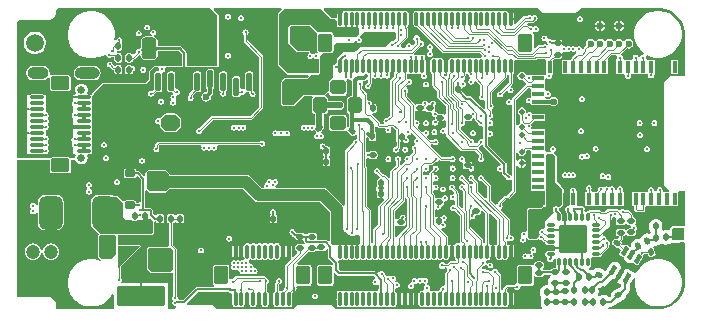
<source format=gbl>
G04*
G04 #@! TF.GenerationSoftware,Altium Limited,Altium Designer,25.1.2 (22)*
G04*
G04 Layer_Physical_Order=6*
G04 Layer_Color=16711680*
%FSLAX44Y44*%
%MOMM*%
G71*
G04*
G04 #@! TF.SameCoordinates,2BCE8437-4B4B-493D-AEBF-8C89570F1AAD*
G04*
G04*
G04 #@! TF.FilePolarity,Positive*
G04*
G01*
G75*
%ADD11C,0.2000*%
%ADD13C,0.1500*%
%ADD14C,0.3000*%
%ADD15C,0.1000*%
G04:AMPARAMS|DCode=30|XSize=0.6mm|YSize=0.45mm|CornerRadius=0.1125mm|HoleSize=0mm|Usage=FLASHONLY|Rotation=0.000|XOffset=0mm|YOffset=0mm|HoleType=Round|Shape=RoundedRectangle|*
%AMROUNDEDRECTD30*
21,1,0.6000,0.2250,0,0,0.0*
21,1,0.3750,0.4500,0,0,0.0*
1,1,0.2250,0.1875,-0.1125*
1,1,0.2250,-0.1875,-0.1125*
1,1,0.2250,-0.1875,0.1125*
1,1,0.2250,0.1875,0.1125*
%
%ADD30ROUNDEDRECTD30*%
G04:AMPARAMS|DCode=31|XSize=0.6mm|YSize=0.45mm|CornerRadius=0.1125mm|HoleSize=0mm|Usage=FLASHONLY|Rotation=270.000|XOffset=0mm|YOffset=0mm|HoleType=Round|Shape=RoundedRectangle|*
%AMROUNDEDRECTD31*
21,1,0.6000,0.2250,0,0,270.0*
21,1,0.3750,0.4500,0,0,270.0*
1,1,0.2250,-0.1125,-0.1875*
1,1,0.2250,-0.1125,0.1875*
1,1,0.2250,0.1125,0.1875*
1,1,0.2250,0.1125,-0.1875*
%
%ADD31ROUNDEDRECTD31*%
G04:AMPARAMS|DCode=43|XSize=0.85mm|YSize=0.6mm|CornerRadius=0.075mm|HoleSize=0mm|Usage=FLASHONLY|Rotation=90.000|XOffset=0mm|YOffset=0mm|HoleType=Round|Shape=RoundedRectangle|*
%AMROUNDEDRECTD43*
21,1,0.8500,0.4500,0,0,90.0*
21,1,0.7000,0.6000,0,0,90.0*
1,1,0.1500,0.2250,0.3500*
1,1,0.1500,0.2250,-0.3500*
1,1,0.1500,-0.2250,-0.3500*
1,1,0.1500,-0.2250,0.3500*
%
%ADD43ROUNDEDRECTD43*%
G04:AMPARAMS|DCode=62|XSize=0.85mm|YSize=0.6mm|CornerRadius=0.075mm|HoleSize=0mm|Usage=FLASHONLY|Rotation=0.000|XOffset=0mm|YOffset=0mm|HoleType=Round|Shape=RoundedRectangle|*
%AMROUNDEDRECTD62*
21,1,0.8500,0.4500,0,0,0.0*
21,1,0.7000,0.6000,0,0,0.0*
1,1,0.1500,0.3500,-0.2250*
1,1,0.1500,-0.3500,-0.2250*
1,1,0.1500,-0.3500,0.2250*
1,1,0.1500,0.3500,0.2250*
%
%ADD62ROUNDEDRECTD62*%
%ADD64C,0.5000*%
%ADD72C,0.3000*%
%ADD98C,0.6000*%
%ADD134C,0.5000*%
%ADD135C,0.1426*%
%ADD137C,1.5000*%
%ADD138C,1.2000*%
%ADD139O,1.8000X1.0000*%
%ADD140O,2.1000X1.0000*%
%ADD141C,0.6500*%
%ADD145C,1.0000*%
%ADD153R,1.0000X1.0000*%
%ADD154R,1.0000X0.4000*%
%ADD155R,0.4000X1.0000*%
%ADD156R,1.2000X1.2000*%
G04:AMPARAMS|DCode=157|XSize=2mm|YSize=2.8mm|CornerRadius=0.5mm|HoleSize=0mm|Usage=FLASHONLY|Rotation=180.000|XOffset=0mm|YOffset=0mm|HoleType=Round|Shape=RoundedRectangle|*
%AMROUNDEDRECTD157*
21,1,2.0000,1.8000,0,0,180.0*
21,1,1.0000,2.8000,0,0,180.0*
1,1,1.0000,-0.5000,0.9000*
1,1,1.0000,0.5000,0.9000*
1,1,1.0000,0.5000,-0.9000*
1,1,1.0000,-0.5000,-0.9000*
%
%ADD157ROUNDEDRECTD157*%
G04:AMPARAMS|DCode=158|XSize=0.5mm|YSize=1.54mm|CornerRadius=0.125mm|HoleSize=0mm|Usage=FLASHONLY|Rotation=0.000|XOffset=0mm|YOffset=0mm|HoleType=Round|Shape=RoundedRectangle|*
%AMROUNDEDRECTD158*
21,1,0.5000,1.2900,0,0,0.0*
21,1,0.2500,1.5400,0,0,0.0*
1,1,0.2500,0.1250,-0.6450*
1,1,0.2500,-0.1250,-0.6450*
1,1,0.2500,-0.1250,0.6450*
1,1,0.2500,0.1250,0.6450*
%
%ADD158ROUNDEDRECTD158*%
G04:AMPARAMS|DCode=159|XSize=1.22mm|YSize=1.82mm|CornerRadius=0.305mm|HoleSize=0mm|Usage=FLASHONLY|Rotation=0.000|XOffset=0mm|YOffset=0mm|HoleType=Round|Shape=RoundedRectangle|*
%AMROUNDEDRECTD159*
21,1,1.2200,1.2100,0,0,0.0*
21,1,0.6100,1.8200,0,0,0.0*
1,1,0.6100,0.3050,-0.6050*
1,1,0.6100,-0.3050,-0.6050*
1,1,0.6100,-0.3050,0.6050*
1,1,0.6100,0.3050,0.6050*
%
%ADD159ROUNDEDRECTD159*%
G04:AMPARAMS|DCode=160|XSize=1.22mm|YSize=1.82mm|CornerRadius=0.305mm|HoleSize=0mm|Usage=FLASHONLY|Rotation=270.000|XOffset=0mm|YOffset=0mm|HoleType=Round|Shape=RoundedRectangle|*
%AMROUNDEDRECTD160*
21,1,1.2200,1.2100,0,0,270.0*
21,1,0.6100,1.8200,0,0,270.0*
1,1,0.6100,-0.6050,-0.3050*
1,1,0.6100,-0.6050,0.3050*
1,1,0.6100,0.6050,0.3050*
1,1,0.6100,0.6050,-0.3050*
%
%ADD160ROUNDEDRECTD160*%
G04:AMPARAMS|DCode=161|XSize=4.1mm|YSize=1.7mm|CornerRadius=0.1275mm|HoleSize=0mm|Usage=FLASHONLY|Rotation=180.000|XOffset=0mm|YOffset=0mm|HoleType=Round|Shape=RoundedRectangle|*
%AMROUNDEDRECTD161*
21,1,4.1000,1.4450,0,0,180.0*
21,1,3.8450,1.7000,0,0,180.0*
1,1,0.2550,-1.9225,0.7225*
1,1,0.2550,1.9225,0.7225*
1,1,0.2550,1.9225,-0.7225*
1,1,0.2550,-1.9225,-0.7225*
%
%ADD161ROUNDEDRECTD161*%
G04:AMPARAMS|DCode=162|XSize=0.1mm|YSize=0.1mm|CornerRadius=0.0075mm|HoleSize=0mm|Usage=FLASHONLY|Rotation=180.000|XOffset=0mm|YOffset=0mm|HoleType=Round|Shape=RoundedRectangle|*
%AMROUNDEDRECTD162*
21,1,0.1000,0.0850,0,0,180.0*
21,1,0.0850,0.1000,0,0,180.0*
1,1,0.0150,-0.0425,0.0425*
1,1,0.0150,0.0425,0.0425*
1,1,0.0150,0.0425,-0.0425*
1,1,0.0150,-0.0425,-0.0425*
%
%ADD162ROUNDEDRECTD162*%
G04:AMPARAMS|DCode=163|XSize=0.3mm|YSize=1.2mm|CornerRadius=0.075mm|HoleSize=0mm|Usage=FLASHONLY|Rotation=0.000|XOffset=0mm|YOffset=0mm|HoleType=Round|Shape=RoundedRectangle|*
%AMROUNDEDRECTD163*
21,1,0.3000,1.0500,0,0,0.0*
21,1,0.1500,1.2000,0,0,0.0*
1,1,0.1500,0.0750,-0.5250*
1,1,0.1500,-0.0750,-0.5250*
1,1,0.1500,-0.0750,0.5250*
1,1,0.1500,0.0750,0.5250*
%
%ADD163ROUNDEDRECTD163*%
G04:AMPARAMS|DCode=164|XSize=1.2mm|YSize=1.6mm|CornerRadius=0.15mm|HoleSize=0mm|Usage=FLASHONLY|Rotation=0.000|XOffset=0mm|YOffset=0mm|HoleType=Round|Shape=RoundedRectangle|*
%AMROUNDEDRECTD164*
21,1,1.2000,1.3000,0,0,0.0*
21,1,0.9000,1.6000,0,0,0.0*
1,1,0.3000,0.4500,-0.6500*
1,1,0.3000,-0.4500,-0.6500*
1,1,0.3000,-0.4500,0.6500*
1,1,0.3000,0.4500,0.6500*
%
%ADD164ROUNDEDRECTD164*%
%ADD165O,0.3000X0.8000*%
G04:AMPARAMS|DCode=166|XSize=2.4mm|YSize=2.4mm|CornerRadius=0.06mm|HoleSize=0mm|Usage=FLASHONLY|Rotation=0.000|XOffset=0mm|YOffset=0mm|HoleType=Round|Shape=RoundedRectangle|*
%AMROUNDEDRECTD166*
21,1,2.4000,2.2800,0,0,0.0*
21,1,2.2800,2.4000,0,0,0.0*
1,1,0.1200,1.1400,-1.1400*
1,1,0.1200,-1.1400,-1.1400*
1,1,0.1200,-1.1400,1.1400*
1,1,0.1200,1.1400,1.1400*
%
%ADD166ROUNDEDRECTD166*%
%ADD167O,0.8000X0.3000*%
G04:AMPARAMS|DCode=168|XSize=0.4mm|YSize=0.85mm|CornerRadius=0mm|HoleSize=0mm|Usage=FLASHONLY|Rotation=330.000|XOffset=0mm|YOffset=0mm|HoleType=Round|Shape=Rectangle|*
%AMROTATEDRECTD168*
4,1,4,-0.3857,-0.2681,0.0393,0.4681,0.3857,0.2681,-0.0393,-0.4681,-0.3857,-0.2681,0.0*
%
%ADD168ROTATEDRECTD168*%

G04:AMPARAMS|DCode=169|XSize=0.4mm|YSize=0.85mm|CornerRadius=0.1mm|HoleSize=0mm|Usage=FLASHONLY|Rotation=330.000|XOffset=0mm|YOffset=0mm|HoleType=Round|Shape=RoundedRectangle|*
%AMROUNDEDRECTD169*
21,1,0.4000,0.6500,0,0,330.0*
21,1,0.2000,0.8500,0,0,330.0*
1,1,0.2000,-0.0759,-0.3315*
1,1,0.2000,-0.2491,-0.2315*
1,1,0.2000,0.0759,0.3315*
1,1,0.2000,0.2491,0.2315*
%
%ADD169ROUNDEDRECTD169*%
G04:AMPARAMS|DCode=170|XSize=1.3mm|YSize=1.2mm|CornerRadius=0.15mm|HoleSize=0mm|Usage=FLASHONLY|Rotation=90.000|XOffset=0mm|YOffset=0mm|HoleType=Round|Shape=RoundedRectangle|*
%AMROUNDEDRECTD170*
21,1,1.3000,0.9000,0,0,90.0*
21,1,1.0000,1.2000,0,0,90.0*
1,1,0.3000,0.4500,0.5000*
1,1,0.3000,0.4500,-0.5000*
1,1,0.3000,-0.4500,-0.5000*
1,1,0.3000,-0.4500,0.5000*
%
%ADD170ROUNDEDRECTD170*%
G04:AMPARAMS|DCode=171|XSize=1.3mm|YSize=1.2mm|CornerRadius=0.15mm|HoleSize=0mm|Usage=FLASHONLY|Rotation=180.000|XOffset=0mm|YOffset=0mm|HoleType=Round|Shape=RoundedRectangle|*
%AMROUNDEDRECTD171*
21,1,1.3000,0.9000,0,0,180.0*
21,1,1.0000,1.2000,0,0,180.0*
1,1,0.3000,-0.5000,0.4500*
1,1,0.3000,0.5000,0.4500*
1,1,0.3000,0.5000,-0.4500*
1,1,0.3000,-0.5000,-0.4500*
%
%ADD171ROUNDEDRECTD171*%
G04:AMPARAMS|DCode=172|XSize=0.5mm|YSize=0.6mm|CornerRadius=0.125mm|HoleSize=0mm|Usage=FLASHONLY|Rotation=315.000|XOffset=0mm|YOffset=0mm|HoleType=Round|Shape=RoundedRectangle|*
%AMROUNDEDRECTD172*
21,1,0.5000,0.3500,0,0,315.0*
21,1,0.2500,0.6000,0,0,315.0*
1,1,0.2500,-0.0354,-0.2121*
1,1,0.2500,-0.2121,-0.0354*
1,1,0.2500,0.0354,0.2121*
1,1,0.2500,0.2121,0.0354*
%
%ADD172ROUNDEDRECTD172*%
G04:AMPARAMS|DCode=173|XSize=0.3mm|YSize=1.2mm|CornerRadius=0.075mm|HoleSize=0mm|Usage=FLASHONLY|Rotation=90.000|XOffset=0mm|YOffset=0mm|HoleType=Round|Shape=RoundedRectangle|*
%AMROUNDEDRECTD173*
21,1,0.3000,1.0500,0,0,90.0*
21,1,0.1500,1.2000,0,0,90.0*
1,1,0.1500,0.5250,0.0750*
1,1,0.1500,0.5250,-0.0750*
1,1,0.1500,-0.5250,-0.0750*
1,1,0.1500,-0.5250,0.0750*
%
%ADD173ROUNDEDRECTD173*%
G04:AMPARAMS|DCode=174|XSize=1.2mm|YSize=1.6mm|CornerRadius=0.15mm|HoleSize=0mm|Usage=FLASHONLY|Rotation=90.000|XOffset=0mm|YOffset=0mm|HoleType=Round|Shape=RoundedRectangle|*
%AMROUNDEDRECTD174*
21,1,1.2000,1.3000,0,0,90.0*
21,1,0.9000,1.6000,0,0,90.0*
1,1,0.3000,0.6500,0.4500*
1,1,0.3000,0.6500,-0.4500*
1,1,0.3000,-0.6500,-0.4500*
1,1,0.3000,-0.6500,0.4500*
%
%ADD174ROUNDEDRECTD174*%
G04:AMPARAMS|DCode=175|XSize=0.6mm|YSize=0.45mm|CornerRadius=0.1125mm|HoleSize=0mm|Usage=FLASHONLY|Rotation=275.000|XOffset=0mm|YOffset=0mm|HoleType=Round|Shape=RoundedRectangle|*
%AMROUNDEDRECTD175*
21,1,0.6000,0.2250,0,0,275.0*
21,1,0.3750,0.4500,0,0,275.0*
1,1,0.2250,-0.0957,-0.1966*
1,1,0.2250,-0.1284,0.1770*
1,1,0.2250,0.0957,0.1966*
1,1,0.2250,0.1284,-0.1770*
%
%ADD175ROUNDEDRECTD175*%
G04:AMPARAMS|DCode=176|XSize=0.6mm|YSize=0.45mm|CornerRadius=0.1125mm|HoleSize=0mm|Usage=FLASHONLY|Rotation=330.000|XOffset=0mm|YOffset=0mm|HoleType=Round|Shape=RoundedRectangle|*
%AMROUNDEDRECTD176*
21,1,0.6000,0.2250,0,0,330.0*
21,1,0.3750,0.4500,0,0,330.0*
1,1,0.2250,0.1061,-0.1912*
1,1,0.2250,-0.2186,-0.0037*
1,1,0.2250,-0.1061,0.1912*
1,1,0.2250,0.2186,0.0037*
%
%ADD176ROUNDEDRECTD176*%
G04:AMPARAMS|DCode=177|XSize=0.6mm|YSize=0.45mm|CornerRadius=0.1125mm|HoleSize=0mm|Usage=FLASHONLY|Rotation=30.000|XOffset=0mm|YOffset=0mm|HoleType=Round|Shape=RoundedRectangle|*
%AMROUNDEDRECTD177*
21,1,0.6000,0.2250,0,0,30.0*
21,1,0.3750,0.4500,0,0,30.0*
1,1,0.2250,0.2186,-0.0037*
1,1,0.2250,-0.1061,-0.1912*
1,1,0.2250,-0.2186,0.0037*
1,1,0.2250,0.1061,0.1912*
%
%ADD177ROUNDEDRECTD177*%
G04:AMPARAMS|DCode=178|XSize=0.6mm|YSize=0.45mm|CornerRadius=0.1125mm|HoleSize=0mm|Usage=FLASHONLY|Rotation=300.000|XOffset=0mm|YOffset=0mm|HoleType=Round|Shape=RoundedRectangle|*
%AMROUNDEDRECTD178*
21,1,0.6000,0.2250,0,0,300.0*
21,1,0.3750,0.4500,0,0,300.0*
1,1,0.2250,-0.0037,-0.2186*
1,1,0.2250,-0.1912,0.1061*
1,1,0.2250,0.0037,0.2186*
1,1,0.2250,0.1912,-0.1061*
%
%ADD178ROUNDEDRECTD178*%
G04:AMPARAMS|DCode=179|XSize=0.6mm|YSize=0.45mm|CornerRadius=0.1125mm|HoleSize=0mm|Usage=FLASHONLY|Rotation=105.000|XOffset=0mm|YOffset=0mm|HoleType=Round|Shape=RoundedRectangle|*
%AMROUNDEDRECTD179*
21,1,0.6000,0.2250,0,0,105.0*
21,1,0.3750,0.4500,0,0,105.0*
1,1,0.2250,0.0601,0.2102*
1,1,0.2250,0.1572,-0.1520*
1,1,0.2250,-0.0601,-0.2102*
1,1,0.2250,-0.1572,0.1520*
%
%ADD179ROUNDEDRECTD179*%
G04:AMPARAMS|DCode=180|XSize=0.6mm|YSize=0.45mm|CornerRadius=0.1125mm|HoleSize=0mm|Usage=FLASHONLY|Rotation=135.000|XOffset=0mm|YOffset=0mm|HoleType=Round|Shape=RoundedRectangle|*
%AMROUNDEDRECTD180*
21,1,0.6000,0.2250,0,0,135.0*
21,1,0.3750,0.4500,0,0,135.0*
1,1,0.2250,-0.0530,0.2121*
1,1,0.2250,0.2121,-0.0530*
1,1,0.2250,0.0530,-0.2121*
1,1,0.2250,-0.2121,0.0530*
%
%ADD180ROUNDEDRECTD180*%
%ADD181C,0.1744*%
G36*
X38174Y257108D02*
X165940Y257061D01*
X172000Y251000D01*
X172000Y208000D01*
X145887D01*
Y219152D01*
X145732Y219932D01*
X145290Y220594D01*
X145290Y220594D01*
X141410Y224474D01*
X140749Y224916D01*
X139968Y225071D01*
X121224D01*
Y229082D01*
X120910Y230662D01*
X120015Y232002D01*
X118675Y232897D01*
X118347Y232962D01*
X118272Y233571D01*
X118388Y234249D01*
X119116Y234551D01*
X119819Y235254D01*
X120200Y236173D01*
Y237167D01*
X119819Y238086D01*
X119116Y238789D01*
X118197Y239170D01*
X117203D01*
X116284Y238789D01*
X115581Y238086D01*
X115200Y237167D01*
Y236173D01*
X115581Y235254D01*
X116284Y234551D01*
X116452Y234481D01*
X116199Y233211D01*
X110995D01*
X109415Y232897D01*
X108075Y232002D01*
X107180Y230662D01*
X106866Y229082D01*
Y223492D01*
X105942Y222500D01*
X104948D01*
X104029Y222119D01*
X103326Y221416D01*
X102945Y220497D01*
Y219503D01*
X102954Y219480D01*
X101398Y217924D01*
X101143Y217879D01*
X99840Y218163D01*
X99677Y218407D01*
X98974Y218877D01*
X98145Y219042D01*
X95895D01*
X95066Y218877D01*
X94363Y218407D01*
X93893Y217704D01*
X93728Y216875D01*
Y213125D01*
X93893Y212296D01*
X94363Y211593D01*
X95066Y211123D01*
X95895Y210958D01*
X98145D01*
X98974Y211123D01*
X99677Y211593D01*
X100147Y212296D01*
X100312Y213125D01*
Y213376D01*
X100770D01*
X101918Y213852D01*
X105566Y217500D01*
X105942D01*
X106953Y216544D01*
X107180Y215402D01*
X108075Y214062D01*
X109415Y213167D01*
X110995Y212852D01*
X117095D01*
X118675Y213167D01*
X120015Y214062D01*
X120910Y215402D01*
X121224Y216982D01*
Y220993D01*
X139123D01*
X141809Y218307D01*
Y208000D01*
X118000D01*
X114000Y204000D01*
Y197000D01*
X111000Y194000D01*
X75000D01*
X66000Y185000D01*
Y184000D01*
X61984D01*
X61393Y185270D01*
X62050Y186856D01*
Y188944D01*
X61251Y190874D01*
X59774Y192351D01*
X57844Y193150D01*
X55756D01*
X53826Y192351D01*
X52349Y190874D01*
X51550Y188944D01*
Y186856D01*
X52207Y185270D01*
X51616Y184000D01*
X50000D01*
Y178938D01*
X49742Y178831D01*
X48969Y178058D01*
X48550Y177047D01*
Y175953D01*
X48969Y174942D01*
X49742Y174169D01*
X50000Y174062D01*
Y168838D01*
X49742Y168731D01*
X48969Y167958D01*
X48550Y166947D01*
Y165853D01*
X48969Y164842D01*
X49742Y164069D01*
X50000Y163962D01*
Y148562D01*
X49442Y148331D01*
X48669Y147558D01*
X48250Y146547D01*
Y145453D01*
X48669Y144442D01*
X48739Y144372D01*
X48969Y143058D01*
X48800Y142651D01*
X48550Y142047D01*
Y140953D01*
X48969Y139942D01*
X49742Y139169D01*
X50000Y139062D01*
Y134000D01*
X51616D01*
X52207Y132730D01*
X51550Y131144D01*
Y130000D01*
X47671D01*
X47302Y130552D01*
X46475Y131105D01*
X45500Y131299D01*
X32500D01*
X31525Y131105D01*
X30698Y130552D01*
X30329Y130000D01*
X2014D01*
Y243777D01*
Y244366D01*
X2465Y245454D01*
X3297Y246287D01*
X4386Y246738D01*
X4975Y246738D01*
X28173D01*
X28272Y246758D01*
X28373Y246748D01*
X29348Y246844D01*
X29635Y246931D01*
X29929Y246989D01*
X31731Y247736D01*
X32392Y248178D01*
X33772Y249557D01*
X34214Y250219D01*
X34961Y252021D01*
X35019Y252315D01*
X35106Y252602D01*
X35202Y253577D01*
X35192Y253678D01*
X35212Y253777D01*
X35212Y254147D01*
X35212Y254147D01*
X35212Y254147D01*
Y254736D01*
X35663Y255825D01*
X36496Y256658D01*
X37585Y257109D01*
X38174Y257108D01*
D02*
G37*
G36*
X249445Y241938D02*
X249554Y241960D01*
X249657Y241918D01*
X250552D01*
X256235Y236235D01*
X256443Y235547D01*
X256395Y235475D01*
X256201Y234500D01*
Y221500D01*
X256395Y220525D01*
X256723Y220034D01*
X255979Y218934D01*
X255400Y219049D01*
X254425Y218855D01*
X253598Y218302D01*
X252402D01*
X251575Y218855D01*
X250600Y219049D01*
X250416Y219874D01*
X250249Y220355D01*
X250086Y220539D01*
X249992Y220765D01*
X249821Y220836D01*
X249698Y220974D01*
X249453Y220989D01*
X249226Y221082D01*
X239448D01*
X233082Y227448D01*
Y229918D01*
Y232000D01*
Y240552D01*
X234448Y241918D01*
X241434D01*
X241536Y241960D01*
X241645Y241938D01*
X242602Y242129D01*
X248489D01*
X249445Y241938D01*
D02*
G37*
G36*
X268000Y248000D02*
X271000D01*
X272966Y246034D01*
Y242750D01*
X273000Y242578D01*
Y242000D01*
X273441Y241559D01*
X273488Y241488D01*
X273559Y241441D01*
X274000Y241000D01*
X274578D01*
X274750Y240966D01*
X276250D01*
X276422Y241000D01*
X291000D01*
X292000Y240000D01*
Y235000D01*
X290000Y233000D01*
X270299D01*
Y234500D01*
X270105Y235475D01*
X269552Y236302D01*
X268725Y236855D01*
X267750Y237049D01*
X258750D01*
X258504Y237000D01*
X257000D01*
X251000Y243000D01*
X249657D01*
X248595Y243211D01*
X242495D01*
X241434Y243000D01*
X234000D01*
X232000Y241000D01*
Y232000D01*
Y227000D01*
X239000Y220000D01*
X249226D01*
X249394Y219519D01*
X249438Y218730D01*
X248798Y218302D01*
X248245Y217475D01*
X248051Y216500D01*
X248245Y215525D01*
X248798Y214698D01*
X249625Y214145D01*
X250600Y213951D01*
X251575Y214145D01*
X252402Y214698D01*
X253598D01*
X254425Y214145D01*
X255400Y213951D01*
X256375Y214145D01*
X256730Y214382D01*
X258000Y213779D01*
X258000Y203170D01*
X256830Y202000D01*
X232000Y202000D01*
X224000Y210000D01*
Y252000D01*
X228000Y256000D01*
X260000D01*
X268000Y248000D01*
D02*
G37*
G36*
X323000Y236000D02*
Y231000D01*
X321000Y229000D01*
X319000D01*
X314000Y224000D01*
X293000D01*
X290000Y221000D01*
X289000D01*
X288000Y220000D01*
X278000D01*
X273000Y215000D01*
Y213422D01*
X272966Y213250D01*
Y210966D01*
X271437Y209437D01*
X271025Y209355D01*
X270198Y208802D01*
X269645Y207975D01*
X269451Y207000D01*
X269645Y206025D01*
X270000Y205493D01*
Y199000D01*
X267695Y196695D01*
X267018Y196242D01*
X266565Y195565D01*
X266000Y195000D01*
Y188000D01*
X262000Y184000D01*
X245000D01*
X236000Y175000D01*
X228000D01*
X227000Y176000D01*
Y195000D01*
X229000Y197000D01*
X248000D01*
X251918Y200918D01*
X256830D01*
X256830Y200917D01*
X257596Y201235D01*
X257596Y201235D01*
X258765Y202404D01*
X259082Y203170D01*
X259082Y213779D01*
X259010Y213954D01*
X259020Y214143D01*
X259000Y214164D01*
Y217000D01*
X260951Y218951D01*
X267750D01*
X267996Y219000D01*
X269000D01*
X270000Y220000D01*
Y220368D01*
X270105Y220525D01*
X270299Y221500D01*
Y226299D01*
X272000Y228000D01*
X281493D01*
X282025Y227645D01*
X283000Y227451D01*
X283975Y227645D01*
X284507Y228000D01*
X287000D01*
X288296Y229296D01*
X289531Y229048D01*
X289715Y228919D01*
X290198Y228198D01*
X291025Y227645D01*
X292000Y227451D01*
X292975Y227645D01*
X293802Y228198D01*
X294355Y229025D01*
X294549Y230000D01*
X294355Y230975D01*
X293802Y231802D01*
X293081Y232285D01*
X292952Y232469D01*
X292704Y233704D01*
X296000Y237000D01*
X322000D01*
X323000Y236000D01*
D02*
G37*
G36*
X337966Y242750D02*
X338102Y242067D01*
X338488Y241488D01*
X339067Y241101D01*
X339750Y240966D01*
X340738D01*
X361952Y219752D01*
X363100Y219276D01*
X393828D01*
X395993Y217111D01*
X395951Y216900D01*
X396069Y216304D01*
X395475Y215285D01*
X395213Y215034D01*
X394750D01*
X394067Y214898D01*
X393488Y214512D01*
X392512D01*
X391933Y214898D01*
X391250Y215034D01*
X389750D01*
X389067Y214898D01*
X388488Y214512D01*
X387512D01*
X386933Y214898D01*
X386250Y215034D01*
X384750D01*
X384067Y214898D01*
X383488Y214512D01*
X382512D01*
X381933Y214898D01*
X381250Y215034D01*
X379750D01*
X379067Y214898D01*
X378488Y214512D01*
X377512D01*
X376933Y214898D01*
X376250Y215034D01*
X374750D01*
X374067Y214898D01*
X373488Y214512D01*
X372512D01*
X371933Y214898D01*
X371250Y215034D01*
X369750D01*
X369067Y214898D01*
X368488Y214512D01*
X368102Y213933D01*
X367966Y213250D01*
Y213240D01*
X363034D01*
Y213250D01*
X362898Y213933D01*
X362512Y214512D01*
X361933Y214898D01*
X361250Y215034D01*
X359750D01*
X359067Y214898D01*
X358488Y214512D01*
X357512D01*
X356933Y214898D01*
X356250Y215034D01*
X354750D01*
X354067Y214898D01*
X353488Y214512D01*
X353102Y213933D01*
X352966Y213250D01*
Y213240D01*
X348262D01*
X347773Y214402D01*
X347855Y214525D01*
X348049Y215500D01*
X347855Y216475D01*
X347302Y217302D01*
X346475Y217855D01*
X345500Y218049D01*
X344525Y217855D01*
X343698Y217302D01*
X342302D01*
X341475Y217855D01*
X340500Y218049D01*
X339525Y217855D01*
X338174Y218427D01*
X338150Y218458D01*
X338060Y218664D01*
X338062Y218766D01*
X343577Y224280D01*
X344000Y224196D01*
X345073Y224410D01*
X345983Y225017D01*
X346590Y225927D01*
X346804Y227000D01*
X346590Y228073D01*
X345983Y228983D01*
X345073Y229590D01*
X344368Y229731D01*
X343912Y229983D01*
X343421Y230984D01*
X343504Y231400D01*
X343290Y232473D01*
X342683Y233383D01*
X341773Y233990D01*
X340700Y234204D01*
X339627Y233990D01*
X338717Y233383D01*
X338110Y232473D01*
X337896Y231400D01*
X338110Y230327D01*
X338717Y229417D01*
X339076Y229177D01*
Y227201D01*
X337863Y225987D01*
X337486Y225984D01*
X336364Y226284D01*
X336017Y226802D01*
X335191Y227355D01*
X334215Y227549D01*
X333240Y227355D01*
X332413Y226802D01*
X331860Y225975D01*
X331666Y225000D01*
X331687Y224894D01*
X330717Y223624D01*
X328039D01*
X327239Y224894D01*
X327352Y225461D01*
X327252Y225964D01*
X332848Y231561D01*
X333324Y232709D01*
Y239600D01*
X332848Y240748D01*
X332476Y241121D01*
X332512Y241488D01*
X332898Y242067D01*
X333034Y242750D01*
Y243000D01*
X337966D01*
Y242750D01*
D02*
G37*
G36*
X443100Y256957D02*
X446048Y254008D01*
X446048Y254008D01*
X446710Y253566D01*
X447490Y253411D01*
X447490Y253411D01*
X475500D01*
X475892Y253489D01*
X476278Y253565D01*
X476279Y253566D01*
X476280Y253566D01*
X476617Y253791D01*
X476940Y254006D01*
X476942Y254008D01*
X476942Y254008D01*
X476942Y254008D01*
X479901Y256959D01*
X545275Y256937D01*
X547475Y256934D01*
X551790Y256070D01*
X555854Y254382D01*
X559510Y251934D01*
X562620Y248820D01*
X565063Y245160D01*
X566745Y241094D01*
X567603Y236778D01*
X567603Y234578D01*
Y200000D01*
X555000D01*
X550000Y195000D01*
Y107500D01*
X554652Y102848D01*
X554160Y101578D01*
X549792Y101578D01*
X549690Y101631D01*
X548829Y102581D01*
X548842Y102819D01*
X548903Y103124D01*
X548709Y104099D01*
X548156Y104926D01*
X547329Y105479D01*
X546354Y105673D01*
X545379Y105479D01*
X544552Y104926D01*
X543999Y104099D01*
X543805Y103124D01*
X543808Y103111D01*
X542972Y102065D01*
X542385Y102087D01*
X541537Y103124D01*
X541343Y104099D01*
X540790Y104926D01*
X539963Y105479D01*
X538988Y105673D01*
X538013Y105479D01*
X537186Y104926D01*
X536633Y104099D01*
X536439Y103124D01*
X536494Y102848D01*
X536172Y101578D01*
X535572Y101578D01*
X534902Y101578D01*
X529572D01*
Y101578D01*
X528972D01*
Y101578D01*
X522972D01*
Y89578D01*
X524348D01*
Y87028D01*
X524824Y85880D01*
X525852Y84852D01*
X527000Y84376D01*
X531986D01*
X533134Y84852D01*
X533720Y85438D01*
X534195Y86586D01*
Y88680D01*
X535093Y89578D01*
X536172Y89578D01*
X536842Y89578D01*
X541502D01*
X542172Y89578D01*
X543442Y89578D01*
X548102D01*
X548772Y89578D01*
X550042Y89578D01*
X554702D01*
X555372Y89578D01*
X556642Y89578D01*
X561972D01*
Y101230D01*
X561972Y101578D01*
X562812Y102500D01*
X567603D01*
X567603Y73509D01*
X566928Y72955D01*
X558292D01*
X557590Y72816D01*
X556994Y72418D01*
X555724Y71148D01*
X555326Y70552D01*
X555187Y69850D01*
Y69570D01*
X554094Y68923D01*
X553891Y69034D01*
X552260Y69213D01*
X550019Y69017D01*
X549372Y68828D01*
X548277Y69832D01*
X548401Y70455D01*
Y74205D01*
X548081Y75814D01*
X547169Y77179D01*
X545804Y78091D01*
X544195Y78411D01*
X541945D01*
X540336Y78091D01*
X538971Y77179D01*
X538059Y75814D01*
X537739Y74205D01*
Y70455D01*
X538059Y68846D01*
X538971Y67481D01*
X538497Y66772D01*
X538008Y65881D01*
X537140Y66309D01*
X535502Y66416D01*
X533948Y65889D01*
X532000Y64764D01*
X530766Y63682D01*
X530040Y62210D01*
X528742Y61826D01*
X527673Y61896D01*
X526119Y61369D01*
X524171Y60244D01*
X522937Y59162D01*
X522211Y57690D01*
X522104Y56052D01*
X522205Y55754D01*
X522071Y55553D01*
X520909Y54980D01*
X520848Y55105D01*
X520249Y55630D01*
X518517Y56630D01*
X517764Y56886D01*
X516970Y56834D01*
X516256Y56482D01*
X516168Y56381D01*
X514925Y56211D01*
X514197Y56990D01*
X514050Y57209D01*
X514306Y57964D01*
X514251Y58808D01*
X513877Y59566D01*
X513869Y59812D01*
X514448Y60390D01*
X514924Y61538D01*
Y63780D01*
X515175D01*
X516004Y63945D01*
X516707Y64415D01*
X517124Y65039D01*
X517413Y65120D01*
X518474Y65131D01*
X518783Y64669D01*
X519486Y64199D01*
X520315Y64034D01*
X524065D01*
X524894Y64199D01*
X525597Y64669D01*
X526067Y65372D01*
X526232Y66201D01*
Y68451D01*
X526089Y69168D01*
X526312Y69318D01*
X526865Y70145D01*
X527059Y71120D01*
X526865Y72095D01*
X526312Y72922D01*
X526165Y73021D01*
X526057Y73239D01*
X525882Y74580D01*
X525894Y74613D01*
X526067Y74872D01*
X526232Y75701D01*
Y77951D01*
X526067Y78780D01*
X525597Y79483D01*
X524894Y79953D01*
X524065Y80118D01*
X523814D01*
Y81810D01*
X523338Y82958D01*
X520898Y85398D01*
X519750Y85874D01*
X516999D01*
X516802Y86168D01*
X515975Y86720D01*
X515000Y86914D01*
X514025Y86720D01*
X513198Y86168D01*
X511995Y86049D01*
X511331Y86713D01*
X510183Y87189D01*
X503263D01*
X502115Y86713D01*
X500275Y84874D01*
X497208D01*
X496204Y85878D01*
X495056Y86353D01*
X489783D01*
X489736Y86334D01*
X487444D01*
X486296Y85858D01*
X485836Y85398D01*
X484907Y85213D01*
X484171Y84721D01*
X484011Y84657D01*
X483886Y84651D01*
X482730Y85567D01*
Y86127D01*
X482795Y86225D01*
X482989Y87200D01*
X482795Y88175D01*
X482242Y89002D01*
X481415Y89555D01*
X480440Y89749D01*
X479465Y89555D01*
X479022Y89259D01*
X478418D01*
X477975Y89555D01*
X477000Y89749D01*
X476172Y90429D01*
Y101578D01*
X476172D01*
X475598Y102848D01*
X475598Y102849D01*
X475404Y103825D01*
X474852Y104652D01*
X474025Y105204D01*
X473049Y105398D01*
X472074Y105204D01*
X471247Y104652D01*
X470695Y103825D01*
X470500Y102849D01*
X470501Y102848D01*
X470172Y101578D01*
X470172D01*
X470172Y101578D01*
Y90611D01*
X469000Y89549D01*
X468920Y89533D01*
X468025Y89355D01*
X467198Y88802D01*
X466645Y87975D01*
X466451Y87000D01*
X466645Y86025D01*
X467152Y85266D01*
Y84819D01*
X467307Y84039D01*
X467749Y83377D01*
X468333Y82794D01*
Y77858D01*
X467629Y77000D01*
X464135D01*
X463431Y77858D01*
Y82858D01*
X463237Y83833D01*
X462684Y84660D01*
X461857Y85213D01*
X461638Y85257D01*
X460674Y86220D01*
X460782Y86382D01*
X460976Y87357D01*
X461076Y87994D01*
X461414Y88134D01*
X461763Y88240D01*
X461790Y88289D01*
X461842Y88311D01*
X464337Y90806D01*
X464654Y91572D01*
Y100766D01*
X464765Y100813D01*
X465082Y101578D01*
Y104000D01*
X465082Y104000D01*
X464765Y104765D01*
X459082Y110448D01*
Y132000D01*
X458765Y132765D01*
X457259Y134272D01*
X457234Y134632D01*
X457465Y135746D01*
X457998Y136102D01*
X458550Y136929D01*
X458745Y137904D01*
X458550Y138880D01*
X457998Y139707D01*
X457171Y140259D01*
X456196Y140453D01*
X455220Y140259D01*
X454393Y139707D01*
X453841Y138880D01*
X453647Y137904D01*
X453841Y136929D01*
X454226Y136352D01*
X453930Y135455D01*
X453663Y135082D01*
X451000D01*
X450757Y134982D01*
X450636Y134961D01*
X449572Y135762D01*
X449572Y136048D01*
Y140708D01*
X449572Y141378D01*
X449571Y142559D01*
Y147978D01*
X449571D01*
X449572Y148578D01*
X449572D01*
Y154578D01*
X438416D01*
X437737Y155848D01*
X437855Y156025D01*
X438049Y157000D01*
X437855Y157975D01*
X437803Y158054D01*
X437335Y158855D01*
X437972Y159882D01*
X439868Y161778D01*
X449572D01*
Y167778D01*
X438291D01*
X437874Y168402D01*
X437047Y168955D01*
X436072Y169149D01*
X435096Y168955D01*
X434414Y168499D01*
X433864Y168690D01*
X433245Y169129D01*
X433319Y169500D01*
X433047Y170866D01*
X432273Y172023D01*
X431116Y172797D01*
X429750Y173069D01*
X428384Y172797D01*
X427227Y172023D01*
X426453Y170866D01*
X426181Y169500D01*
X426453Y168134D01*
X427227Y166977D01*
X428126Y166375D01*
Y162183D01*
X428449Y161404D01*
X428212Y160382D01*
X427930Y159910D01*
X426977Y159273D01*
X426203Y158116D01*
X426194Y158068D01*
X424924Y158193D01*
Y179727D01*
X434751Y189554D01*
X436674D01*
X437572Y188656D01*
Y188178D01*
X437572Y186997D01*
Y182317D01*
X437337Y182050D01*
X436364Y181427D01*
X435750Y181549D01*
X434775Y181355D01*
X433948Y180802D01*
X433395Y179975D01*
X433201Y179000D01*
X433395Y178025D01*
X433948Y177198D01*
X434775Y176645D01*
X435750Y176451D01*
X436302Y176561D01*
X437355Y175929D01*
X437572Y175683D01*
Y174978D01*
X449572D01*
Y175440D01*
X453400D01*
X453616Y175116D01*
X454939Y174232D01*
X456500Y173922D01*
X458061Y174232D01*
X459384Y175116D01*
X460268Y176439D01*
X460578Y178000D01*
X460268Y179561D01*
X459384Y180884D01*
X458061Y181768D01*
X456500Y182078D01*
X454939Y181768D01*
X453616Y180884D01*
X453385Y180538D01*
X450127D01*
X449572Y181578D01*
Y181622D01*
X450842Y182300D01*
X450925Y182245D01*
X451900Y182051D01*
X452875Y182245D01*
X453702Y182798D01*
X454255Y183625D01*
X454449Y184600D01*
X454255Y185575D01*
X453702Y186402D01*
X452875Y186955D01*
X451900Y187149D01*
X450925Y186955D01*
X450842Y186900D01*
X449572Y187578D01*
X449572Y188759D01*
Y194178D01*
X449572D01*
X449572Y194400D01*
X449571Y195448D01*
Y197547D01*
X450579Y197917D01*
X450841Y197968D01*
X451625Y197445D01*
X452600Y197251D01*
X453575Y197445D01*
X454402Y197998D01*
X454955Y198825D01*
X455149Y199800D01*
X455048Y200308D01*
X455830Y201578D01*
X456372D01*
Y213222D01*
X457393Y213645D01*
X458206Y214458D01*
X461875D01*
X462704Y214623D01*
X463407Y215093D01*
X463877Y215796D01*
X464042Y216625D01*
Y218875D01*
X463998Y219095D01*
X464940Y220180D01*
X464975Y220196D01*
X465200Y220151D01*
X466175Y220345D01*
X467002Y220898D01*
X467398D01*
X468225Y220345D01*
X469200Y220151D01*
X470175Y220345D01*
X470289Y220421D01*
X471250Y220800D01*
X472211Y220421D01*
X472325Y220345D01*
X473300Y220151D01*
X474275Y220345D01*
X475102Y220898D01*
X475401D01*
X475968Y220322D01*
X475742Y218866D01*
X472102Y215226D01*
X471626Y214078D01*
X471126Y213578D01*
X470172Y213578D01*
X468902Y213578D01*
X463572D01*
Y201578D01*
X468902D01*
X469572Y201578D01*
X470842Y201578D01*
X476172D01*
Y201578D01*
X476772D01*
Y201578D01*
X482772D01*
Y201578D01*
X483372D01*
Y201578D01*
X489372D01*
Y201578D01*
X489972D01*
Y201578D01*
X495302D01*
X495972Y201578D01*
Y201578D01*
X496572D01*
Y201578D01*
X502572D01*
Y213578D01*
X502572Y213578D01*
X502572D01*
X502992Y214696D01*
X505672Y217376D01*
X509637D01*
X510338Y216311D01*
X510371Y216106D01*
X510201Y215250D01*
X510281Y214848D01*
X509772Y213578D01*
X509772D01*
Y201578D01*
X515102D01*
X516372Y201578D01*
X517062Y200308D01*
X516951Y199750D01*
X517145Y198775D01*
X517698Y197948D01*
X518525Y197395D01*
X519500Y197201D01*
X520475Y197395D01*
X521302Y197948D01*
X521855Y198775D01*
X522049Y199750D01*
X521938Y200308D01*
X522372Y201578D01*
X523642Y201578D01*
X528302D01*
X528972Y201578D01*
X530242Y201578D01*
X536172Y201578D01*
X536692Y200308D01*
X536651Y200100D01*
X536845Y199125D01*
X537398Y198298D01*
X538225Y197745D01*
X539200Y197551D01*
X540175Y197745D01*
X541002Y198298D01*
X541555Y199125D01*
X541749Y200100D01*
X541708Y200308D01*
X542172Y201578D01*
X542172D01*
Y213578D01*
X536842D01*
X535550Y213578D01*
X534719Y214848D01*
X534799Y215250D01*
X534605Y216225D01*
X534437Y216477D01*
X535353Y217392D01*
X535526Y217276D01*
X539166Y215769D01*
X543030Y215000D01*
X546970D01*
X550834Y215769D01*
X554473Y217276D01*
X557749Y219465D01*
X560535Y222251D01*
X562724Y225526D01*
X564231Y229166D01*
X565000Y233030D01*
Y236970D01*
X564231Y240834D01*
X562724Y244474D01*
X560535Y247749D01*
X557749Y250535D01*
X554473Y252724D01*
X550834Y254231D01*
X546970Y255000D01*
X543030D01*
X539166Y254231D01*
X535526Y252724D01*
X532251Y250535D01*
X529465Y247749D01*
X527276Y244474D01*
X525769Y240834D01*
X525000Y236970D01*
Y233030D01*
X525769Y229166D01*
X527276Y225526D01*
X529465Y222251D01*
X532251Y219465D01*
X533042Y218936D01*
X532546Y217740D01*
X532250Y217799D01*
X531275Y217605D01*
X530448Y217052D01*
X529895Y216225D01*
X529772Y215609D01*
X528478D01*
X528355Y216225D01*
X527802Y217052D01*
X526975Y217605D01*
X526000Y217799D01*
X525025Y217605D01*
X524198Y217052D01*
X523645Y216225D01*
X523451Y215250D01*
X523531Y214848D01*
X522972Y213578D01*
X521702Y213578D01*
X515772Y213578D01*
X515219Y214848D01*
X515299Y215250D01*
X515105Y216225D01*
X514552Y217052D01*
X514308Y217216D01*
X514047Y218679D01*
X514077Y218781D01*
X518513Y223217D01*
X520000Y222922D01*
X521561Y223232D01*
X522884Y224116D01*
X523768Y225439D01*
X524078Y227000D01*
X523768Y228561D01*
X522884Y229884D01*
X521561Y230768D01*
X520000Y231078D01*
X518439Y230768D01*
X517116Y229884D01*
X516764Y229356D01*
X515236D01*
X514884Y229884D01*
X513561Y230768D01*
X512000Y231078D01*
X510439Y230768D01*
X509116Y229884D01*
X508764Y229356D01*
X507236D01*
X506884Y229884D01*
X505561Y230768D01*
X504000Y231078D01*
X502439Y230768D01*
X501116Y229884D01*
X500764Y229356D01*
X499236D01*
X498884Y229884D01*
X497561Y230768D01*
X496000Y231078D01*
X494439Y230768D01*
X493116Y229884D01*
X492764Y229356D01*
X491236D01*
X490884Y229884D01*
X489561Y230768D01*
X488000Y231078D01*
X486439Y230768D01*
X485116Y229884D01*
X484232Y228561D01*
X483922Y227000D01*
X484217Y225513D01*
X482196Y223492D01*
X481721Y222344D01*
X481588Y222250D01*
X481194Y222371D01*
X480394Y222876D01*
X480255Y223575D01*
X479702Y224402D01*
X478875Y224955D01*
X477900Y225149D01*
X476925Y224955D01*
X476098Y224402D01*
X475169D01*
X475102Y224502D01*
X474275Y225055D01*
X473300Y225249D01*
X472325Y225055D01*
X472211Y224979D01*
X471250Y224600D01*
X470289Y224979D01*
X470175Y225055D01*
X469200Y225249D01*
X468225Y225055D01*
X468180Y225025D01*
X467200Y224590D01*
X466220Y225025D01*
X466175Y225055D01*
X465200Y225249D01*
X465161Y225241D01*
X464305Y225917D01*
X464042Y226313D01*
Y228375D01*
X463877Y229204D01*
X463407Y229907D01*
X462704Y230377D01*
X461875Y230542D01*
X458125D01*
X457296Y230377D01*
X457078Y230231D01*
X455502Y230302D01*
X454675Y230855D01*
X453700Y231049D01*
X452725Y230855D01*
X452483Y230694D01*
X451340Y231458D01*
X451349Y231500D01*
X451155Y232475D01*
X450602Y233302D01*
X449775Y233855D01*
X448800Y234049D01*
X447825Y233855D01*
X446998Y233302D01*
X446445Y232475D01*
X446251Y231500D01*
X446445Y230525D01*
X446998Y229698D01*
X447825Y229145D01*
X448800Y228951D01*
X449775Y229145D01*
X450017Y229306D01*
X451160Y228542D01*
X451151Y228500D01*
X451345Y227525D01*
X451615Y227121D01*
X450699Y226206D01*
X450475Y226355D01*
X449500Y226549D01*
X448525Y226355D01*
X447698Y225802D01*
X447578Y225624D01*
X443993D01*
X442845Y225148D01*
X440972Y223276D01*
X439799Y223762D01*
Y234500D01*
X439605Y235475D01*
X439052Y236302D01*
Y236462D01*
X440308Y237390D01*
X440525Y237245D01*
X441500Y237051D01*
X442475Y237245D01*
X443302Y237798D01*
X443855Y238625D01*
X444049Y239600D01*
X443855Y240575D01*
X443302Y241402D01*
X442475Y241955D01*
X441500Y242149D01*
X440525Y241955D01*
X440308Y241810D01*
X439375Y241507D01*
X438442Y241810D01*
X438225Y241955D01*
X437250Y242149D01*
X436275Y241955D01*
X435920Y241718D01*
X434898Y242741D01*
X434257Y243006D01*
X434509Y244276D01*
X438401D01*
X439549Y244752D01*
X440256Y245459D01*
X440439Y245902D01*
X440860Y246323D01*
X441475Y246445D01*
X442302Y246998D01*
X442855Y247825D01*
X443049Y248800D01*
X442855Y249775D01*
X442302Y250602D01*
X441475Y251155D01*
X440500Y251349D01*
X439525Y251155D01*
X438698Y250602D01*
X437473Y251056D01*
X437175Y251255D01*
X436200Y251449D01*
X435225Y251255D01*
X434398Y250702D01*
X434278Y250524D01*
X432150D01*
X431002Y250048D01*
X424270Y243316D01*
X423000Y243842D01*
Y253240D01*
X418034D01*
Y253250D01*
X417898Y253933D01*
X417512Y254512D01*
X416933Y254898D01*
X416250Y255034D01*
X414750D01*
X414067Y254898D01*
X413488Y254512D01*
X412512D01*
X411933Y254898D01*
X411250Y255034D01*
X409750D01*
X409067Y254898D01*
X408488Y254512D01*
X407512D01*
X406933Y254898D01*
X406250Y255034D01*
X404750D01*
X404067Y254898D01*
X403488Y254512D01*
X402512D01*
X401933Y254898D01*
X401250Y255034D01*
X399750D01*
X399067Y254898D01*
X398488Y254512D01*
X397512D01*
X396933Y254898D01*
X396250Y255034D01*
X394750D01*
X394067Y254898D01*
X393488Y254512D01*
X392512D01*
X391933Y254898D01*
X391250Y255034D01*
X389750D01*
X389067Y254898D01*
X388488Y254512D01*
X387512D01*
X386933Y254898D01*
X386250Y255034D01*
X384750D01*
X384067Y254898D01*
X383488Y254512D01*
X382512D01*
X381933Y254898D01*
X381250Y255034D01*
X379750D01*
X379067Y254898D01*
X378488Y254512D01*
X377512D01*
X376933Y254898D01*
X376250Y255034D01*
X374750D01*
X374067Y254898D01*
X373488Y254512D01*
X372512D01*
X371933Y254898D01*
X371250Y255034D01*
X369750D01*
X369067Y254898D01*
X368488Y254512D01*
X367512D01*
X366933Y254898D01*
X366250Y255034D01*
X364750D01*
X364067Y254898D01*
X363488Y254512D01*
X362512D01*
X361933Y254898D01*
X361250Y255034D01*
X359750D01*
X359067Y254898D01*
X358488Y254512D01*
X357512D01*
X356933Y254898D01*
X356250Y255034D01*
X354750D01*
X354067Y254898D01*
X353488Y254512D01*
X352512D01*
X351933Y254898D01*
X351250Y255034D01*
X349750D01*
X349067Y254898D01*
X348488Y254512D01*
X347512D01*
X346933Y254898D01*
X346250Y255034D01*
X344750D01*
X344067Y254898D01*
X343488Y254512D01*
X342512D01*
X341933Y254898D01*
X341250Y255034D01*
X339750D01*
X339067Y254898D01*
X338488Y254512D01*
X338102Y253933D01*
X337966Y253250D01*
Y253240D01*
X333034D01*
Y253250D01*
X332898Y253933D01*
X332512Y254512D01*
X331933Y254898D01*
X331250Y255034D01*
X329750D01*
X329067Y254898D01*
X328488Y254512D01*
X327512D01*
X326933Y254898D01*
X326250Y255034D01*
X324750D01*
X324067Y254898D01*
X323488Y254512D01*
X322512D01*
X321933Y254898D01*
X321250Y255034D01*
X319750D01*
X319067Y254898D01*
X318488Y254512D01*
X317512D01*
X316933Y254898D01*
X316250Y255034D01*
X314750D01*
X314067Y254898D01*
X313488Y254512D01*
X312512D01*
X311933Y254898D01*
X311250Y255034D01*
X309750D01*
X309067Y254898D01*
X308488Y254512D01*
X307512D01*
X306933Y254898D01*
X306250Y255034D01*
X304750D01*
X304067Y254898D01*
X303488Y254512D01*
X302512D01*
X301933Y254898D01*
X301250Y255034D01*
X299750D01*
X299067Y254898D01*
X298488Y254512D01*
X297512D01*
X296933Y254898D01*
X296250Y255034D01*
X294750D01*
X294067Y254898D01*
X293488Y254512D01*
X292512D01*
X291933Y254898D01*
X291250Y255034D01*
X289750D01*
X289067Y254898D01*
X288488Y254512D01*
X287512D01*
X286933Y254898D01*
X286250Y255034D01*
X284750D01*
X284067Y254898D01*
X283488Y254512D01*
X282512D01*
X281933Y254898D01*
X281250Y255034D01*
X279750D01*
X279067Y254898D01*
X278488Y254512D01*
X278102Y253933D01*
X277966Y253250D01*
Y253240D01*
X273000D01*
Y249190D01*
X271827Y248704D01*
X271765Y248765D01*
X271000Y249082D01*
X268448D01*
X261776Y255755D01*
X262302Y257024D01*
X443100Y256957D01*
D02*
G37*
G36*
X450372Y213578D02*
Y201717D01*
X449939Y201210D01*
X449433Y200778D01*
X449403Y200778D01*
X437571D01*
X437571Y200778D01*
X436301Y200590D01*
X435500Y200749D01*
X434525Y200555D01*
X434241Y200366D01*
X432852Y200846D01*
X432850Y200847D01*
X432797Y201116D01*
X432023Y202273D01*
X430866Y203047D01*
X429500Y203319D01*
X428134Y203047D01*
X426977Y202273D01*
X426203Y201116D01*
X425931Y199750D01*
X426203Y198384D01*
X426977Y197227D01*
X428134Y196453D01*
X429500Y196181D01*
X430561Y196392D01*
X433158Y193795D01*
X432933Y192345D01*
X432881Y192277D01*
X422152Y181548D01*
X421676Y180400D01*
Y179679D01*
X420406Y179293D01*
X420401Y179302D01*
X419574Y179855D01*
X418598Y180049D01*
X417623Y179855D01*
X416796Y179302D01*
X416243Y178475D01*
X416049Y177500D01*
X416243Y176525D01*
X416796Y175698D01*
X417623Y175145D01*
X418598Y174951D01*
X419574Y175145D01*
X420401Y175698D01*
X420406Y175707D01*
X421676Y175321D01*
Y115778D01*
X420406Y115393D01*
X420302Y115548D01*
X419475Y116101D01*
X419235Y116149D01*
X417039Y118345D01*
Y124900D01*
X417039Y124900D01*
X416884Y125680D01*
X416442Y126342D01*
X416442Y126342D01*
X401239Y141545D01*
Y147485D01*
X401458Y147732D01*
X402509Y148361D01*
X403064Y148251D01*
X404040Y148445D01*
X404866Y148998D01*
X405419Y149825D01*
X405613Y150800D01*
X405419Y151775D01*
X404866Y152602D01*
X404040Y153155D01*
X403064Y153349D01*
X402509Y153239D01*
X401458Y153868D01*
X401239Y154115D01*
Y156395D01*
X401458Y156643D01*
X402509Y157271D01*
X403064Y157161D01*
X404040Y157355D01*
X404866Y157908D01*
X405419Y158735D01*
X405613Y159710D01*
X405419Y160686D01*
X404866Y161513D01*
X404040Y162065D01*
X403064Y162259D01*
X402745Y162905D01*
X403064Y163551D01*
X404040Y163745D01*
X404866Y164298D01*
X405419Y165125D01*
X405613Y166100D01*
X405419Y167075D01*
X404866Y167902D01*
X404688Y168022D01*
Y170093D01*
X404466Y170628D01*
X404290Y171364D01*
X404912Y172337D01*
X405002Y172398D01*
X405555Y173225D01*
X405749Y174200D01*
X405555Y175175D01*
X405002Y176002D01*
X404688Y176213D01*
Y185692D01*
X416648Y197652D01*
X417124Y198800D01*
Y200321D01*
X418000Y200838D01*
X418876Y200321D01*
Y194173D01*
X411320Y186616D01*
X411109Y186658D01*
X410133Y186464D01*
X409306Y185911D01*
X408754Y185084D01*
X408560Y184109D01*
X408754Y183133D01*
X409306Y182306D01*
X410133Y181754D01*
X411109Y181560D01*
X412084Y181754D01*
X412911Y182306D01*
X413464Y183133D01*
X413658Y184109D01*
X413616Y184320D01*
X416329Y187033D01*
X417707Y186615D01*
X417745Y186425D01*
X418298Y185598D01*
X419125Y185045D01*
X420100Y184851D01*
X421075Y185045D01*
X421902Y185598D01*
X422455Y186425D01*
X422649Y187400D01*
X422455Y188375D01*
X421902Y189202D01*
X421075Y189755D01*
X420885Y189793D01*
X420467Y191171D01*
X421648Y192352D01*
X422124Y193500D01*
Y201229D01*
X422512Y201488D01*
X422898Y202067D01*
X423034Y202750D01*
Y212724D01*
X423861Y213168D01*
X424274Y213322D01*
X425350Y212876D01*
X440149D01*
X441297Y213352D01*
X442322Y214376D01*
X449432D01*
X450372Y213578D01*
D02*
G37*
G36*
X225711Y257038D02*
X226237Y255768D01*
X223235Y252765D01*
X222918Y252000D01*
Y210000D01*
X222917Y210000D01*
X223235Y209235D01*
X223235Y209235D01*
X231235Y201235D01*
X232000Y200918D01*
X248727Y200918D01*
X249214Y199744D01*
X247552Y198082D01*
X229000D01*
X228235Y197765D01*
X226235Y195765D01*
X225918Y195000D01*
Y176000D01*
X225917Y176000D01*
X226235Y175235D01*
X226235Y175235D01*
X227235Y174235D01*
X228000Y173918D01*
X236000D01*
X236765Y174235D01*
X236765Y174235D01*
X245448Y182918D01*
X251991D01*
X252345Y182128D01*
X252454Y181648D01*
X251965Y180915D01*
X251771Y179940D01*
Y169940D01*
X251965Y168965D01*
X252518Y168138D01*
X253345Y167585D01*
X254320Y167391D01*
X254706D01*
Y158651D01*
X253435Y158069D01*
X253056Y158323D01*
X252080Y158517D01*
X251105Y158323D01*
X250440Y157879D01*
X249775Y158323D01*
X248800Y158517D01*
X247825Y158323D01*
X247100Y157839D01*
X246375Y158323D01*
X245400Y158517D01*
X244425Y158323D01*
X243598Y157771D01*
X243045Y156944D01*
X242851Y155968D01*
X243045Y154993D01*
X243598Y154166D01*
X244425Y153613D01*
X245400Y153419D01*
X246375Y153613D01*
X247100Y154097D01*
X247825Y153613D01*
X248800Y153419D01*
X249775Y153613D01*
X250440Y154057D01*
X251105Y153613D01*
X252080Y153419D01*
X253056Y153613D01*
X254177Y153864D01*
X255539Y152502D01*
X255289Y151225D01*
X255197Y151103D01*
X254449Y150602D01*
X253896Y149775D01*
X253702Y148800D01*
X253896Y147825D01*
X254449Y146998D01*
X255276Y146445D01*
X256251Y146251D01*
X257227Y146445D01*
X258053Y146998D01*
X258098D01*
X258925Y146445D01*
X259900Y146251D01*
X260875Y146445D01*
X261702Y146998D01*
X262255Y147825D01*
X262449Y148800D01*
X262255Y149775D01*
X261702Y150602D01*
X260875Y151155D01*
X260182Y151293D01*
X259767Y152102D01*
X259682Y152589D01*
X260339Y153246D01*
X260444Y153316D01*
X260797Y153670D01*
X260867Y153774D01*
X261664Y154571D01*
X262161Y155315D01*
X262336Y156193D01*
X262161Y157071D01*
X261843Y157548D01*
Y167391D01*
X263320D01*
X264295Y167585D01*
X265122Y168138D01*
X265675Y168965D01*
X265869Y169940D01*
Y171279D01*
X273349D01*
X273786Y170987D01*
X275346Y170676D01*
X276907Y170987D01*
X278230Y171871D01*
X279114Y173194D01*
X279425Y174755D01*
X279114Y176315D01*
X278230Y177638D01*
X276907Y178522D01*
X275346Y178833D01*
X273786Y178522D01*
X273626Y178416D01*
X265869D01*
Y179940D01*
X265675Y180915D01*
X265122Y181742D01*
X264295Y182295D01*
X263734Y182407D01*
X263298Y183411D01*
X263290Y183759D01*
X265100Y185570D01*
X266353Y185026D01*
X266465Y184465D01*
X267018Y183638D01*
X267845Y183085D01*
X268820Y182891D01*
X278820D01*
X279795Y183085D01*
X280622Y183638D01*
X281175Y184465D01*
X281369Y185440D01*
Y194440D01*
X281191Y195336D01*
X281177Y195419D01*
X281866Y196666D01*
X281975Y196688D01*
X282000Y196704D01*
X283198Y197198D01*
X284025Y196645D01*
X285000Y196451D01*
X285047Y196460D01*
X285066Y196458D01*
X286271Y195431D01*
Y182489D01*
X284320D01*
X283345Y182295D01*
X282518Y181742D01*
X281965Y180915D01*
X281771Y179940D01*
Y169940D01*
X281965Y168965D01*
X282518Y168138D01*
X282937Y167857D01*
Y156712D01*
X282639Y156492D01*
X281369Y157133D01*
Y164440D01*
X281175Y165415D01*
X280622Y166242D01*
X279795Y166795D01*
X278820Y166989D01*
X268820D01*
X267845Y166795D01*
X267018Y166242D01*
X266465Y165415D01*
X266271Y164440D01*
Y155440D01*
X266465Y154465D01*
X267018Y153638D01*
X267845Y153085D01*
X268820Y152891D01*
X278820D01*
X279795Y153085D01*
X280511Y153563D01*
X281143Y153431D01*
X281829Y153158D01*
X281893Y152837D01*
X282363Y152134D01*
X285014Y149483D01*
X285717Y149013D01*
X286546Y148848D01*
X287376Y149013D01*
X288078Y149483D01*
X288706Y150111D01*
X289976Y149585D01*
Y146586D01*
X289199Y145948D01*
X288224Y145754D01*
X287397Y145202D01*
X286845Y144375D01*
X286650Y143399D01*
X286692Y143188D01*
X280340Y136836D01*
X279865Y135688D01*
Y90166D01*
X278687Y89415D01*
X278594Y89427D01*
X277326Y91326D01*
X265326Y103326D01*
X263341Y104652D01*
X261000Y105118D01*
X221876D01*
X221607Y105382D01*
X221103Y106257D01*
X221452Y107541D01*
X221975Y107645D01*
X222802Y108198D01*
X223355Y109025D01*
X223549Y110000D01*
X223355Y110975D01*
X222802Y111802D01*
X221975Y112355D01*
X221000Y112549D01*
X220025Y112355D01*
X219198Y111802D01*
X217802D01*
X216975Y112355D01*
X216000Y112549D01*
X215025Y112355D01*
X214198Y111802D01*
X213645Y110975D01*
X213451Y110000D01*
X213585Y109327D01*
X213225Y109255D01*
X212398Y108702D01*
X211845Y107875D01*
X211651Y106900D01*
X211753Y106388D01*
X210973Y105118D01*
X209534D01*
X200326Y114326D01*
X198341Y115652D01*
X196000Y116117D01*
X132034D01*
X131765Y116765D01*
X131765Y116765D01*
X128765Y119765D01*
X128000Y120082D01*
X113596D01*
X113596Y120083D01*
X112830Y119765D01*
X112830Y119765D01*
X111235Y118169D01*
X111235Y118169D01*
X110918Y117404D01*
Y115402D01*
X109648Y114876D01*
X106011Y118512D01*
X105432Y118899D01*
X104749Y119035D01*
X103285D01*
Y119501D01*
X103150Y120183D01*
X102763Y120762D01*
X102184Y121149D01*
X101501Y121285D01*
X94501D01*
X93818Y121149D01*
X93239Y120762D01*
X92853Y120183D01*
X92717Y119501D01*
Y115000D01*
X92853Y114318D01*
X93239Y113739D01*
X93818Y113352D01*
X94501Y113216D01*
X101501D01*
X102184Y113352D01*
X102763Y113739D01*
X103150Y114318D01*
X103185Y114496D01*
X104374Y114952D01*
X104532Y114944D01*
X107416Y112061D01*
Y93514D01*
X106146Y92585D01*
X105950Y92624D01*
X104975Y92430D01*
X104553Y92149D01*
X103648Y92399D01*
X103266Y92585D01*
X103147Y93182D01*
X102761Y93761D01*
X102182Y94148D01*
X101499Y94284D01*
X94499D01*
X93816Y94148D01*
X93237Y93761D01*
X91769Y93762D01*
X87765Y97765D01*
X87000Y98082D01*
X84013D01*
X83161Y98652D01*
X80820Y99118D01*
X70820D01*
X68479Y98652D01*
X66494Y97326D01*
X65168Y95341D01*
X64702Y93000D01*
Y75000D01*
X65168Y72659D01*
X66494Y70674D01*
X68076Y69617D01*
X68235Y69235D01*
X71969Y65500D01*
X71235Y64765D01*
X70918Y64000D01*
Y47000D01*
X70918Y47000D01*
X71235Y46235D01*
X71235Y46235D01*
X73235Y44235D01*
X72653Y43157D01*
X71078Y43809D01*
X67214Y44578D01*
X63274D01*
X59410Y43809D01*
X55770Y42302D01*
X52495Y40113D01*
X49709Y37327D01*
X47520Y34051D01*
X46013Y30412D01*
X45244Y26548D01*
Y22608D01*
X46013Y18744D01*
X47520Y15104D01*
X49709Y11829D01*
X52495Y9043D01*
X55770Y6854D01*
X59410Y5347D01*
X63274Y4578D01*
X67214D01*
X71078Y5347D01*
X74717Y6854D01*
X77993Y9043D01*
X80779Y11829D01*
X82730Y14749D01*
X84000Y14363D01*
Y2063D01*
X38174Y2048D01*
X37585Y2047D01*
X36496Y2498D01*
X35663Y3331D01*
X35212Y4419D01*
X35212Y5009D01*
X35212Y5009D01*
X35212Y5009D01*
X35212Y5379D01*
X35192Y5478D01*
X35202Y5579D01*
X35106Y6554D01*
X35019Y6841D01*
X34961Y7135D01*
X34214Y8937D01*
X33772Y9599D01*
X32393Y10978D01*
X32392Y10978D01*
X31731Y11420D01*
X29929Y12167D01*
X29635Y12225D01*
X29348Y12312D01*
X28373Y12408D01*
X28272Y12398D01*
X28173Y12418D01*
X4386D01*
X3297Y12869D01*
X2465Y13701D01*
X2014Y14790D01*
X2014Y15379D01*
Y128918D01*
X29813D01*
X29951Y128750D01*
Y119750D01*
X30145Y118775D01*
X30698Y117948D01*
X31525Y117395D01*
X32500Y117201D01*
X45500D01*
X46475Y117395D01*
X47302Y117948D01*
X47855Y118775D01*
X48049Y119750D01*
Y128750D01*
X48186Y128918D01*
X51550D01*
X51698Y128838D01*
X51855Y128052D01*
X53015Y126315D01*
X54752Y125155D01*
X56800Y124747D01*
X58848Y125155D01*
X60585Y126315D01*
X61745Y128052D01*
X62153Y130100D01*
X61745Y132149D01*
X61380Y132696D01*
X62059Y133966D01*
X64250D01*
X64422Y134000D01*
X66000D01*
Y135578D01*
X66034Y135750D01*
Y137250D01*
X66000Y137422D01*
Y140578D01*
X66034Y140750D01*
Y142250D01*
X66000Y142422D01*
Y145578D01*
X66034Y145750D01*
Y147250D01*
X66000Y147422D01*
Y150578D01*
X66034Y150750D01*
Y152250D01*
X66000Y152422D01*
Y155578D01*
X66034Y155750D01*
Y157250D01*
X66000Y157422D01*
Y160578D01*
X66034Y160750D01*
Y162250D01*
X66000Y162422D01*
Y165578D01*
X66034Y165750D01*
Y167250D01*
X66000Y167422D01*
Y170578D01*
X66034Y170750D01*
Y172250D01*
X66000Y172422D01*
Y175578D01*
X66034Y175750D01*
Y177250D01*
X66000Y177422D01*
Y180578D01*
X66034Y180750D01*
Y182250D01*
X66000Y182422D01*
Y182918D01*
X66765Y183235D01*
X67082Y184000D01*
Y184552D01*
X75448Y192918D01*
X111000D01*
X111000Y192917D01*
X111765Y193235D01*
X111765Y193235D01*
X114765Y196235D01*
X115082Y197000D01*
Y203552D01*
X118448Y206918D01*
X121710D01*
X122534Y205648D01*
X122451Y205230D01*
X122509Y204936D01*
X121664Y203720D01*
X121566Y203666D01*
X120534D01*
X119656Y203492D01*
X118912Y202994D01*
X118415Y202250D01*
X118240Y201372D01*
Y188474D01*
X116791Y187026D01*
X116526Y187202D01*
X115551Y187397D01*
X114576Y187202D01*
X113749Y186650D01*
X113196Y185823D01*
X113002Y184848D01*
X113196Y183872D01*
X113749Y183045D01*
X114576Y182493D01*
X115551Y182299D01*
X116526Y182493D01*
X117353Y183045D01*
X117896Y183857D01*
X118440Y184082D01*
X120536Y186178D01*
X123034D01*
X123912Y186353D01*
X124656Y186850D01*
X125153Y187594D01*
X125328Y188472D01*
Y201372D01*
X125153Y202250D01*
X125975Y202875D01*
X126802Y203428D01*
X127355Y204255D01*
X127549Y205230D01*
X127466Y205648D01*
X128290Y206918D01*
X141809D01*
X142574Y207235D01*
X142891Y208000D01*
Y218307D01*
X142891Y218307D01*
X142574Y219073D01*
X139889Y221758D01*
X139123Y222075D01*
X121224D01*
X120459Y221758D01*
X120142Y220993D01*
Y217088D01*
X119890Y215824D01*
X119235Y214842D01*
X118253Y214186D01*
X116988Y213935D01*
X111102D01*
X109837Y214186D01*
X108855Y214842D01*
X108200Y215824D01*
X108014Y216755D01*
X107831Y217029D01*
X107697Y217330D01*
X107213Y217788D01*
X107247Y218198D01*
X107800Y219025D01*
X107994Y220000D01*
X107800Y220975D01*
X107247Y221802D01*
X107194Y222257D01*
X107658Y222755D01*
X107796Y223126D01*
X107948Y223492D01*
Y228975D01*
X108200Y230240D01*
X108855Y231221D01*
X109837Y231877D01*
X111102Y232129D01*
X116199D01*
X116970Y232272D01*
X117682Y232108D01*
X117725Y232096D01*
X118102Y231924D01*
X118136Y231901D01*
X118253Y231877D01*
X119235Y231221D01*
X119890Y230240D01*
X120142Y228975D01*
Y225071D01*
X120459Y224306D01*
X121224Y223989D01*
X139862D01*
X140326Y223896D01*
X140720Y223633D01*
X144449Y219904D01*
X144712Y219510D01*
X144805Y219046D01*
Y208000D01*
X145122Y207235D01*
X145887Y206918D01*
X172000D01*
X172765Y207235D01*
X173082Y208000D01*
X173082Y241380D01*
X173149Y241715D01*
X173082Y242050D01*
Y251000D01*
X172765Y251765D01*
X168645Y255886D01*
X169131Y257059D01*
X225711Y257038D01*
D02*
G37*
G36*
X321679Y201730D02*
X321376Y201000D01*
Y199430D01*
X318668Y196721D01*
X318192Y195573D01*
Y166770D01*
X315275Y163853D01*
X315064Y163895D01*
X314089Y163701D01*
X313262Y163148D01*
X312709Y162321D01*
X312515Y161346D01*
X312685Y160494D01*
X312646Y160276D01*
X311948Y159224D01*
X309724D01*
Y159600D01*
X309248Y160748D01*
X302998Y166998D01*
X303524Y168268D01*
X304495D01*
X305324Y168433D01*
X306027Y168903D01*
X306497Y169606D01*
X306662Y170435D01*
Y174185D01*
X306497Y175014D01*
X306027Y175717D01*
X305324Y176187D01*
X304495Y176352D01*
X303089D01*
X303049Y176400D01*
X302855Y177375D01*
X302302Y178202D01*
X301475Y178755D01*
X300500Y178949D01*
X300094Y178868D01*
X298824Y179698D01*
Y183900D01*
X298348Y185048D01*
X294444Y188953D01*
Y191078D01*
X294622Y191198D01*
X295175Y192025D01*
X295369Y193000D01*
X295175Y193975D01*
X294927Y194347D01*
X295516Y195617D01*
X296154D01*
X297130Y195811D01*
X297957Y196363D01*
X298203Y196610D01*
X299376Y196124D01*
Y194379D01*
X298840Y193843D01*
X298225Y193720D01*
X297398Y193168D01*
X296845Y192341D01*
X296651Y191366D01*
X296845Y190390D01*
X297398Y189563D01*
X298225Y189011D01*
X299200Y188817D01*
X300175Y189011D01*
X301002Y189563D01*
X301555Y190390D01*
X301749Y191366D01*
X301617Y192028D01*
X302148Y192559D01*
X302624Y193707D01*
Y197519D01*
X303139Y197845D01*
X303894Y198067D01*
X304525Y197645D01*
X305500Y197451D01*
X306476Y197645D01*
X307302Y198198D01*
X308698Y198198D01*
X309525Y197645D01*
X310500Y197451D01*
X311475Y197645D01*
X312199Y198129D01*
X312302Y198198D01*
X312385Y198202D01*
X313766Y198102D01*
X314427Y197660D01*
X315500Y197446D01*
X316573Y197660D01*
X317483Y198267D01*
X318090Y199177D01*
X318304Y200250D01*
X318090Y201323D01*
X317746Y201839D01*
X317899Y202067D01*
X318034Y202750D01*
Y203000D01*
X321045D01*
X321679Y201730D01*
D02*
G37*
G36*
X352966Y202750D02*
X353102Y202067D01*
X353488Y201488D01*
X353876Y201229D01*
Y191900D01*
X354352Y190752D01*
X357976Y187127D01*
Y182300D01*
X358452Y181152D01*
X365276Y174328D01*
Y167224D01*
X364006Y166839D01*
X363807Y167137D01*
X363104Y167607D01*
X362275Y167772D01*
X358679D01*
X358603Y168152D01*
X358050Y168979D01*
X357223Y169532D01*
X357153Y169546D01*
X356249Y170206D01*
X356251Y170921D01*
X356292Y171125D01*
Y173375D01*
X356127Y174204D01*
X355994Y174403D01*
X356052Y174698D01*
X356605Y175525D01*
X356799Y176500D01*
X356605Y177475D01*
X356052Y178302D01*
X355225Y178855D01*
X354250Y179049D01*
X353275Y178855D01*
X352448Y178302D01*
X351895Y177475D01*
X351826Y177126D01*
X351238Y176834D01*
X350124Y177378D01*
X350105Y177475D01*
X349552Y178302D01*
X348725Y178855D01*
X347750Y179049D01*
X346775Y178855D01*
X345948Y178302D01*
X345395Y177475D01*
X345201Y176500D01*
X345022Y176282D01*
X342015D01*
X341186Y176117D01*
X340483Y175647D01*
X340294Y175364D01*
X339645Y175382D01*
X338945Y175589D01*
X338548Y176548D01*
X332043Y183053D01*
Y185059D01*
X332402Y185299D01*
X333010Y186209D01*
X333223Y187282D01*
X333010Y188355D01*
X332402Y189264D01*
X332100Y189466D01*
X331838Y191000D01*
X332994Y192156D01*
X333800Y191996D01*
X334873Y192210D01*
X335783Y192817D01*
X336390Y193727D01*
X336604Y194800D01*
X336390Y195873D01*
X335783Y196783D01*
X334873Y197390D01*
X333800Y197604D01*
X333394Y197523D01*
X332186Y198355D01*
X332124Y198467D01*
Y201229D01*
X332131Y201234D01*
X333488Y201488D01*
X334067Y201101D01*
X334750Y200966D01*
X336250D01*
X336933Y201101D01*
X337512Y201488D01*
X338488D01*
X339067Y201101D01*
X339750Y200966D01*
X341250D01*
X341933Y201101D01*
X342512Y201488D01*
X343488D01*
X344067Y201101D01*
X344497Y199721D01*
X344472Y199593D01*
X344666Y198617D01*
X345218Y197790D01*
X346045Y197238D01*
X347021Y197044D01*
X347996Y197238D01*
X348823Y197790D01*
X349376Y198617D01*
X349570Y199593D01*
X349376Y200568D01*
X348823Y201395D01*
X348329Y201754D01*
X348707Y203000D01*
X352966D01*
Y202750D01*
D02*
G37*
G36*
X384067Y201101D02*
X384445Y201026D01*
X384459Y201005D01*
X384653Y200030D01*
X385205Y199203D01*
X386028Y198654D01*
X386032Y198629D01*
X386036Y197388D01*
X386030Y197356D01*
X385209Y196808D01*
X384656Y195981D01*
X384462Y195005D01*
X384656Y194030D01*
X385209Y193203D01*
X386036Y192651D01*
X387011Y192457D01*
X387987Y192651D01*
X388814Y193203D01*
X389366Y194030D01*
X389514Y194774D01*
X390206Y195151D01*
X390800Y195284D01*
X394576Y191507D01*
Y184223D01*
X394217Y183983D01*
X393610Y183073D01*
X393396Y182000D01*
X393610Y180927D01*
X394217Y180017D01*
X395127Y179410D01*
X396200Y179196D01*
X397273Y179410D01*
X397306Y179432D01*
X398576Y178753D01*
Y172957D01*
X398756Y172524D01*
X397679Y171805D01*
X387442Y182042D01*
X386780Y182484D01*
X386000Y182639D01*
X383280D01*
X378572Y187348D01*
Y189059D01*
X379750Y190119D01*
X380725Y190313D01*
X381552Y190866D01*
X382105Y191693D01*
X382299Y192668D01*
X382105Y193644D01*
X381552Y194471D01*
X380725Y195023D01*
X380537Y195061D01*
X380347Y196393D01*
X380802Y196698D01*
X381355Y197525D01*
X381549Y198500D01*
X381417Y199162D01*
X381607Y199352D01*
X382082Y200500D01*
Y201201D01*
X382512Y201488D01*
X383488D01*
X384067Y201101D01*
D02*
G37*
G36*
X340483Y170333D02*
X341186Y169863D01*
X342015Y169698D01*
X345765D01*
X346594Y169863D01*
X347098Y170200D01*
X347633Y170240D01*
X348587Y169977D01*
X348843Y169593D01*
X349546Y169123D01*
X350375Y168958D01*
X352904D01*
X353137Y168769D01*
X353801Y167688D01*
X353699Y167177D01*
X353893Y166201D01*
X354445Y165375D01*
X355272Y164822D01*
X356248Y164628D01*
X356294Y164590D01*
X356331Y163319D01*
X355752Y162740D01*
X355325Y162655D01*
X354498Y162102D01*
X353945Y161275D01*
X353751Y160300D01*
X353945Y159325D01*
X354498Y158498D01*
X355325Y157945D01*
X356300Y157751D01*
X357275Y157945D01*
X358102Y158498D01*
X358655Y159325D01*
X358849Y160300D01*
X359967Y161188D01*
X362275D01*
X363104Y161353D01*
X363807Y161823D01*
X364006Y162121D01*
X365276Y161736D01*
Y156402D01*
X364041Y155702D01*
X364006Y155707D01*
X363064Y155895D01*
X362089Y155701D01*
X361262Y155148D01*
X360709Y154321D01*
X360515Y153346D01*
X360709Y152371D01*
X361262Y151544D01*
X362089Y150991D01*
X363064Y150797D01*
X364006Y150984D01*
X364041Y150990D01*
X365276Y150290D01*
Y150200D01*
X365752Y149052D01*
X378252Y136552D01*
X379400Y136076D01*
X390428D01*
X393441Y133063D01*
Y131268D01*
X393262Y131148D01*
X392709Y130321D01*
X392515Y129346D01*
X392709Y128371D01*
X393262Y127543D01*
X394089Y126991D01*
X395064Y126797D01*
X396040Y126991D01*
X396866Y127543D01*
X397419Y128371D01*
X397613Y129346D01*
X397419Y130321D01*
X396866Y131148D01*
X396688Y131268D01*
Y133736D01*
X396212Y134884D01*
X393043Y138053D01*
X393102Y139452D01*
X394853Y141203D01*
X395064Y141161D01*
X395891Y141326D01*
X396266Y141223D01*
X396593Y141032D01*
X397182Y140591D01*
X397316Y139920D01*
X397758Y139258D01*
X412016Y125000D01*
X411390Y123830D01*
X411064Y123895D01*
X410089Y123701D01*
X409262Y123148D01*
X408709Y122321D01*
X408515Y121346D01*
X408709Y120371D01*
X409262Y119544D01*
X410089Y118991D01*
X411064Y118797D01*
X411691Y118922D01*
X412683Y118355D01*
X412961Y118079D01*
Y117500D01*
X413116Y116720D01*
X413558Y116058D01*
X415971Y113645D01*
X416145Y112771D01*
X416698Y111944D01*
X417525Y111391D01*
X418500Y111197D01*
X419475Y111391D01*
X420302Y111944D01*
X420406Y112099D01*
X421676Y111714D01*
Y103159D01*
X416935Y98417D01*
X415493D01*
X414345Y97941D01*
X409952Y93548D01*
X409476Y92400D01*
Y91522D01*
X408998Y91202D01*
X408874Y91018D01*
X407327Y90769D01*
X403224Y94873D01*
Y106810D01*
X402748Y107958D01*
X397571Y113135D01*
X397613Y113346D01*
X397419Y114321D01*
X396866Y115148D01*
X396040Y115701D01*
X395064Y115895D01*
X394089Y115701D01*
X393262Y115148D01*
X392709Y114321D01*
X392515Y113346D01*
X392709Y112371D01*
X393262Y111544D01*
X394089Y110991D01*
X395064Y110797D01*
X395275Y110839D01*
X399976Y106138D01*
Y96779D01*
X398803Y96293D01*
X392924Y102172D01*
Y109110D01*
X392448Y110258D01*
X389571Y113135D01*
X389613Y113346D01*
X389419Y114321D01*
X388867Y115148D01*
X388040Y115701D01*
X387064Y115895D01*
X386089Y115701D01*
X385262Y115148D01*
X384709Y114321D01*
X384515Y113346D01*
X384709Y112371D01*
X385262Y111544D01*
X386089Y110991D01*
X387064Y110797D01*
X387275Y110839D01*
X388780Y109334D01*
X388734Y109109D01*
X388040Y108051D01*
X387064Y108245D01*
X386794Y108191D01*
X385776Y108447D01*
X385299Y109051D01*
X385048Y109658D01*
X381571Y113135D01*
X381613Y113346D01*
X381419Y114321D01*
X380867Y115148D01*
X380039Y115701D01*
X379064Y115895D01*
X378089Y115701D01*
X377262Y115148D01*
X376709Y114321D01*
X376515Y113346D01*
X376709Y112371D01*
X377262Y111544D01*
X378089Y110991D01*
X379064Y110797D01*
X379275Y110839D01*
X381534Y108580D01*
X380725Y107593D01*
X380039Y108051D01*
X379064Y108245D01*
X378089Y108051D01*
X377262Y107498D01*
X376709Y106671D01*
X376515Y105696D01*
X376709Y104721D01*
X377262Y103894D01*
X378089Y103341D01*
X378943Y103171D01*
X380276Y101838D01*
Y88279D01*
X379103Y87793D01*
X376624Y90273D01*
Y99400D01*
X376148Y100548D01*
X375524Y101173D01*
Y102046D01*
X375048Y103194D01*
X373107Y105135D01*
X373149Y105346D01*
X372955Y106321D01*
X372402Y107148D01*
X371576Y107701D01*
X370600Y107895D01*
X369625Y107701D01*
X368798Y107148D01*
X368245Y106321D01*
X368051Y105346D01*
X368245Y104370D01*
X368798Y103544D01*
X369625Y102991D01*
X370600Y102797D01*
X370811Y102839D01*
X372276Y101373D01*
Y100500D01*
X372304Y100433D01*
X371387Y99328D01*
X371064Y99393D01*
X370089Y99199D01*
X369262Y98646D01*
X368709Y97819D01*
X368515Y96844D01*
X368709Y95868D01*
X369262Y95041D01*
X370089Y94489D01*
X371064Y94295D01*
X372039Y94489D01*
X372106Y94534D01*
X373376Y93855D01*
Y91068D01*
X372165Y90359D01*
X372106Y90365D01*
X371182Y90549D01*
X370207Y90355D01*
X369380Y89802D01*
X368827Y88975D01*
X368633Y88000D01*
X368827Y87025D01*
X369380Y86198D01*
X370207Y85645D01*
X371182Y85451D01*
X372157Y85645D01*
X372344Y85770D01*
X376976Y81138D01*
Y59800D01*
X377274Y59082D01*
X376450Y57994D01*
X376250Y58034D01*
X374750D01*
X374067Y57899D01*
X373488Y57512D01*
X373102Y56933D01*
X372966Y56250D01*
Y56240D01*
X368034D01*
Y56250D01*
X367898Y56933D01*
X367512Y57512D01*
X366936Y57897D01*
Y63706D01*
X366460Y64854D01*
X361126Y70188D01*
X361775Y71171D01*
X361875Y71235D01*
X362800Y71051D01*
X363775Y71245D01*
X364602Y71798D01*
X365155Y72625D01*
X365349Y73600D01*
X365155Y74575D01*
X364602Y75402D01*
X363902Y75870D01*
X363901Y76453D01*
X364080Y77162D01*
X364725Y77291D01*
X365552Y77843D01*
X366105Y78670D01*
X366299Y79646D01*
X366105Y80621D01*
X365552Y81448D01*
X364725Y82001D01*
X363750Y82195D01*
X362775Y82001D01*
X361948Y81448D01*
X361923Y81411D01*
X361184Y80377D01*
X360355Y80542D01*
X358105D01*
X357276Y80377D01*
X356024Y81067D01*
Y86121D01*
X357294Y86799D01*
X357525Y86645D01*
X358500Y86451D01*
X359475Y86645D01*
X360302Y87198D01*
X360855Y88025D01*
X361049Y89000D01*
X362182Y89815D01*
X362574Y89893D01*
X363277Y90363D01*
X363747Y91066D01*
X363912Y91895D01*
Y93062D01*
X364694Y93704D01*
X365669Y93898D01*
X366496Y94451D01*
X367049Y95278D01*
X367243Y96253D01*
X367049Y97228D01*
X366496Y98055D01*
X365669Y98608D01*
X364694Y98802D01*
X363718Y98608D01*
X362892Y98055D01*
X362339Y97228D01*
X361745Y96312D01*
X360960Y96312D01*
X357995D01*
X357294Y96172D01*
X357060Y96217D01*
X356024Y96911D01*
Y99000D01*
X355548Y100148D01*
X354532Y101164D01*
X354645Y102451D01*
X355694Y103012D01*
X355724Y102991D01*
X356700Y102797D01*
X357675Y102991D01*
X358502Y103544D01*
X359055Y104370D01*
X359249Y105346D01*
X359055Y106321D01*
X358502Y107148D01*
X357675Y107701D01*
X356700Y107895D01*
X355724Y107701D01*
X355694Y107680D01*
X354424Y108359D01*
Y110333D01*
X355694Y111012D01*
X355724Y110991D01*
X356700Y110797D01*
X357675Y110991D01*
X358502Y111544D01*
X359055Y112371D01*
X359249Y113346D01*
X359055Y114321D01*
X358502Y115148D01*
X357675Y115701D01*
X356700Y115895D01*
X356529Y115861D01*
X355211Y116746D01*
X355189Y116791D01*
X355092Y117442D01*
X356489Y118839D01*
X356700Y118797D01*
X357675Y118991D01*
X358502Y119544D01*
X359055Y120371D01*
X359249Y121346D01*
X359055Y122321D01*
X358502Y123148D01*
X357675Y123701D01*
X356700Y123895D01*
X355724Y123701D01*
X354897Y123148D01*
X354345Y122321D01*
X354151Y121346D01*
X354193Y121135D01*
X351652Y118594D01*
X351176Y117446D01*
Y116225D01*
X349906Y115546D01*
X349675Y115701D01*
X348700Y115895D01*
X347724Y115701D01*
X347494Y115547D01*
X346224Y116225D01*
Y118466D01*
X347494Y119145D01*
X347724Y118991D01*
X348700Y118797D01*
X349675Y118991D01*
X350502Y119544D01*
X351055Y120371D01*
X351249Y121346D01*
X351055Y122321D01*
X350798Y122706D01*
X351375Y123976D01*
X352954D01*
X354102Y124452D01*
X356489Y126839D01*
X356700Y126797D01*
X357675Y126991D01*
X358502Y127543D01*
X358848Y128060D01*
X359972Y128361D01*
X360347Y128357D01*
X360506Y128198D01*
X361654Y127722D01*
X369142D01*
X369262Y127543D01*
X370089Y126991D01*
X371064Y126797D01*
X372039Y126991D01*
X372867Y127543D01*
X373419Y128371D01*
X373613Y129346D01*
X373419Y130321D01*
X372867Y131148D01*
X372039Y131701D01*
X371064Y131895D01*
X370089Y131701D01*
X369262Y131148D01*
X369142Y130969D01*
X362327D01*
X352480Y140816D01*
X353006Y142086D01*
X354778D01*
X354897Y141908D01*
X355724Y141355D01*
X356700Y141161D01*
X357675Y141355D01*
X358502Y141908D01*
X359055Y142735D01*
X359249Y143710D01*
X359055Y144686D01*
X358502Y145513D01*
X357675Y146065D01*
X356700Y146259D01*
X355724Y146065D01*
X354897Y145513D01*
X354778Y145334D01*
X352201D01*
X349508Y148027D01*
X349583Y148626D01*
X349855Y149475D01*
X350502Y149908D01*
X351055Y150735D01*
X351249Y151710D01*
X351055Y152686D01*
X350502Y153512D01*
X349675Y154065D01*
X348700Y154259D01*
X347724Y154065D01*
X346898Y153512D01*
X346465Y152865D01*
X345616Y152593D01*
X345017Y152518D01*
X341563Y155971D01*
X341903Y157428D01*
X342319Y157706D01*
X342872Y158533D01*
X343066Y159508D01*
X342872Y160484D01*
X342319Y161311D01*
X341492Y161863D01*
X340517Y162057D01*
X340294Y162013D01*
X339024Y162928D01*
Y170231D01*
X340294Y170616D01*
X340483Y170333D01*
D02*
G37*
G36*
X389664Y163487D02*
X390140Y162339D01*
X392557Y159921D01*
X392515Y159710D01*
X392709Y158735D01*
X393262Y157908D01*
X394089Y157355D01*
X395064Y157161D01*
X395891Y157326D01*
X396207Y157239D01*
X397161Y156577D01*
Y146843D01*
X396207Y146181D01*
X395891Y146095D01*
X395064Y146259D01*
X394089Y146065D01*
X393262Y145513D01*
X392709Y144686D01*
X392515Y143710D01*
X392557Y143499D01*
X391615Y142557D01*
X390404Y142630D01*
X389608Y143685D01*
X389613Y143710D01*
X389419Y144686D01*
X388867Y145513D01*
X388040Y146065D01*
X387064Y146259D01*
X386853Y146217D01*
X377985Y155086D01*
X378054Y156295D01*
X379064Y157111D01*
X380039Y157305D01*
X380867Y157858D01*
X381419Y158685D01*
X381613Y159660D01*
X381419Y160636D01*
X381666Y161149D01*
X382190Y161768D01*
X385715D01*
X386544Y161933D01*
X387247Y162403D01*
X387717Y163106D01*
X387793Y163490D01*
X387818Y163549D01*
X388394Y163705D01*
X389664Y163487D01*
D02*
G37*
G36*
X307538Y156452D02*
X308686Y155976D01*
X313687D01*
X314366Y154706D01*
X314345Y154675D01*
X314151Y153700D01*
X314345Y152725D01*
X314897Y151898D01*
X315724Y151345D01*
X316700Y151151D01*
X317675Y151345D01*
X318502Y151898D01*
X319055Y152725D01*
X319249Y153700D01*
X319055Y154675D01*
X318566Y155406D01*
X318677Y155891D01*
X319031Y156676D01*
X320327D01*
X322996Y154008D01*
Y145398D01*
X323472Y144250D01*
X323576Y144145D01*
Y141063D01*
X323064Y139895D01*
X322089Y139701D01*
X321262Y139148D01*
X320709Y138321D01*
X320515Y137346D01*
X320709Y136370D01*
X321262Y135543D01*
X322089Y134991D01*
X323064Y134797D01*
X324039Y134991D01*
X324866Y135543D01*
X325419Y136370D01*
X325613Y137346D01*
X325571Y137557D01*
X326348Y138334D01*
X326824Y139482D01*
Y143973D01*
X327245Y144318D01*
X329227D01*
X329246Y144225D01*
X329798Y143398D01*
X330625Y142846D01*
X331601Y142652D01*
X332576Y142846D01*
X333403Y143398D01*
X333955Y144225D01*
X334150Y145201D01*
X333955Y146176D01*
X333403Y147003D01*
X332576Y147556D01*
X332455Y147580D01*
X332283Y148447D01*
X333300Y149351D01*
X334275Y149545D01*
X335102Y150098D01*
X335655Y150925D01*
X335709Y151198D01*
X337087Y151616D01*
X340273Y148431D01*
X339978Y147126D01*
X339887Y147021D01*
X339140Y146522D01*
X338587Y145695D01*
X338393Y144720D01*
X338587Y143744D01*
X339140Y142917D01*
X339329Y142791D01*
X339139Y141899D01*
X338939Y141524D01*
X338089Y141355D01*
X337262Y140802D01*
X336709Y139975D01*
X336515Y139000D01*
X336709Y138025D01*
X337262Y137198D01*
X337440Y137078D01*
Y134987D01*
X335352Y132898D01*
X335113Y132322D01*
X333767Y131763D01*
X333614Y131767D01*
X332700Y131949D01*
X331725Y131755D01*
X330897Y131202D01*
X330345Y130375D01*
X330151Y129400D01*
X330345Y128425D01*
X330618Y128016D01*
X330404Y126740D01*
X330263Y126494D01*
X329981Y126377D01*
X327593Y123990D01*
X326324Y124516D01*
Y127774D01*
X326502Y127894D01*
X327055Y128721D01*
X327249Y129696D01*
X327055Y130672D01*
X326502Y131498D01*
X325675Y132051D01*
X324700Y132245D01*
X323724Y132051D01*
X322897Y131498D01*
X322345Y130672D01*
X322151Y129696D01*
X322345Y128721D01*
X322897Y127894D01*
X323076Y127774D01*
Y124272D01*
X318852Y120048D01*
X318376Y118900D01*
Y113416D01*
X317106Y112890D01*
X313848Y116148D01*
X312700Y116624D01*
X311772D01*
X309607Y118789D01*
X309649Y119000D01*
X309455Y119975D01*
X308902Y120802D01*
X308075Y121355D01*
X307100Y121549D01*
X306125Y121355D01*
X305298Y120802D01*
X304745Y119975D01*
X304551Y119000D01*
X304745Y118025D01*
X305298Y117198D01*
X306125Y116645D01*
X307100Y116451D01*
X307311Y116493D01*
X309492Y114312D01*
X309459Y113875D01*
X309037Y112971D01*
X308566Y112877D01*
X307863Y112407D01*
X307393Y111704D01*
X307228Y110875D01*
Y107125D01*
X307340Y106565D01*
X306948Y106302D01*
X306395Y105475D01*
X306201Y104500D01*
X306395Y103525D01*
X306948Y102698D01*
X307340Y102436D01*
X307228Y101875D01*
Y98125D01*
X307393Y97296D01*
X307863Y96593D01*
X308566Y96123D01*
X309395Y95958D01*
X311645D01*
X312260Y96081D01*
X312767Y95525D01*
X313009Y95033D01*
X308452Y90477D01*
X307976Y89328D01*
Y74373D01*
X304164Y70560D01*
X303688Y69412D01*
Y58837D01*
X302678Y58187D01*
X301936Y58570D01*
Y85988D01*
X301460Y87136D01*
X298650Y89946D01*
Y121528D01*
X298174Y122676D01*
X297724Y123126D01*
Y129269D01*
X298769Y130029D01*
X300093Y130023D01*
X300796Y129553D01*
X301625Y129388D01*
X305375D01*
X306204Y129553D01*
X306907Y130023D01*
X307377Y130726D01*
X307542Y131555D01*
Y133805D01*
X307377Y134634D01*
X306907Y135337D01*
X306204Y135807D01*
X305375Y135972D01*
X301625D01*
X300796Y135807D01*
X300093Y135337D01*
X298790Y135356D01*
X297724Y136131D01*
Y147163D01*
X298787Y147742D01*
X299938Y147164D01*
Y146625D01*
X300103Y145796D01*
X300573Y145093D01*
X301276Y144623D01*
X302105Y144458D01*
X304355D01*
X305184Y144623D01*
X305887Y145093D01*
X306357Y145796D01*
X306522Y146625D01*
Y150375D01*
X306357Y151204D01*
X305887Y151907D01*
X305779Y151979D01*
Y156551D01*
X306601Y156892D01*
X307049Y156941D01*
X307538Y156452D01*
D02*
G37*
G36*
X437572Y135484D02*
X437571Y134778D01*
X437571Y134108D01*
Y128778D01*
X437571D01*
X437572Y128178D01*
X437572D01*
Y122178D01*
X437572D01*
X437571Y121578D01*
X437571D01*
Y115578D01*
X437571D01*
X437572Y114978D01*
X437572D01*
Y108978D01*
X437572D01*
X437571Y108378D01*
X437571D01*
Y102378D01*
X448918D01*
Y90082D01*
X448000D01*
X447235Y89765D01*
X445552Y88082D01*
X437593D01*
X437491Y88040D01*
X437382Y88062D01*
X436787Y87943D01*
X435861D01*
X435861Y87943D01*
X435095Y87626D01*
X435095Y87626D01*
X434235Y86765D01*
X433918Y86000D01*
Y68110D01*
X433887Y68081D01*
X432648Y67548D01*
X432225Y67830D01*
X431250Y68024D01*
X430274Y67830D01*
X429447Y67278D01*
X428895Y66451D01*
X428700Y65475D01*
X428895Y64500D01*
X428906Y64483D01*
X429383Y63611D01*
X428644Y62896D01*
X428092Y62070D01*
X427898Y61094D01*
X428092Y60119D01*
X428644Y59292D01*
X429471Y58739D01*
X430447Y58545D01*
X431422Y58739D01*
X432249Y59292D01*
X432802Y60119D01*
X432996Y61094D01*
X432802Y62070D01*
X432831Y62157D01*
X432867Y62219D01*
X432944Y62239D01*
X434235Y62235D01*
X434235D01*
X435235Y61235D01*
X436000Y60918D01*
X442872D01*
X442904Y60931D01*
X442937Y60920D01*
X443283Y61088D01*
X443638Y61235D01*
X444824Y60964D01*
X445296Y60648D01*
X446272Y60454D01*
X446806Y60560D01*
X447439Y59928D01*
X448587Y59452D01*
X448622D01*
X449362Y58712D01*
X449527Y57883D01*
X450080Y57056D01*
X450906Y56503D01*
X451882Y56309D01*
X456882D01*
X458000Y55237D01*
Y52480D01*
X456882Y51407D01*
X451882D01*
X450906Y51213D01*
X450080Y50660D01*
X449527Y49833D01*
X449333Y48858D01*
X449527Y47883D01*
X450080Y47056D01*
X450282Y46921D01*
X451310Y46173D01*
X451096Y45100D01*
X451310Y44027D01*
X451917Y43117D01*
X452827Y42510D01*
X453900Y42296D01*
X454973Y42510D01*
X455883Y43117D01*
X456490Y44027D01*
X456693Y45044D01*
X456714Y45107D01*
X456898Y45244D01*
X458128Y44913D01*
X458333Y44730D01*
Y39858D01*
X458527Y38883D01*
X458843Y38410D01*
Y36792D01*
X456053D01*
X455224Y36627D01*
X454521Y36157D01*
X454165Y35624D01*
X448287D01*
X447960Y36154D01*
X447745Y36894D01*
X448089Y37408D01*
X448254Y38237D01*
Y40487D01*
X448089Y41316D01*
X447619Y42019D01*
X446916Y42489D01*
X446087Y42654D01*
X442337D01*
X441508Y42489D01*
X440805Y42019D01*
X440335Y41316D01*
X440170Y40487D01*
Y39915D01*
X439554Y39578D01*
X438900Y39404D01*
X438225Y39855D01*
X437250Y40049D01*
X428250D01*
X427275Y39855D01*
X426448Y39302D01*
X425895Y38475D01*
X425701Y37500D01*
Y25429D01*
X425692Y24496D01*
X424616Y24018D01*
X423707Y23410D01*
X423467Y23051D01*
X417427D01*
X416279Y22575D01*
X414352Y20648D01*
X413876Y19500D01*
Y18679D01*
X413000Y18162D01*
X412124Y18679D01*
Y30500D01*
X411648Y31648D01*
X409720Y33577D01*
X409804Y34000D01*
X409590Y35073D01*
X408983Y35983D01*
X408073Y36590D01*
X407000Y36804D01*
X405927Y36590D01*
X405017Y35983D01*
X404410Y35073D01*
X404345Y34747D01*
X402967Y34329D01*
X402531Y34765D01*
X401383Y35241D01*
X399478D01*
X398983Y35983D01*
X398073Y36590D01*
X397000Y36804D01*
X396280Y36661D01*
X395619Y37796D01*
X396515Y38692D01*
X396939Y38608D01*
X398012Y38821D01*
X398921Y39429D01*
X399215Y39868D01*
X399306Y40005D01*
X400503Y39510D01*
X400478Y39385D01*
X400451Y39250D01*
X400645Y38275D01*
X401198Y37448D01*
X402025Y36895D01*
X403000Y36701D01*
X403975Y36895D01*
X404802Y37448D01*
X405355Y38275D01*
X405549Y39250D01*
X405355Y40225D01*
X404802Y41052D01*
X403975Y41605D01*
X403000Y41799D01*
X402025Y41605D01*
X401198Y41052D01*
X400959Y40696D01*
X400868Y40558D01*
X399671Y41054D01*
X399696Y41179D01*
X399742Y41411D01*
X399529Y42484D01*
X399351Y42750D01*
X399515Y43249D01*
X400067Y43966D01*
X401250D01*
X401933Y44102D01*
X402512Y44488D01*
X402898Y45067D01*
X403034Y45750D01*
Y46000D01*
X407966D01*
Y45750D01*
X408102Y45067D01*
X408488Y44488D01*
X409067Y44102D01*
X409750Y43966D01*
X411250D01*
X411933Y44102D01*
X412512Y44488D01*
X413488D01*
X414067Y44102D01*
X414750Y43966D01*
X416250D01*
X416933Y44102D01*
X417512Y44488D01*
X417898Y45067D01*
X418034Y45750D01*
Y46000D01*
X423000D01*
Y56240D01*
X418034D01*
Y56250D01*
X417898Y56933D01*
X417512Y57512D01*
X417123Y57771D01*
Y59198D01*
X417440Y59790D01*
X417717Y59845D01*
X417776Y59884D01*
X418939Y60431D01*
X419766Y59878D01*
X420741Y59684D01*
X421716Y59878D01*
X422543Y60431D01*
X423096Y61258D01*
X423290Y62233D01*
X423096Y63208D01*
X422543Y64036D01*
X421716Y64588D01*
X420741Y64782D01*
X420267Y64688D01*
X419309Y65694D01*
X419312Y65700D01*
Y78112D01*
X418836Y79260D01*
X412169Y85927D01*
X412418Y87474D01*
X412602Y87598D01*
X413155Y88425D01*
X413349Y89400D01*
X413155Y90375D01*
X412724Y91021D01*
Y91728D01*
X416166Y95169D01*
X417607D01*
X418755Y95645D01*
X424448Y101338D01*
X424924Y102486D01*
Y123113D01*
X426194Y123499D01*
X426616Y122866D01*
X427939Y121982D01*
X428750Y121821D01*
Y125750D01*
Y129679D01*
X427939Y129518D01*
X426616Y128634D01*
X426194Y128001D01*
X424924Y128387D01*
Y134057D01*
X426194Y134182D01*
X426203Y134134D01*
X426977Y132977D01*
X428134Y132203D01*
X429500Y131931D01*
X430866Y132203D01*
X432023Y132977D01*
X432797Y134134D01*
X433069Y135500D01*
X434114Y136754D01*
X436594D01*
X437572Y135484D01*
D02*
G37*
G36*
X131000Y116000D02*
Y105000D01*
X128000Y102000D01*
X115000D01*
X112000Y105000D01*
Y117404D01*
X113596Y119000D01*
X128000D01*
X131000Y116000D01*
D02*
G37*
G36*
X202674Y94674D02*
X204659Y93348D01*
X207000Y92882D01*
X258466D01*
X266882Y84466D01*
Y68000D01*
X266918Y67823D01*
Y60126D01*
X265744Y59640D01*
X264942Y60442D01*
X264280Y60884D01*
X263500Y61039D01*
X256898D01*
X256680Y61201D01*
X255979Y62309D01*
X256042Y62625D01*
Y64875D01*
X255877Y65704D01*
X255407Y66407D01*
X254704Y66877D01*
X253875Y67042D01*
X250125D01*
X249296Y66877D01*
X248593Y66407D01*
X247975Y65755D01*
X247000Y65949D01*
X246025Y65755D01*
X245407Y66407D01*
X244704Y66877D01*
X243875Y67042D01*
X240125D01*
X239435Y66904D01*
X239302Y67102D01*
X238475Y67655D01*
X237916Y67766D01*
X237755Y68575D01*
X237202Y69402D01*
X236375Y69955D01*
X235400Y70149D01*
X234425Y69955D01*
X233598Y69402D01*
X233045Y68575D01*
X232851Y67600D01*
X233045Y66625D01*
X233598Y65798D01*
X234425Y65245D01*
X234984Y65134D01*
X235145Y64325D01*
X235698Y63498D01*
X236525Y62945D01*
X237500Y62751D01*
X238123Y61796D01*
X238593Y61093D01*
X239296Y60623D01*
X240125Y60458D01*
X243875D01*
X243882Y60460D01*
X244842Y59904D01*
X245184Y59543D01*
X245192Y59524D01*
X245307Y58945D01*
X245749Y58283D01*
X245983Y58050D01*
X245173Y57063D01*
X244704Y57377D01*
X243875Y57542D01*
X240125D01*
X239296Y57377D01*
X238593Y56907D01*
X238123Y56204D01*
X237958Y55375D01*
Y53125D01*
X238123Y52296D01*
X238593Y51593D01*
X239197Y51189D01*
X239315Y51029D01*
X239576Y49773D01*
X236270Y46466D01*
X235000Y46992D01*
Y56000D01*
X224854D01*
Y56250D01*
X224718Y56933D01*
X224332Y57512D01*
X223753Y57898D01*
X223070Y58034D01*
X221570D01*
X220887Y57898D01*
X220308Y57512D01*
X219332D01*
X218753Y57898D01*
X218070Y58034D01*
X216570D01*
X215887Y57898D01*
X215308Y57512D01*
X214332D01*
X213753Y57898D01*
X213070Y58034D01*
X211570D01*
X210887Y57898D01*
X210308Y57512D01*
X209332D01*
X208753Y57898D01*
X208070Y58034D01*
X206570D01*
X205887Y57898D01*
X205308Y57512D01*
X204332D01*
X203753Y57898D01*
X203070Y58034D01*
X201570D01*
X200887Y57898D01*
X200308Y57512D01*
X199332D01*
X198753Y57898D01*
X198070Y58034D01*
X196570D01*
X195887Y57898D01*
X195308Y57512D01*
X194921Y56933D01*
X194786Y56250D01*
Y56000D01*
X184000D01*
Y46000D01*
X194422D01*
X194987Y44813D01*
X194977Y44714D01*
X194675Y44455D01*
X193645Y43921D01*
X193000Y44049D01*
X192025Y43855D01*
X191250Y43337D01*
X190475Y43855D01*
X189500Y44049D01*
X188525Y43855D01*
X187750Y43337D01*
X186975Y43855D01*
X186000Y44049D01*
X185025Y43855D01*
X184198Y43302D01*
X183645Y42475D01*
X183451Y41500D01*
X183645Y40525D01*
X184163Y39750D01*
X183645Y38975D01*
X183451Y38000D01*
X183645Y37025D01*
X184198Y36198D01*
X185025Y35645D01*
X186000Y35451D01*
X186975Y35645D01*
X187750Y36163D01*
X188525Y35645D01*
X189500Y35451D01*
X190451Y34500D01*
X190645Y33525D01*
X191198Y32698D01*
X192025Y32145D01*
X193000Y31951D01*
X193975Y32145D01*
X194750Y32663D01*
X195525Y32145D01*
X196500Y31951D01*
X197475Y32145D01*
X198250Y32663D01*
X199025Y32145D01*
X200000Y31951D01*
X200975Y32145D01*
X201750Y32663D01*
X202525Y32145D01*
X203500Y31951D01*
X204475Y32145D01*
X205302Y32698D01*
X205855Y33525D01*
X206049Y34500D01*
X205855Y35475D01*
X205302Y36302D01*
X204475Y36855D01*
X203500Y37049D01*
X202549Y38000D01*
X202355Y38975D01*
X201802Y39802D01*
X200975Y40355D01*
X200000Y40549D01*
X199049Y41500D01*
X198855Y42475D01*
X198648Y42786D01*
X198735Y43881D01*
X199048Y44299D01*
X199332Y44488D01*
X200308D01*
X200887Y44102D01*
X201570Y43966D01*
X203070D01*
X203753Y44102D01*
X204332Y44488D01*
X205308D01*
X205887Y44102D01*
X206570Y43966D01*
X208070D01*
X208753Y44102D01*
X209332Y44488D01*
X210308D01*
X210887Y44102D01*
X211570Y43966D01*
X213070D01*
X213753Y44102D01*
X214332Y44488D01*
X215308D01*
X215887Y44102D01*
X216570Y43966D01*
X218070D01*
X218753Y44102D01*
X219332Y44488D01*
X220308D01*
X220887Y44102D01*
X221570Y43966D01*
X223070D01*
X223753Y44102D01*
X224332Y44488D01*
X224718Y45067D01*
X224854Y45750D01*
Y46000D01*
X234008D01*
X234534Y44730D01*
X229992Y40188D01*
X229516Y39040D01*
Y21734D01*
X229338Y21614D01*
X228785Y20787D01*
X228591Y19812D01*
X228692Y19304D01*
X227423Y18034D01*
X226570D01*
X225887Y17898D01*
X225308Y17512D01*
X223951Y17766D01*
X223834Y17844D01*
Y22996D01*
X224360Y23523D01*
X224975Y23645D01*
X225802Y24198D01*
X226355Y25025D01*
X226549Y26000D01*
X226355Y26975D01*
X225802Y27802D01*
X224975Y28355D01*
X224000Y28549D01*
X223025Y28355D01*
X222198Y27802D01*
X221645Y26975D01*
X221451Y26000D01*
X221583Y25338D01*
X221062Y24817D01*
X220586Y23669D01*
Y17697D01*
X220308Y17512D01*
X219921Y16933D01*
X219786Y16250D01*
Y16000D01*
X214854D01*
Y16250D01*
X214718Y16933D01*
X214332Y17512D01*
X213984Y17744D01*
Y23651D01*
X214802Y24198D01*
X215355Y25025D01*
X215549Y26000D01*
X215355Y26975D01*
X214802Y27802D01*
X213975Y28355D01*
X213848Y28380D01*
X213765Y28581D01*
X212198Y30148D01*
X211050Y30624D01*
X188300D01*
X187152Y30148D01*
X185111Y28107D01*
X184900Y28149D01*
X183925Y27955D01*
X183389Y27597D01*
X182382Y27956D01*
X182119Y28160D01*
Y37500D01*
X181925Y38475D01*
X181372Y39302D01*
X180545Y39855D01*
X179570Y40049D01*
X170570D01*
X169595Y39855D01*
X168768Y39302D01*
X168215Y38475D01*
X168021Y37500D01*
Y24500D01*
X168215Y23524D01*
X168768Y22698D01*
X169349Y22309D01*
X169141Y21048D01*
X169138Y21039D01*
X155000D01*
X154220Y20884D01*
X153558Y20442D01*
X153558Y20442D01*
X143155Y10039D01*
X139452D01*
X138670Y11309D01*
X138770Y11816D01*
X138576Y12791D01*
X138024Y13618D01*
X137624Y13886D01*
Y53000D01*
X137148Y54148D01*
X134374Y56922D01*
Y75058D01*
X134704Y75123D01*
X135407Y75593D01*
X135840Y76240D01*
X136224Y76296D01*
X136776D01*
X137161Y76240D01*
X137593Y75593D01*
X138296Y75123D01*
X139125Y74958D01*
X141375D01*
X142204Y75123D01*
X142907Y75593D01*
X143377Y76296D01*
X143542Y77125D01*
Y80875D01*
X143377Y81704D01*
X142907Y82407D01*
X142204Y82877D01*
X141375Y83042D01*
X139125D01*
X138296Y82877D01*
X137593Y82407D01*
X137161Y81760D01*
X136776Y81704D01*
X136224D01*
X135840Y81760D01*
X135407Y82407D01*
X134704Y82877D01*
X133875Y83042D01*
X131625D01*
X130796Y82877D01*
X130093Y82407D01*
X129623Y81704D01*
X129458Y80875D01*
Y77125D01*
X129623Y76296D01*
X130093Y75593D01*
X130796Y75123D01*
X131126Y75058D01*
Y56250D01*
X130235Y55082D01*
X114000D01*
X114000Y55083D01*
X113235Y54765D01*
X113235Y54765D01*
X112235Y53765D01*
X111918Y53000D01*
Y37000D01*
X111917Y37000D01*
X112235Y36235D01*
X112235Y36235D01*
X115235Y33235D01*
X116000Y32918D01*
X132000D01*
X132765Y33235D01*
X133203Y33672D01*
X134376Y33186D01*
Y13554D01*
X133867Y12791D01*
X133673Y11816D01*
X133867Y10840D01*
X134419Y10014D01*
X133988Y8793D01*
X133794Y7818D01*
X133988Y6842D01*
X134540Y6015D01*
X135367Y5463D01*
X136343Y5269D01*
X136525Y5305D01*
X137151Y4135D01*
X135097Y2080D01*
X130898Y2079D01*
X130000Y2977D01*
Y24000D01*
X91241D01*
X90581Y25270D01*
X90771Y25555D01*
X90965Y26531D01*
X90771Y27506D01*
X90219Y28333D01*
X90040Y28452D01*
Y38009D01*
X106765Y54735D01*
X106765Y54735D01*
X107082Y55500D01*
X106765Y56266D01*
X106000Y56583D01*
X88752Y56582D01*
X87482Y57638D01*
Y63600D01*
X87483Y63600D01*
X87463Y63648D01*
X88050Y64748D01*
X88272Y64918D01*
X116000Y64918D01*
X116000Y64917D01*
X116765Y65235D01*
X116765Y65235D01*
X117765Y66235D01*
X118082Y67000D01*
Y75879D01*
X119052Y76828D01*
X120042Y76705D01*
X120123Y76296D01*
X120593Y75593D01*
X121296Y75123D01*
X122125Y74958D01*
X124375D01*
X125204Y75123D01*
X125907Y75593D01*
X126377Y76296D01*
X126542Y77125D01*
Y80875D01*
X126377Y81704D01*
X125907Y82407D01*
X125204Y82877D01*
X124375Y83042D01*
X122125D01*
X121296Y82877D01*
X120593Y82407D01*
X120320Y81999D01*
X119219Y81699D01*
X118827Y81696D01*
X117784Y82739D01*
Y85000D01*
X117648Y85683D01*
X117262Y86262D01*
X116262Y87262D01*
X115683Y87648D01*
X115000Y87784D01*
X110984D01*
Y102689D01*
X112254Y103215D01*
X114235Y101235D01*
X115000Y100918D01*
X128000D01*
X128765Y101235D01*
X131413Y103883D01*
X193466D01*
X202674Y94674D01*
D02*
G37*
G36*
X458000Y132000D02*
Y110000D01*
X464000Y104000D01*
Y101578D01*
X463572D01*
Y91572D01*
X461076Y89076D01*
X460229Y89160D01*
X459403Y89712D01*
X458427Y89906D01*
X457452Y89712D01*
X456625Y89160D01*
X456072Y88333D01*
X455878Y87357D01*
X456072Y86382D01*
X456388Y85909D01*
Y85584D01*
X456543Y84803D01*
X456647Y84647D01*
X449000Y77000D01*
Y70632D01*
X447730Y69953D01*
X447497Y70108D01*
X446522Y70302D01*
X445546Y70108D01*
X444719Y69556D01*
X444167Y68729D01*
X443973Y67753D01*
X444167Y66778D01*
X444719Y65951D01*
X444370Y64657D01*
X443917Y63979D01*
X443723Y63003D01*
X443730Y62968D01*
X442872Y62000D01*
X436000D01*
X435000Y63000D01*
Y86000D01*
X435861Y86861D01*
X436894D01*
X437593Y87000D01*
X446000D01*
X448000Y89000D01*
X450000D01*
Y100000D01*
X450000D01*
X450000Y100000D01*
Y133000D01*
X451000Y134000D01*
X456000D01*
X458000Y132000D01*
D02*
G37*
G36*
X398688Y83216D02*
Y58965D01*
X397418Y58199D01*
X397187Y58321D01*
X396936Y58621D01*
Y60588D01*
X396460Y61736D01*
X389917Y68279D01*
X389917Y68279D01*
X386224Y71972D01*
Y78008D01*
X387494Y78833D01*
X387908Y78751D01*
X388884Y78945D01*
X389711Y79498D01*
X390263Y80325D01*
X390457Y81300D01*
X390809Y81728D01*
X392625D01*
X393454Y81893D01*
X394157Y82363D01*
X394627Y83066D01*
X394792Y83895D01*
Y85316D01*
X396062Y85842D01*
X398688Y83216D01*
D02*
G37*
G36*
X332876Y95757D02*
Y72473D01*
X324164Y63760D01*
X323894Y63107D01*
X322624Y63360D01*
Y72612D01*
X323597Y72980D01*
X323894Y73039D01*
X324546Y72603D01*
X325375Y72438D01*
X329125D01*
X329954Y72603D01*
X330657Y73073D01*
X331127Y73776D01*
X331292Y74605D01*
Y76855D01*
X331127Y77684D01*
X330701Y78321D01*
X331185Y79045D01*
X331379Y80020D01*
X331185Y80995D01*
X330632Y81822D01*
X329805Y82375D01*
X328830Y82569D01*
X327854Y82375D01*
X327028Y81822D01*
X326475Y80995D01*
X326281Y80020D01*
X325518Y79180D01*
X325192Y78985D01*
X324546Y78857D01*
X323894Y78421D01*
X323597Y78480D01*
X322624Y78848D01*
Y85627D01*
X330348Y93352D01*
X330824Y94500D01*
Y96070D01*
X331916Y96537D01*
X332876Y95757D01*
D02*
G37*
G36*
X507965Y80210D02*
X508940Y80016D01*
X508968Y80022D01*
X509648Y78862D01*
X509423Y78526D01*
X509258Y77697D01*
Y75447D01*
X509423Y74618D01*
X509893Y73915D01*
X510596Y73445D01*
X511425Y73280D01*
X515175D01*
X516004Y73445D01*
X516707Y73915D01*
X517124Y74539D01*
X517413Y74620D01*
X518474Y74631D01*
X518783Y74169D01*
X519486Y73699D01*
X520315Y73534D01*
X521589D01*
X522268Y72264D01*
X522155Y72095D01*
X521961Y71120D01*
X521549Y70618D01*
X520315D01*
X519486Y70453D01*
X518783Y69983D01*
X518366Y69359D01*
X518077Y69278D01*
X517016Y69267D01*
X516707Y69729D01*
X516004Y70199D01*
X515175Y70364D01*
X511425D01*
X510596Y70199D01*
X509893Y69729D01*
X509423Y69026D01*
X509258Y68197D01*
Y65947D01*
X509423Y65118D01*
X509893Y64415D01*
X510596Y63945D01*
X511425Y63780D01*
X511676D01*
Y62410D01*
X510652Y61619D01*
X509994Y61999D01*
X509193Y62270D01*
X508350Y62215D01*
X507592Y61841D01*
X507034Y61206D01*
X505909Y59257D01*
X505638Y58457D01*
X505693Y57613D01*
X506067Y56855D01*
X506702Y56297D01*
X509950Y54422D01*
X510751Y54151D01*
X511594Y54206D01*
X511836Y54325D01*
X513735Y52425D01*
X512482Y50254D01*
X512226Y49501D01*
X512278Y48707D01*
X512630Y47993D01*
X513228Y47469D01*
X514960Y46469D01*
X515714Y46213D01*
X515853Y46222D01*
X515938Y44929D01*
X516641Y43502D01*
X517838Y42453D01*
X519570Y41453D01*
X521077Y40941D01*
X522665Y41045D01*
X523827Y41618D01*
X523888Y41493D01*
X524487Y40969D01*
X526219Y39969D01*
X526972Y39713D01*
X527766Y39765D01*
X528480Y40117D01*
X529004Y40715D01*
X532254Y46344D01*
X532510Y47098D01*
X532462Y47829D01*
X533149Y48288D01*
X533525Y48850D01*
X536286D01*
X536466Y48177D01*
X536840Y47419D01*
X537475Y46862D01*
X538276Y46590D01*
X539119Y46645D01*
X541293Y47227D01*
X542051Y47601D01*
X542608Y48237D01*
X542880Y49037D01*
X542825Y49881D01*
X541854Y53503D01*
X541480Y54261D01*
X541093Y54601D01*
X541019Y55018D01*
X541897Y56081D01*
X542148Y56172D01*
X542412Y56143D01*
X544653Y56339D01*
X546229Y56799D01*
X547509Y57826D01*
X548756Y57459D01*
X549447Y57080D01*
X551079Y56901D01*
X553320Y57098D01*
X554896Y57557D01*
X555842Y58316D01*
X557145Y58057D01*
X560895D01*
X562505Y58377D01*
X563406Y58980D01*
X564311Y58800D01*
X566067Y59149D01*
X566333Y59327D01*
X566555Y59279D01*
X567072Y58922D01*
X567585Y58335D01*
X567603Y58269D01*
Y24547D01*
X567600Y22347D01*
X566736Y18032D01*
X565048Y13968D01*
X562600Y10311D01*
X559487Y7202D01*
X555826Y4759D01*
X551760Y3076D01*
X547444Y2219D01*
X545244D01*
X545244Y2219D01*
X545243Y2219D01*
X502832Y2204D01*
X502487Y3336D01*
X503223Y4374D01*
X505562D01*
X507073Y4675D01*
X508354Y5530D01*
X510713Y7890D01*
X510958Y7874D01*
X512512Y8401D01*
X515759Y10276D01*
X516993Y11358D01*
X517719Y12830D01*
X517825Y14453D01*
X520164Y16791D01*
X521020Y18072D01*
X521320Y19583D01*
Y23484D01*
X524401Y28821D01*
X525606Y28368D01*
X525244Y26548D01*
Y22608D01*
X526013Y18744D01*
X527520Y15104D01*
X529709Y11829D01*
X532495Y9043D01*
X535770Y6854D01*
X539410Y5347D01*
X543274Y4578D01*
X547214D01*
X551078Y5347D01*
X554717Y6854D01*
X557993Y9043D01*
X560779Y11829D01*
X562968Y15104D01*
X564475Y18744D01*
X565244Y22608D01*
Y26548D01*
X564475Y30412D01*
X562968Y34051D01*
X560779Y37327D01*
X557993Y40113D01*
X554717Y42302D01*
X551078Y43809D01*
X547214Y44578D01*
X543274D01*
X539410Y43809D01*
X535770Y42302D01*
X532495Y40113D01*
X529709Y37327D01*
X527520Y34051D01*
X527213Y33310D01*
X525644Y32840D01*
X517792Y37373D01*
X510542Y24816D01*
X513424Y23152D01*
Y21218D01*
X512227Y20021D01*
X511982Y20037D01*
X510428Y19509D01*
X507181Y17634D01*
X505947Y16552D01*
X505221Y15080D01*
X505115Y13458D01*
X504191Y12534D01*
X502806Y12630D01*
X502445Y13171D01*
X501081Y14083D01*
X499471Y14403D01*
X497221D01*
X495611Y14083D01*
X494928Y13626D01*
X494012Y14541D01*
X494487Y15251D01*
X494807Y16861D01*
Y19544D01*
X496315Y21052D01*
X497968D01*
X499478Y21353D01*
X500759Y22208D01*
X506311Y27761D01*
X507535Y27841D01*
X508963Y28545D01*
X510012Y29741D01*
X513262Y35370D01*
X513773Y36877D01*
X513669Y38465D01*
X512965Y39892D01*
X511769Y40941D01*
X510037Y41941D01*
X508530Y42453D01*
X506942Y42349D01*
X505515Y41645D01*
X504466Y40448D01*
X501216Y34819D01*
X501200Y34771D01*
X499741Y34425D01*
X499073Y35011D01*
X495826Y36886D01*
X494272Y37413D01*
X492634Y37306D01*
X491162Y36580D01*
X490080Y35346D01*
X490066Y35321D01*
X489397Y35165D01*
X487787Y35485D01*
X487316D01*
X486676Y36271D01*
X486994Y37594D01*
X487684Y38056D01*
X488237Y38883D01*
X488431Y39858D01*
Y44858D01*
X489000Y46000D01*
X489475Y46390D01*
X489882Y46309D01*
X494882D01*
X495857Y46503D01*
X496684Y47056D01*
X497237Y47883D01*
X497373Y48564D01*
X502898Y54090D01*
X503374Y55238D01*
Y56579D01*
X503591Y56724D01*
X504144Y57551D01*
X504338Y58527D01*
X504144Y59502D01*
X503591Y60329D01*
X502764Y60882D01*
X501789Y61076D01*
X501313Y62276D01*
X501231Y62687D01*
X500678Y63514D01*
X499851Y64066D01*
X499293Y64177D01*
X498804Y65311D01*
X498793Y65473D01*
X505083Y71763D01*
X505558Y72911D01*
Y77970D01*
X505728Y78139D01*
X506204Y79287D01*
Y79310D01*
X507344Y80277D01*
X507965Y80210D01*
D02*
G37*
G36*
X92000Y92000D02*
Y80000D01*
X94000Y78000D01*
X99031D01*
X99303Y77593D01*
X100006Y77123D01*
X100835Y76958D01*
X103085D01*
X103914Y77123D01*
X104617Y77593D01*
X104889Y78000D01*
X108000D01*
X109000Y79000D01*
X110000Y80000D01*
X112000D01*
X113000Y79000D01*
X115000D01*
X117000Y77000D01*
Y67000D01*
X116000Y66000D01*
X73000Y66000D01*
X69000Y70000D01*
Y97000D01*
X87000D01*
X92000Y92000D01*
D02*
G37*
G36*
X567182Y70866D02*
Y61722D01*
X566674Y61214D01*
X557530D01*
X557022Y61722D01*
Y69850D01*
X558292Y71120D01*
X566928D01*
X567182Y70866D01*
D02*
G37*
G36*
X278000Y70000D02*
X278794Y69206D01*
X279157Y68330D01*
X279930Y67557D01*
X280806Y67194D01*
X283000Y65000D01*
X284211D01*
X284742Y64469D01*
X285753Y64050D01*
X286847D01*
X287858Y64469D01*
X288389Y65000D01*
X292000D01*
X293000Y64000D01*
Y58000D01*
X291339Y56339D01*
X269661Y56339D01*
X268000Y58000D01*
Y71000D01*
X278000D01*
Y70000D01*
D02*
G37*
G36*
X408688Y77716D02*
Y57645D01*
X408488Y57512D01*
X408102Y56933D01*
X407966Y56250D01*
Y56240D01*
X403034D01*
Y56250D01*
X402898Y56933D01*
X402512Y57512D01*
X401936Y57897D01*
Y82672D01*
X403205Y83198D01*
X408688Y77716D01*
D02*
G37*
G36*
X265270Y53256D02*
X265461Y53128D01*
Y46328D01*
X265616Y45548D01*
X266058Y44886D01*
X269790Y41154D01*
X269704Y40729D01*
X268725Y39855D01*
X267750Y40049D01*
X258750D01*
X257775Y39855D01*
X256948Y39302D01*
X256395Y38475D01*
X256201Y37500D01*
Y24500D01*
X256395Y23525D01*
X256948Y22698D01*
X257775Y22145D01*
X258750Y21951D01*
X267750D01*
X268725Y22145D01*
X269552Y22698D01*
X270105Y23525D01*
X270299Y24500D01*
Y32521D01*
X271569Y33047D01*
X273558Y31058D01*
X274220Y30616D01*
X275000Y30461D01*
X275000Y30461D01*
X304155D01*
X305669Y28947D01*
X305172Y27648D01*
X304704Y27555D01*
X303877Y27002D01*
X303324Y26175D01*
X303130Y25200D01*
X303324Y24225D01*
X303877Y23398D01*
X304704Y22845D01*
X305679Y22651D01*
X306655Y22845D01*
X307106Y23147D01*
X308295Y22658D01*
X308376Y22584D01*
Y19322D01*
X308145Y18975D01*
X308082Y18658D01*
X307012Y17951D01*
X306742Y17936D01*
X306250Y18034D01*
X304750D01*
X304067Y17898D01*
X303488Y17512D01*
X302512D01*
X301933Y17898D01*
X301250Y18034D01*
X299750D01*
X299067Y17898D01*
X298488Y17512D01*
X297512D01*
X296933Y17898D01*
X296250Y18034D01*
X294750D01*
X294067Y17898D01*
X293488Y17512D01*
X292512D01*
X291933Y17898D01*
X291250Y18034D01*
X289750D01*
X289067Y17898D01*
X288488Y17512D01*
X287512D01*
X286933Y17898D01*
X286250Y18034D01*
X284750D01*
X284067Y17898D01*
X283488Y17512D01*
X282512D01*
X281933Y17898D01*
X281250Y18034D01*
X279750D01*
X279067Y17898D01*
X278488Y17512D01*
X277512D01*
X276933Y17898D01*
X276250Y18034D01*
X274750D01*
X274067Y17898D01*
X273488Y17512D01*
X273102Y16933D01*
X272966Y16250D01*
Y12157D01*
X272910Y12073D01*
X272696Y11000D01*
X272910Y9927D01*
X272966Y9843D01*
Y5750D01*
X273102Y5067D01*
X273488Y4488D01*
X274067Y4101D01*
X274750Y3966D01*
X276250D01*
X276933Y4101D01*
X277512Y4488D01*
X278488D01*
X279067Y4101D01*
X279750Y3966D01*
X281250D01*
X281933Y4101D01*
X282512Y4488D01*
X283488D01*
X284067Y4101D01*
X284750Y3966D01*
X286250D01*
X286933Y4101D01*
X287512Y4488D01*
X288488D01*
X289067Y4101D01*
X289750Y3966D01*
X291250D01*
X291933Y4101D01*
X292512Y4488D01*
X293488D01*
X294067Y4101D01*
X294750Y3966D01*
X296250D01*
X296933Y4101D01*
X297512Y4488D01*
X298488D01*
X299067Y4101D01*
X299750Y3966D01*
X301250D01*
X301933Y4101D01*
X302512Y4488D01*
X303488D01*
X304067Y4101D01*
X304750Y3966D01*
X306250D01*
X306933Y4101D01*
X307512Y4488D01*
X308488D01*
X309067Y4101D01*
X309750Y3966D01*
X311250D01*
X311933Y4101D01*
X312512Y4488D01*
X313488D01*
X314067Y4101D01*
X314750Y3966D01*
X316250D01*
X316933Y4101D01*
X317512Y4488D01*
X318488D01*
X319067Y4101D01*
X319750Y3966D01*
X321250D01*
X321933Y4101D01*
X322512Y4488D01*
X322898Y5067D01*
X323034Y5750D01*
Y6000D01*
X342966D01*
Y5750D01*
X343102Y5067D01*
X343488Y4488D01*
X344067Y4101D01*
X344750Y3966D01*
X346250D01*
X346933Y4101D01*
X347512Y4488D01*
X348488D01*
X349067Y4101D01*
X349750Y3966D01*
X351250D01*
X351933Y4101D01*
X352512Y4488D01*
X353488D01*
X354067Y4101D01*
X354750Y3966D01*
X356250D01*
X356933Y4101D01*
X357512Y4488D01*
X358488D01*
X359067Y4101D01*
X359750Y3966D01*
X361250D01*
X361933Y4101D01*
X362512Y4488D01*
X363488D01*
X364067Y4101D01*
X364750Y3966D01*
X366250D01*
X366933Y4101D01*
X367512Y4488D01*
X368488D01*
X369067Y4101D01*
X369750Y3966D01*
X371250D01*
X371933Y4101D01*
X372512Y4488D01*
X373488D01*
X374067Y4101D01*
X374750Y3966D01*
X376250D01*
X376933Y4101D01*
X377512Y4488D01*
X378488D01*
X379067Y4101D01*
X379750Y3966D01*
X381250D01*
X381933Y4101D01*
X382512Y4488D01*
X383488D01*
X384067Y4101D01*
X384750Y3966D01*
X386250D01*
X386933Y4101D01*
X387512Y4488D01*
X388488D01*
X389067Y4101D01*
X389750Y3966D01*
X391250D01*
X391933Y4101D01*
X392512Y4488D01*
X393488D01*
X394067Y4101D01*
X394750Y3966D01*
X396250D01*
X396933Y4101D01*
X397512Y4488D01*
X398488D01*
X399067Y4101D01*
X399750Y3966D01*
X401250D01*
X401933Y4101D01*
X402512Y4488D01*
X403488D01*
X404067Y4101D01*
X404750Y3966D01*
X406250D01*
X406933Y4101D01*
X407512Y4488D01*
X408488D01*
X409067Y4101D01*
X409750Y3966D01*
X411250D01*
X411933Y4101D01*
X412512Y4488D01*
X413488D01*
X414067Y4101D01*
X414750Y3966D01*
X416250D01*
X416933Y4101D01*
X417512Y4488D01*
X417898Y5067D01*
X418034Y5750D01*
Y6000D01*
X423000D01*
Y16240D01*
X418034D01*
Y16250D01*
X417898Y16933D01*
X417512Y17512D01*
X417321Y17639D01*
X417244Y18888D01*
X418126Y19803D01*
X423467D01*
X423707Y19444D01*
X424616Y18837D01*
X425689Y18623D01*
X426762Y18837D01*
X427672Y19444D01*
X428280Y20354D01*
X428493Y21427D01*
X428923Y21951D01*
X437250D01*
X438225Y22145D01*
X439052Y22698D01*
X439605Y23525D01*
X439799Y24500D01*
Y29714D01*
X440357Y30045D01*
X441069Y30245D01*
X441596Y29893D01*
X442425Y29728D01*
X446175D01*
X447004Y29893D01*
X447707Y30363D01*
X448177Y31066D01*
X448272Y31546D01*
X453477D01*
X454038Y30771D01*
X453757Y29352D01*
X453079Y28899D01*
X452167Y27534D01*
X451847Y25925D01*
Y23675D01*
X450770Y22581D01*
X449695D01*
X448086Y22261D01*
X446721Y21349D01*
X445809Y19985D01*
X445489Y18375D01*
Y14625D01*
X445809Y13016D01*
X446304Y12275D01*
X445909Y11684D01*
X445589Y10075D01*
Y6325D01*
X445909Y4715D01*
X446751Y3456D01*
X446631Y2941D01*
X446280Y2185D01*
X272615Y2127D01*
X269702Y5041D01*
X269702Y5041D01*
X269702Y5042D01*
X269363Y5268D01*
X269041Y5484D01*
X269041Y5484D01*
X269040Y5484D01*
X268679Y5556D01*
X268261Y5639D01*
X268260Y5639D01*
X268260Y5639D01*
X240250D01*
X239470Y5484D01*
X238808Y5042D01*
X235881Y2115D01*
X171900Y2093D01*
X168952Y5041D01*
X168952Y5042D01*
X168952Y5042D01*
X168576Y5293D01*
X168291Y5484D01*
X168291Y5484D01*
X168290Y5484D01*
X167898Y5562D01*
X167510Y5639D01*
X167510Y5639D01*
X167510Y5639D01*
X146289D01*
X145793Y6909D01*
X155845Y16961D01*
X177552D01*
X178025Y16645D01*
X179000Y16451D01*
X179975Y16645D01*
X180339Y16888D01*
X181311D01*
X181892Y16500D01*
X182857Y16308D01*
X182868Y16305D01*
X184000Y15236D01*
Y6000D01*
X184786D01*
Y5750D01*
X184921Y5067D01*
X185308Y4488D01*
X185887Y4101D01*
X186570Y3966D01*
X188070D01*
X188753Y4101D01*
X189332Y4488D01*
X190308D01*
X190887Y4101D01*
X191570Y3966D01*
X193070D01*
X193753Y4101D01*
X194332Y4488D01*
X194718Y5067D01*
X194854Y5750D01*
Y6000D01*
X199786D01*
Y5750D01*
X199921Y5067D01*
X200308Y4488D01*
X200887Y4101D01*
X201570Y3966D01*
X203070D01*
X203753Y4101D01*
X204332Y4488D01*
X204718Y5067D01*
X204854Y5750D01*
Y6000D01*
X209786D01*
Y5750D01*
X209921Y5067D01*
X210308Y4488D01*
X210887Y4101D01*
X211570Y3966D01*
X213070D01*
X213753Y4101D01*
X214332Y4488D01*
X214718Y5067D01*
X214854Y5750D01*
Y6000D01*
X219786D01*
Y5750D01*
X219921Y5067D01*
X220308Y4488D01*
X220887Y4101D01*
X221570Y3966D01*
X223070D01*
X223753Y4101D01*
X224332Y4488D01*
X225308D01*
X225887Y4101D01*
X226570Y3966D01*
X228070D01*
X228753Y4101D01*
X229332Y4488D01*
X230308D01*
X230887Y4101D01*
X231570Y3966D01*
X233070D01*
X233753Y4101D01*
X234332Y4488D01*
X234718Y5067D01*
X234854Y5750D01*
Y6000D01*
X235000D01*
Y16000D01*
X235000Y16000D01*
X235000D01*
X235534Y17051D01*
X235714Y17255D01*
X236133D01*
X236405Y17201D01*
X236677Y17255D01*
X236879D01*
X237065Y17333D01*
X237380Y17395D01*
X237647Y17573D01*
X238027Y17731D01*
X238148Y17852D01*
X238180Y17930D01*
X238207Y17948D01*
X238760Y18775D01*
X238954Y19750D01*
X238760Y20725D01*
X238536Y21060D01*
X238699Y21376D01*
X239376Y22089D01*
X240070Y21951D01*
X249070D01*
X250045Y22145D01*
X250872Y22698D01*
X251425Y23524D01*
X251619Y24500D01*
Y37500D01*
X251425Y38475D01*
X250872Y39302D01*
X250045Y39855D01*
X249070Y40049D01*
X240141D01*
X239997Y40210D01*
X239533Y41237D01*
X249399Y51103D01*
X250125Y50958D01*
X253875D01*
X254704Y51123D01*
X255407Y51593D01*
X256591Y51823D01*
X256855Y51648D01*
X257296Y51353D01*
X258125Y51188D01*
X261875D01*
X262704Y51353D01*
X263407Y51823D01*
X263877Y52526D01*
X263900Y52644D01*
X265240Y53258D01*
X265270Y53256D01*
D02*
G37*
G36*
X73000Y64918D02*
X85082D01*
X86400Y63600D01*
Y49000D01*
X82400Y45000D01*
X74000D01*
X72000Y47000D01*
Y64000D01*
X72942Y64942D01*
X73000Y64918D01*
D02*
G37*
G36*
X372966Y45750D02*
X373102Y45067D01*
X373488Y44488D01*
X373876Y44229D01*
Y42782D01*
X369239D01*
X368091Y42307D01*
X366658Y40874D01*
X364679D01*
X364440Y41233D01*
X363530Y41840D01*
X362457Y42054D01*
X361384Y41840D01*
X360474Y41233D01*
X359866Y40323D01*
X359653Y39250D01*
X359866Y38177D01*
X360474Y37267D01*
X361384Y36660D01*
X362457Y36446D01*
X363530Y36660D01*
X364440Y37267D01*
X364655Y37590D01*
X365863Y37565D01*
X366509Y36356D01*
X366360Y36132D01*
X366146Y35059D01*
X366200Y34790D01*
X365102Y33693D01*
X364626Y32545D01*
Y22632D01*
X363356Y21733D01*
X363000Y21804D01*
X361927Y21590D01*
X361017Y20983D01*
X360410Y20073D01*
X360196Y19000D01*
X359343Y17953D01*
X359067Y17898D01*
X358488Y17512D01*
X357512D01*
X356933Y17898D01*
X356250Y18034D01*
X354750D01*
X354067Y17898D01*
X353488Y17512D01*
X353081D01*
X351958Y17881D01*
X351958Y17881D01*
X351940Y17898D01*
X351535Y19032D01*
X351452Y19271D01*
X351622Y19526D01*
X351816Y20501D01*
X351622Y21476D01*
X351069Y22303D01*
X350243Y22856D01*
X349401Y23023D01*
X349195Y23486D01*
X349063Y24287D01*
X349602Y24648D01*
X350155Y25475D01*
X350349Y26450D01*
X350155Y27425D01*
X349602Y28252D01*
X348775Y28805D01*
X347800Y28999D01*
X346825Y28805D01*
X345998Y28252D01*
X345163D01*
X344336Y28805D01*
X343360Y28999D01*
X342385Y28805D01*
X341558Y28252D01*
X340584Y27903D01*
X339757Y28456D01*
X338782Y28650D01*
X337807Y28456D01*
X336980Y27903D01*
X336427Y27076D01*
X336233Y26101D01*
X336296Y25785D01*
X336083Y24897D01*
X335370Y24424D01*
X335025Y24355D01*
X334198Y23802D01*
X333645Y22975D01*
X333451Y22000D01*
X333645Y21025D01*
X334198Y20198D01*
X335025Y19645D01*
X336000Y19451D01*
X336975Y19645D01*
X337802Y20198D01*
X338355Y21025D01*
X338549Y22000D01*
X338486Y22316D01*
X338699Y23204D01*
X339412Y23677D01*
X339757Y23746D01*
X340584Y24299D01*
X341558Y24648D01*
X342385Y24095D01*
X343360Y23901D01*
X344336Y24095D01*
X345163Y24648D01*
X345998D01*
X346825Y24095D01*
X347666Y23928D01*
X347872Y23465D01*
X348004Y22664D01*
X347465Y22303D01*
X346912Y21476D01*
X346718Y20501D01*
X346912Y19526D01*
X347165Y19147D01*
X346401Y18004D01*
X346250Y18034D01*
X344750D01*
X344067Y17898D01*
X343488Y17512D01*
X343102Y16933D01*
X342966Y16250D01*
Y16240D01*
X323034D01*
Y16250D01*
X322898Y16933D01*
X322512Y17512D01*
X322374Y17604D01*
Y19669D01*
X323644Y20522D01*
X324000Y20451D01*
X324975Y20645D01*
X325802Y21198D01*
X326355Y22025D01*
X326549Y23000D01*
X326355Y23975D01*
X325802Y24802D01*
X324975Y25355D01*
X324000Y25549D01*
X323294Y25408D01*
X322665Y26326D01*
X322601Y26483D01*
X323132Y27278D01*
X323326Y28254D01*
X323132Y29229D01*
X322579Y30056D01*
X321753Y30608D01*
X320777Y30803D01*
X319802Y30608D01*
X318975Y30056D01*
X317656Y30368D01*
X317323Y30590D01*
X316250Y30804D01*
X315177Y30590D01*
X314149Y30902D01*
X314148Y30905D01*
X313679Y31374D01*
X313804Y32000D01*
X313590Y33073D01*
X312983Y33983D01*
X312073Y34590D01*
X311000Y34804D01*
X309927Y34590D01*
X309017Y33983D01*
X308689Y33491D01*
X307229Y33154D01*
X306442Y33942D01*
X305780Y34384D01*
X305000Y34539D01*
X275845D01*
X274539Y35845D01*
Y41328D01*
X274539Y41328D01*
X274384Y42109D01*
X273942Y42770D01*
X273866Y42847D01*
X274491Y44017D01*
X274750Y43966D01*
X276250D01*
X276933Y44102D01*
X277512Y44488D01*
X278488D01*
X279067Y44102D01*
X279750Y43966D01*
X281250D01*
X281933Y44102D01*
X282512Y44488D01*
X283488D01*
X284067Y44102D01*
X284750Y43966D01*
X286250D01*
X286933Y44102D01*
X287512Y44488D01*
X288488D01*
X289067Y44102D01*
X289750Y43966D01*
X291250D01*
X291933Y44102D01*
X292512Y44488D01*
X293488D01*
X294067Y44102D01*
X294750Y43966D01*
X296250D01*
X296933Y44102D01*
X297512Y44488D01*
X298488D01*
X299067Y44102D01*
X299750Y43966D01*
X301250D01*
X301933Y44102D01*
X302512Y44488D01*
X303488D01*
X304067Y44102D01*
X304750Y43966D01*
X306250D01*
X306933Y44102D01*
X307512Y44488D01*
X308488D01*
X309067Y44102D01*
X309750Y43966D01*
X311250D01*
X311933Y44102D01*
X312512Y44488D01*
X313488D01*
X314067Y44102D01*
X314750Y43966D01*
X316250D01*
X316933Y44102D01*
X317512Y44488D01*
X318488D01*
X319067Y44102D01*
X319750Y43966D01*
X321250D01*
X321933Y44102D01*
X322512Y44488D01*
X323488D01*
X324067Y44102D01*
X324750Y43966D01*
X326250D01*
X326933Y44102D01*
X327512Y44488D01*
X328488D01*
X329067Y44102D01*
X329750Y43966D01*
X331250D01*
X331933Y44102D01*
X332512Y44488D01*
X333488D01*
X334067Y44102D01*
X334750Y43966D01*
X336250D01*
X336933Y44102D01*
X337512Y44488D01*
X338488D01*
X339067Y44102D01*
X339750Y43966D01*
X341250D01*
X341933Y44102D01*
X342512Y44488D01*
X343488D01*
X344067Y44102D01*
X344750Y43966D01*
X346250D01*
X346933Y44102D01*
X347512Y44488D01*
X348488D01*
X349067Y44102D01*
X349750Y43966D01*
X351250D01*
X351933Y44102D01*
X352512Y44488D01*
X353488D01*
X354067Y44102D01*
X354750Y43966D01*
X356250D01*
X356933Y44102D01*
X357512Y44488D01*
X358488D01*
X359067Y44102D01*
X359750Y43966D01*
X361250D01*
X361933Y44102D01*
X362512Y44488D01*
X363488D01*
X364067Y44102D01*
X364750Y43966D01*
X366250D01*
X366933Y44102D01*
X367512Y44488D01*
X367898Y45067D01*
X368034Y45750D01*
Y46000D01*
X372966D01*
Y45750D01*
D02*
G37*
G36*
X88000Y37500D02*
Y55500D01*
X106000Y55500D01*
X88000Y37500D01*
D02*
G37*
G36*
X134000Y52000D02*
X134000D01*
Y36000D01*
X132000Y34000D01*
X116000D01*
X113000Y37000D01*
Y53000D01*
X114000Y54000D01*
X132000D01*
X134000Y52000D01*
D02*
G37*
%LPC*%
G36*
X112897Y243200D02*
X111903D01*
X110984Y242819D01*
X110281Y242116D01*
X109900Y241197D01*
Y240203D01*
X110281Y239284D01*
X110984Y238581D01*
X111903Y238200D01*
X112897D01*
X113816Y238581D01*
X114519Y239284D01*
X114900Y240203D01*
Y241197D01*
X114519Y242116D01*
X113816Y242819D01*
X112897Y243200D01*
D02*
G37*
G36*
X105797Y238300D02*
X104803D01*
X103884Y237919D01*
X103181Y237216D01*
X102800Y236297D01*
Y235303D01*
X103181Y234384D01*
X103884Y233681D01*
X104803Y233300D01*
X105797D01*
X106716Y233681D01*
X107419Y234384D01*
X107800Y235303D01*
Y236297D01*
X107419Y237216D01*
X106716Y237919D01*
X105797Y238300D01*
D02*
G37*
G36*
X18571Y237190D02*
X16069D01*
X13653Y236543D01*
X11487Y235292D01*
X9718Y233523D01*
X8467Y231357D01*
X7820Y228941D01*
Y226439D01*
X8467Y224023D01*
X9718Y221857D01*
X11487Y220088D01*
X13653Y218837D01*
X16069Y218190D01*
X18571D01*
X20987Y218837D01*
X23153Y220088D01*
X24922Y221857D01*
X26172Y224023D01*
X26820Y226439D01*
Y228941D01*
X26172Y231357D01*
X24922Y233523D01*
X23153Y235292D01*
X20987Y236543D01*
X18571Y237190D01*
D02*
G37*
G36*
X67214Y254578D02*
X63274D01*
X59410Y253809D01*
X55770Y252302D01*
X52495Y250113D01*
X49709Y247327D01*
X47520Y244051D01*
X46013Y240412D01*
X45244Y236548D01*
Y232608D01*
X46013Y228744D01*
X47520Y225104D01*
X49709Y221829D01*
X52495Y219043D01*
X55770Y216854D01*
X59410Y215347D01*
X63274Y214578D01*
X67214D01*
X71078Y215347D01*
X74717Y216854D01*
X76636Y218136D01*
X77904Y217456D01*
Y217137D01*
X78285Y216218D01*
X78988Y215515D01*
X79907Y215134D01*
X80901D01*
X81757Y215488D01*
X84688D01*
Y213125D01*
X84853Y212296D01*
X85323Y211593D01*
X86026Y211123D01*
X86855Y210958D01*
X89105D01*
X89934Y211123D01*
X90637Y211593D01*
X91107Y212296D01*
X91272Y213125D01*
Y216875D01*
X91107Y217704D01*
X90637Y218407D01*
X89934Y218877D01*
X89105Y219042D01*
X87437D01*
X86393Y219907D01*
X86304Y220075D01*
X86855Y220958D01*
X89105D01*
X89934Y221123D01*
X90637Y221593D01*
X91107Y222296D01*
X91272Y223125D01*
Y226875D01*
X91107Y227704D01*
X90826Y228123D01*
X91119Y228417D01*
X91500Y229335D01*
Y230330D01*
X91119Y231249D01*
X90416Y231952D01*
X89497Y232333D01*
X88503D01*
X87584Y231952D01*
X86881Y231249D01*
X86500Y230330D01*
Y229707D01*
X85877Y229281D01*
X85712Y229324D01*
X84783Y230293D01*
X85244Y232608D01*
Y236548D01*
X84475Y240412D01*
X82968Y244051D01*
X80779Y247327D01*
X77993Y250113D01*
X74717Y252302D01*
X71078Y253809D01*
X67214Y254578D01*
D02*
G37*
G36*
X109497Y207500D02*
X108503D01*
X107584Y207119D01*
X106881Y206416D01*
X106500Y205497D01*
Y204503D01*
X106881Y203584D01*
X107584Y202881D01*
X108503Y202500D01*
X109497D01*
X110416Y202881D01*
X111119Y203584D01*
X111500Y204503D01*
Y205497D01*
X111119Y206416D01*
X110416Y207119D01*
X109497Y207500D01*
D02*
G37*
G36*
X98145Y209042D02*
X95895D01*
X95066Y208877D01*
X94363Y208407D01*
X93893Y207704D01*
X93728Y206875D01*
Y203125D01*
X93893Y202296D01*
X94363Y201593D01*
X95066Y201123D01*
X95895Y200958D01*
X98145D01*
X98974Y201123D01*
X99677Y201593D01*
X100147Y202296D01*
X100312Y203125D01*
Y203500D01*
X100497D01*
X101416Y203880D01*
X102119Y204583D01*
X102500Y205502D01*
Y206497D01*
X102119Y207416D01*
X101416Y208119D01*
X100497Y208500D01*
X99538D01*
X98974Y208877D01*
X98145Y209042D01*
D02*
G37*
G36*
X81442Y211921D02*
X80447D01*
X79528Y211540D01*
X78825Y210837D01*
X78444Y209918D01*
Y208923D01*
X78825Y208005D01*
X79528Y207301D01*
X80447Y206921D01*
X81148D01*
X82541Y205528D01*
X83689Y205053D01*
X84688D01*
Y203125D01*
X84853Y202296D01*
X85323Y201593D01*
X86026Y201123D01*
X86855Y200958D01*
X89105D01*
X89934Y201123D01*
X90637Y201593D01*
X91107Y202296D01*
X91272Y203125D01*
Y206875D01*
X91107Y207704D01*
X90637Y208407D01*
X89934Y208877D01*
X89105Y209042D01*
X86855D01*
X86026Y208877D01*
X85323Y208407D01*
X84106Y208555D01*
X83444Y209217D01*
Y209918D01*
X83064Y210837D01*
X82360Y211540D01*
X81442Y211921D01*
D02*
G37*
G36*
X67300Y208318D02*
X56300D01*
X53959Y207852D01*
X51974Y206526D01*
X50648Y204541D01*
X50182Y202200D01*
X50648Y199859D01*
X51974Y197874D01*
X53959Y196548D01*
X56300Y196082D01*
X67300D01*
X69641Y196548D01*
X71626Y197874D01*
X72952Y199859D01*
X73418Y202200D01*
X72952Y204541D01*
X71626Y206526D01*
X69641Y207852D01*
X67300Y208318D01*
D02*
G37*
G36*
X24000D02*
X16000D01*
X13659Y207852D01*
X11674Y206526D01*
X10348Y204541D01*
X9883Y202200D01*
X10348Y199859D01*
X11674Y197874D01*
X13659Y196548D01*
X16000Y196082D01*
X24000D01*
X26341Y196548D01*
X28326Y197874D01*
X28714Y198455D01*
X29399Y198342D01*
X29951Y198021D01*
Y189250D01*
X30145Y188275D01*
X30698Y187448D01*
X31525Y186895D01*
X32500Y186701D01*
X45500D01*
X46475Y186895D01*
X47302Y187448D01*
X47855Y188275D01*
X48049Y189250D01*
Y198250D01*
X47855Y199226D01*
X47302Y200052D01*
X46475Y200605D01*
X45500Y200799D01*
X32500D01*
X31525Y200605D01*
X31029Y200274D01*
X29862Y200913D01*
X30117Y202200D01*
X29652Y204541D01*
X28326Y206526D01*
X26341Y207852D01*
X24000Y208318D01*
D02*
G37*
G36*
X24250Y184034D02*
X13750D01*
X13578Y184000D01*
X11000D01*
Y134000D01*
X13578D01*
X13750Y133966D01*
X24250D01*
X24423Y134000D01*
X26061D01*
X26303Y133900D01*
X27297D01*
X28216Y134281D01*
X28919Y134984D01*
X29300Y135903D01*
Y136897D01*
X28919Y137816D01*
X28579Y138156D01*
X28344Y138950D01*
X28579Y139744D01*
X28919Y140084D01*
X29300Y141003D01*
Y141997D01*
X28919Y142916D01*
X28650Y143186D01*
X28354Y144000D01*
X28650Y144814D01*
X28919Y145084D01*
X29300Y146003D01*
Y146997D01*
X28919Y147916D01*
X28216Y148619D01*
X27297Y149000D01*
X27000D01*
Y154200D01*
X27297D01*
X28216Y154581D01*
X28919Y155284D01*
X29300Y156203D01*
Y157197D01*
X28919Y158116D01*
X28765Y158270D01*
X28355Y159100D01*
X28765Y159930D01*
X28919Y160084D01*
X29300Y161003D01*
Y161997D01*
X28919Y162916D01*
X28715Y163120D01*
X28358Y163950D01*
X28715Y164780D01*
X28919Y164984D01*
X29300Y165903D01*
Y166897D01*
X28919Y167816D01*
X28216Y168519D01*
X27297Y168900D01*
X27000D01*
Y184000D01*
X24422D01*
X24250Y184034D01*
D02*
G37*
%LPD*%
G36*
X69219Y206832D02*
X70845Y205745D01*
X71932Y204119D01*
X72314Y202200D01*
X71932Y200281D01*
X70845Y198655D01*
X69219Y197568D01*
X67193Y197165D01*
X56407D01*
X54381Y197568D01*
X52755Y198655D01*
X51668Y200281D01*
X51286Y202200D01*
X51668Y204119D01*
X52755Y205745D01*
X54381Y206832D01*
X56407Y207235D01*
X67193D01*
X69219Y206832D01*
D02*
G37*
%LPC*%
G36*
X352000Y226549D02*
X351025Y226355D01*
X350198Y225802D01*
X349645Y224975D01*
X349451Y224000D01*
X349645Y223025D01*
X350198Y222198D01*
X350840Y221768D01*
X350946Y221335D01*
X350958Y221083D01*
X350874Y220380D01*
X350309Y220002D01*
X349756Y219175D01*
X349562Y218200D01*
X349756Y217225D01*
X350309Y216398D01*
X351136Y215845D01*
X352111Y215651D01*
X353087Y215845D01*
X353914Y216398D01*
X354466Y217225D01*
X354660Y218200D01*
X354466Y219175D01*
X353914Y220002D01*
X353271Y220432D01*
X353166Y220865D01*
X353153Y221117D01*
X353237Y221820D01*
X353802Y222198D01*
X354355Y223025D01*
X354549Y224000D01*
X354355Y224975D01*
X353802Y225802D01*
X352975Y226355D01*
X352000Y226549D01*
D02*
G37*
G36*
X479000Y250349D02*
X478025Y250155D01*
X477198Y249602D01*
X476645Y248775D01*
X476451Y247800D01*
X476645Y246825D01*
X477198Y245998D01*
X478025Y245445D01*
X479000Y245251D01*
X479976Y245445D01*
X480802Y245998D01*
X481355Y246825D01*
X481549Y247800D01*
X481355Y248775D01*
X480802Y249602D01*
X479976Y250155D01*
X479000Y250349D01*
D02*
G37*
G36*
X512750Y246439D02*
Y242750D01*
X516439D01*
X516239Y243756D01*
X515244Y245244D01*
X513756Y246239D01*
X512750Y246439D01*
D02*
G37*
G36*
X511250D02*
X510244Y246239D01*
X508756Y245244D01*
X507761Y243756D01*
X507561Y242750D01*
X511250D01*
Y246439D01*
D02*
G37*
G36*
X496750D02*
Y242750D01*
X500439D01*
X500239Y243756D01*
X499244Y245244D01*
X497756Y246239D01*
X496750Y246439D01*
D02*
G37*
G36*
X495250D02*
X494244Y246239D01*
X492756Y245244D01*
X491761Y243756D01*
X491561Y242750D01*
X495250D01*
Y246439D01*
D02*
G37*
G36*
X516439Y241250D02*
X512750D01*
Y237561D01*
X513756Y237761D01*
X515244Y238756D01*
X516239Y240244D01*
X516439Y241250D01*
D02*
G37*
G36*
X511250D02*
X507561D01*
X507761Y240244D01*
X508756Y238756D01*
X510244Y237761D01*
X511250Y237561D01*
Y241250D01*
D02*
G37*
G36*
X500439D02*
X496750D01*
Y237561D01*
X497756Y237761D01*
X499244Y238756D01*
X500239Y240244D01*
X500439Y241250D01*
D02*
G37*
G36*
X495250D02*
X491561D01*
X491761Y240244D01*
X492756Y238756D01*
X494244Y237761D01*
X495250Y237561D01*
Y241250D01*
D02*
G37*
G36*
X561972Y213578D02*
X555972D01*
Y201578D01*
X561972D01*
Y213578D01*
D02*
G37*
G36*
X480799Y182649D02*
X479823Y182455D01*
X478996Y181902D01*
X478444Y181075D01*
X478250Y180100D01*
X478444Y179125D01*
X478996Y178298D01*
X479823Y177745D01*
X480799Y177551D01*
X481774Y177745D01*
X482601Y178298D01*
X483154Y179125D01*
X483348Y180100D01*
X483154Y181075D01*
X482601Y181902D01*
X481774Y182455D01*
X480799Y182649D01*
D02*
G37*
G36*
X542000Y162549D02*
X541025Y162355D01*
X540198Y161802D01*
X539645Y160975D01*
X539451Y160000D01*
X539645Y159025D01*
X540198Y158198D01*
X541025Y157645D01*
X542000Y157451D01*
X542975Y157645D01*
X543802Y158198D01*
X544355Y159025D01*
X544549Y160000D01*
X544355Y160975D01*
X543802Y161802D01*
X542975Y162355D01*
X542000Y162549D01*
D02*
G37*
G36*
X529400D02*
X528425Y162355D01*
X527598Y161802D01*
X527045Y160975D01*
X526851Y160000D01*
X527045Y159025D01*
X527598Y158198D01*
X528425Y157645D01*
X529400Y157451D01*
X530375Y157645D01*
X531202Y158198D01*
X531755Y159025D01*
X531949Y160000D01*
X531755Y160975D01*
X531202Y161802D01*
X530375Y162355D01*
X529400Y162549D01*
D02*
G37*
G36*
X480000Y155549D02*
X479025Y155355D01*
X478198Y154802D01*
X477645Y153975D01*
X477451Y153000D01*
X477645Y152025D01*
X478198Y151198D01*
X479025Y150645D01*
X480000Y150451D01*
X480975Y150645D01*
X481802Y151198D01*
X482355Y152025D01*
X482549Y153000D01*
X482355Y153975D01*
X481802Y154802D01*
X480975Y155355D01*
X480000Y155549D01*
D02*
G37*
G36*
X529674Y152449D02*
X528699Y152255D01*
X527872Y151702D01*
X527319Y150875D01*
X527125Y149900D01*
X527319Y148925D01*
X527872Y148098D01*
X528699Y147545D01*
X529674Y147351D01*
X530649Y147545D01*
X531476Y148098D01*
X532029Y148925D01*
X532223Y149900D01*
X532029Y150875D01*
X531476Y151702D01*
X530649Y152255D01*
X529674Y152449D01*
D02*
G37*
G36*
X492088Y140651D02*
X491112Y140457D01*
X490285Y139905D01*
X489733Y139078D01*
X489539Y138102D01*
X489733Y137127D01*
X490285Y136300D01*
X491112Y135747D01*
X492088Y135554D01*
X493063Y135747D01*
X493890Y136300D01*
X494443Y137127D01*
X494637Y138102D01*
X494443Y139078D01*
X493890Y139905D01*
X493063Y140457D01*
X492088Y140651D01*
D02*
G37*
G36*
X535500Y140299D02*
X534525Y140105D01*
X533698Y139552D01*
X533145Y138726D01*
X532951Y137750D01*
X533145Y136775D01*
X533698Y135948D01*
X534525Y135395D01*
X535500Y135201D01*
X536475Y135395D01*
X537302Y135948D01*
X537855Y136775D01*
X538049Y137750D01*
X537855Y138726D01*
X537302Y139552D01*
X536475Y140105D01*
X535500Y140299D01*
D02*
G37*
G36*
X485000Y134549D02*
X484025Y134355D01*
X483335Y133894D01*
X482202Y133302D01*
X481375Y133855D01*
X480400Y134049D01*
X479425Y133855D01*
X478598Y133302D01*
X478045Y132475D01*
X477851Y131500D01*
X478045Y130525D01*
X478598Y129698D01*
X479425Y129145D01*
X480400Y128951D01*
X481375Y129145D01*
X482065Y129606D01*
X483198Y130198D01*
X484025Y129645D01*
X485000Y129451D01*
X485975Y129645D01*
X486802Y130198D01*
X487355Y131025D01*
X487549Y132000D01*
X487355Y132975D01*
X486802Y133802D01*
X485975Y134355D01*
X485000Y134549D01*
D02*
G37*
G36*
X473000Y118549D02*
X472025Y118355D01*
X471256Y117842D01*
X470488Y118355D01*
X469512Y118549D01*
X468537Y118355D01*
X467906Y117933D01*
X467275Y118355D01*
X466300Y118549D01*
X465325Y118355D01*
X464498Y117802D01*
X463945Y116975D01*
X463751Y116000D01*
X463945Y115025D01*
X464498Y114198D01*
X465325Y113645D01*
X466300Y113451D01*
X467275Y113645D01*
X467906Y114067D01*
X468537Y113645D01*
X469512Y113451D01*
X470488Y113645D01*
X471256Y114158D01*
X472025Y113645D01*
X473000Y113451D01*
X473975Y113645D01*
X474802Y114198D01*
X475355Y115025D01*
X475549Y116000D01*
X475355Y116975D01*
X474802Y117802D01*
X473975Y118355D01*
X473000Y118549D01*
D02*
G37*
G36*
X498000Y117549D02*
X497025Y117355D01*
X496198Y116802D01*
X495645Y115975D01*
X495451Y115000D01*
X495645Y114025D01*
X496198Y113198D01*
X497025Y112645D01*
X498000Y112451D01*
X498975Y112645D01*
X499373Y112911D01*
X500203Y112985D01*
X500930Y112599D01*
X501198Y112198D01*
X502025Y111645D01*
X503000Y111451D01*
X503975Y111645D01*
X504802Y112198D01*
X505355Y113025D01*
X505549Y114000D01*
X505355Y114975D01*
X504802Y115802D01*
X503975Y116355D01*
X503000Y116549D01*
X502025Y116355D01*
X501627Y116089D01*
X500797Y116015D01*
X500070Y116401D01*
X499802Y116802D01*
X498975Y117355D01*
X498000Y117549D01*
D02*
G37*
G36*
X486304Y107385D02*
X485328Y107191D01*
X484501Y106638D01*
X483949Y105812D01*
X483755Y104836D01*
X483949Y103861D01*
X484501Y103034D01*
X484680Y102914D01*
Y101578D01*
X483372D01*
Y89578D01*
X488702D01*
X489372Y89578D01*
X490642Y89578D01*
X495302D01*
X495972Y89578D01*
Y89578D01*
X496572D01*
Y89578D01*
X501902D01*
X502572Y89578D01*
Y89578D01*
X503172D01*
Y89578D01*
X508502D01*
X509772Y89578D01*
X510442Y89578D01*
X515772D01*
Y101578D01*
X515749D01*
X515055Y102825D01*
X515249Y103800D01*
X515055Y104775D01*
X514502Y105602D01*
X513675Y106155D01*
X512700Y106349D01*
X511725Y106155D01*
X510898Y105602D01*
X510345Y104775D01*
X510151Y103800D01*
X510184Y103633D01*
X509403Y102576D01*
X508605Y103577D01*
X508649Y103800D01*
X508455Y104775D01*
X507902Y105602D01*
X507075Y106155D01*
X506100Y106349D01*
X505125Y106155D01*
X504298Y105602D01*
X503202Y105502D01*
X502938Y105679D01*
X502375Y106055D01*
X501400Y106249D01*
X500425Y106055D01*
X499598Y105502D01*
X498302D01*
X497475Y106055D01*
X496500Y106249D01*
X495525Y106055D01*
X494698Y105502D01*
X494145Y104675D01*
X493951Y103700D01*
X493993Y103489D01*
X493088Y102584D01*
X492671Y101578D01*
X489972Y101578D01*
X489198Y101578D01*
X488733Y101925D01*
X488106Y103034D01*
X488659Y103861D01*
X488853Y104836D01*
X488659Y105812D01*
X488106Y106638D01*
X487279Y107191D01*
X486304Y107385D01*
D02*
G37*
G36*
X181000Y252549D02*
X180025Y252355D01*
X179198Y251802D01*
X178645Y250975D01*
X178451Y250000D01*
X178645Y249025D01*
X179198Y248198D01*
X180025Y247645D01*
X181000Y247451D01*
X181975Y247645D01*
X182802Y248198D01*
X183355Y249025D01*
X183549Y250000D01*
X183355Y250975D01*
X182802Y251802D01*
X181975Y252355D01*
X181000Y252549D01*
D02*
G37*
G36*
X191700Y251549D02*
X190725Y251355D01*
X189898Y250802D01*
X189345Y249975D01*
X189151Y249000D01*
X189345Y248025D01*
X189898Y247198D01*
X190725Y246645D01*
X191700Y246451D01*
X192675Y246645D01*
X193502Y247198D01*
X194055Y248025D01*
X194249Y249000D01*
X194055Y249975D01*
X193502Y250802D01*
X192675Y251355D01*
X191700Y251549D01*
D02*
G37*
G36*
X181000Y219549D02*
X180025Y219355D01*
X179198Y218802D01*
X178645Y217975D01*
X178451Y217000D01*
X178645Y216025D01*
X179198Y215198D01*
X180025Y214645D01*
X181000Y214451D01*
X181975Y214645D01*
X182802Y215198D01*
X183355Y216025D01*
X183549Y217000D01*
X183355Y217975D01*
X182802Y218802D01*
X181975Y219355D01*
X181000Y219549D01*
D02*
G37*
G36*
X200098Y203502D02*
X197598D01*
X196720Y203327D01*
X195976Y202830D01*
X195479Y202086D01*
X195304Y201208D01*
Y188995D01*
X194034Y188316D01*
X193975Y188355D01*
X193000Y188549D01*
X192662Y188482D01*
X191392Y189343D01*
Y197208D01*
X191217Y198086D01*
X190720Y198830D01*
X189976Y199327D01*
X189098Y199502D01*
X186598D01*
X185720Y199327D01*
X184976Y198830D01*
X184478Y198086D01*
X184304Y197208D01*
Y184308D01*
X184478Y183430D01*
X184976Y182686D01*
X185720Y182189D01*
X186598Y182014D01*
X189098D01*
X189976Y182189D01*
X190720Y182686D01*
X190860Y182896D01*
X191764Y183477D01*
X192535Y183543D01*
X193000Y183451D01*
X193975Y183645D01*
X194802Y184198D01*
X195355Y185025D01*
X195451Y185509D01*
X196676Y186181D01*
X196720Y186189D01*
X197598Y186014D01*
X198761D01*
Y185597D01*
X199237Y184449D01*
X199278Y184408D01*
X199230Y184167D01*
X199424Y183192D01*
X199977Y182365D01*
X200804Y181812D01*
X201779Y181618D01*
X202755Y181812D01*
X203582Y182365D01*
X204134Y183192D01*
X204328Y184167D01*
X204134Y185143D01*
X203582Y185970D01*
X202755Y186522D01*
X202217Y187430D01*
X202392Y188308D01*
Y201208D01*
X202217Y202086D01*
X201720Y202830D01*
X200976Y203327D01*
X200098Y203502D01*
D02*
G37*
G36*
X178098D02*
X175598D01*
X174720Y203327D01*
X173976Y202830D01*
X173479Y202086D01*
X173304Y201208D01*
Y188308D01*
X173479Y187430D01*
X173976Y186686D01*
X174636Y185738D01*
X174489Y184940D01*
X174451Y184750D01*
X174645Y183775D01*
X175198Y182948D01*
X176025Y182395D01*
X177000Y182201D01*
X177975Y182395D01*
X178802Y182948D01*
X179355Y183775D01*
X179549Y184750D01*
X179355Y185725D01*
X179519Y186552D01*
X179720Y186686D01*
X180217Y187430D01*
X180392Y188308D01*
Y201208D01*
X180217Y202086D01*
X179720Y202830D01*
X178976Y203327D01*
X178098Y203502D01*
D02*
G37*
G36*
X156098D02*
X153598D01*
X152720Y203327D01*
X151976Y202830D01*
X151479Y202086D01*
X151304Y201208D01*
Y188310D01*
X148142Y185148D01*
X147666Y184000D01*
Y182982D01*
X147398Y182802D01*
X146845Y181975D01*
X146651Y181000D01*
X146845Y180025D01*
X147398Y179198D01*
X148225Y178645D01*
X149200Y178451D01*
X150175Y178645D01*
X151002Y179198D01*
X151555Y180025D01*
X151749Y181000D01*
X151555Y181975D01*
X151002Y182802D01*
X151523Y183937D01*
X153600Y186014D01*
X156098D01*
X156976Y186189D01*
X157720Y186686D01*
X158217Y187430D01*
X158392Y188308D01*
Y201208D01*
X158217Y202086D01*
X157720Y202830D01*
X156976Y203327D01*
X156098Y203502D01*
D02*
G37*
G36*
X167098Y205502D02*
X164598D01*
X163720Y205327D01*
X162976Y204830D01*
X162479Y204086D01*
X162304Y203208D01*
Y190308D01*
X162479Y189430D01*
X162976Y188686D01*
X163299Y188470D01*
Y187221D01*
X162494Y186205D01*
X160934Y185895D01*
X159611Y185011D01*
X158727Y183687D01*
X158416Y182127D01*
X158727Y180566D01*
X159611Y179243D01*
X160934Y178359D01*
X162495Y178048D01*
X164055Y178359D01*
X165378Y179243D01*
X166262Y180566D01*
X166573Y182127D01*
X166476Y182612D01*
X167650Y183786D01*
X168203Y184613D01*
X168397Y185589D01*
Y188470D01*
X168720Y188686D01*
X169217Y189430D01*
X169392Y190308D01*
Y203208D01*
X169217Y204086D01*
X168720Y204830D01*
X167976Y205327D01*
X167098Y205502D01*
D02*
G37*
G36*
X123959Y180549D02*
X122984Y180355D01*
X122157Y179802D01*
X121604Y178975D01*
X121410Y178000D01*
X121604Y177025D01*
X122157Y176198D01*
X122984Y175645D01*
X123959Y175451D01*
X124935Y175645D01*
X125761Y176198D01*
X126314Y177025D01*
X126508Y178000D01*
X126314Y178975D01*
X125761Y179802D01*
X124935Y180355D01*
X123959Y180549D01*
D02*
G37*
G36*
X134098Y203502D02*
X131598D01*
X130720Y203327D01*
X129976Y202830D01*
X129479Y202086D01*
X129304Y201208D01*
Y188308D01*
X129479Y187430D01*
X129976Y186686D01*
X130720Y186189D01*
X131598Y186014D01*
X133892D01*
X134630Y185250D01*
X134228Y184027D01*
X133738Y183930D01*
X132912Y183377D01*
X132359Y182551D01*
X132165Y181575D01*
X132359Y180600D01*
X132551Y180312D01*
X132767Y178930D01*
X132215Y178103D01*
X132021Y177127D01*
X132215Y176152D01*
X132767Y175325D01*
X133594Y174772D01*
X134570Y174578D01*
X135545Y174772D01*
X136372Y175325D01*
X136925Y176152D01*
X137119Y177127D01*
X136925Y178103D01*
X136733Y178390D01*
X136516Y179773D01*
X137069Y180600D01*
X137263Y181575D01*
X137113Y182329D01*
X137593Y183120D01*
X137954Y183512D01*
X138789Y183678D01*
X139616Y184231D01*
X140169Y185058D01*
X140363Y186033D01*
X140169Y187009D01*
X139616Y187836D01*
X138789Y188388D01*
X137814Y188582D01*
X137662Y188552D01*
X136392Y189501D01*
Y201208D01*
X136217Y202086D01*
X135720Y202830D01*
X134976Y203327D01*
X134098Y203502D01*
D02*
G37*
G36*
X128000Y168082D02*
X127235Y167765D01*
X123235Y163765D01*
X123062Y163713D01*
X122475Y164105D01*
X121500Y164299D01*
X120525Y164105D01*
X119698Y163552D01*
X119145Y162725D01*
X118951Y161750D01*
X119145Y160775D01*
X119698Y159948D01*
X120525Y159395D01*
X121500Y159201D01*
X121648Y159230D01*
X122918Y158279D01*
Y157000D01*
X123235Y156235D01*
X123235Y156235D01*
X127235Y152235D01*
X127235Y152235D01*
X128000Y151918D01*
X136000Y151918D01*
X136765Y152235D01*
X140765Y156235D01*
X140765Y156235D01*
X141082Y157000D01*
Y163000D01*
X141082Y163000D01*
X140765Y163765D01*
X136765Y167765D01*
X136765Y167765D01*
X136000Y168082D01*
X128000Y168082D01*
X128000Y168082D01*
D02*
G37*
G36*
X194000Y158549D02*
X193025Y158355D01*
X192198Y157802D01*
X191802D01*
X190975Y158355D01*
X190000Y158549D01*
X189025Y158355D01*
X188198Y157802D01*
X187802D01*
X186975Y158355D01*
X186000Y158549D01*
X185025Y158355D01*
X184198Y157802D01*
X183645Y156975D01*
X183451Y156000D01*
X183645Y155025D01*
X184198Y154198D01*
X185025Y153645D01*
X186000Y153451D01*
X186975Y153645D01*
X187802Y154198D01*
X188198D01*
X189025Y153645D01*
X190000Y153451D01*
X190975Y153645D01*
X191802Y154198D01*
X192198D01*
X193025Y153645D01*
X194000Y153451D01*
X194975Y153645D01*
X195802Y154198D01*
X196355Y155025D01*
X196549Y156000D01*
X196355Y156975D01*
X195802Y157802D01*
X194975Y158355D01*
X194000Y158549D01*
D02*
G37*
G36*
X195727Y239149D02*
X194751Y238955D01*
X193924Y238402D01*
X193372Y237575D01*
X193178Y236600D01*
X193372Y235625D01*
X193924Y234798D01*
X194103Y234678D01*
Y229273D01*
X194579Y228125D01*
X207376Y215327D01*
Y173673D01*
X199328Y165624D01*
X167169D01*
X166021Y165148D01*
X156489Y155615D01*
X156278Y155657D01*
X155302Y155463D01*
X154475Y154911D01*
X153923Y154084D01*
X153729Y153108D01*
X153923Y152133D01*
X154475Y151306D01*
X155302Y150753D01*
X156278Y150559D01*
X157253Y150753D01*
X158080Y151306D01*
X158633Y152133D01*
X158827Y153108D01*
X158785Y153319D01*
X167842Y162376D01*
X200000D01*
X201148Y162852D01*
X210148Y171852D01*
X210624Y173000D01*
Y216000D01*
X210148Y217148D01*
X197350Y229946D01*
Y234678D01*
X197529Y234798D01*
X198081Y235625D01*
X198276Y236600D01*
X198081Y237575D01*
X197529Y238402D01*
X196702Y238955D01*
X195727Y239149D01*
D02*
G37*
G36*
X231000Y153549D02*
X230025Y153355D01*
X229198Y152802D01*
X227802D01*
X226975Y153355D01*
X226000Y153549D01*
X225025Y153355D01*
X224198Y152802D01*
X222802D01*
X221975Y153355D01*
X221000Y153549D01*
X220025Y153355D01*
X219198Y152802D01*
X218645Y151975D01*
X218451Y151000D01*
X218645Y150025D01*
X219198Y149198D01*
X220025Y148645D01*
X221000Y148451D01*
X221975Y148645D01*
X222802Y149198D01*
X224198D01*
X225025Y148645D01*
X226000Y148451D01*
X226975Y148645D01*
X227802Y149198D01*
X229198D01*
X230025Y148645D01*
X231000Y148451D01*
X231975Y148645D01*
X232802Y149198D01*
X233355Y150025D01*
X233549Y151000D01*
X233355Y151975D01*
X232802Y152802D01*
X231975Y153355D01*
X231000Y153549D01*
D02*
G37*
G36*
X209595Y144957D02*
X208620Y144763D01*
X207793Y144211D01*
X207754Y144153D01*
X122071D01*
X120923Y143678D01*
X119434Y142188D01*
X118958Y141040D01*
Y140155D01*
X118491Y139843D01*
X117938Y139016D01*
X117744Y138040D01*
X117938Y137065D01*
X118491Y136238D01*
X119318Y135685D01*
X120293Y135491D01*
X121269Y135685D01*
X122096Y136238D01*
X122648Y137065D01*
X122842Y138040D01*
X122648Y139016D01*
X122205Y139679D01*
Y140368D01*
X122743Y140906D01*
X157739D01*
X158019Y140619D01*
X158577Y139636D01*
X158451Y139000D01*
X158645Y138025D01*
X159198Y137198D01*
X160025Y136645D01*
X161000Y136451D01*
X161975Y136645D01*
X162802Y137198D01*
X163198D01*
X164025Y136645D01*
X165000Y136451D01*
X165975Y136645D01*
X166802Y137198D01*
X167198D01*
X168025Y136645D01*
X169000Y136451D01*
X169975Y136645D01*
X170802Y137198D01*
X171355Y138025D01*
X171549Y139000D01*
X171423Y139636D01*
X171981Y140619D01*
X172261Y140906D01*
X207592D01*
X207793Y140606D01*
X208620Y140053D01*
X209595Y139859D01*
X210571Y140053D01*
X211397Y140606D01*
X211950Y141433D01*
X212144Y142408D01*
X211950Y143384D01*
X211397Y144211D01*
X210571Y144763D01*
X209595Y144957D01*
D02*
G37*
G36*
X75750Y144049D02*
X74775Y143855D01*
X73948Y143302D01*
X73395Y142475D01*
X73201Y141500D01*
X73395Y140525D01*
X73948Y139698D01*
X74775Y139145D01*
X75750Y138951D01*
X76725Y139145D01*
X77552Y139698D01*
X78105Y140525D01*
X78299Y141500D01*
X78105Y142475D01*
X77552Y143302D01*
X76725Y143855D01*
X75750Y144049D01*
D02*
G37*
G36*
X77750Y132549D02*
X76775Y132355D01*
X75948Y131802D01*
X75395Y130976D01*
X75201Y130000D01*
X75395Y129025D01*
X75948Y128198D01*
X76775Y127645D01*
X77750Y127451D01*
X78725Y127645D01*
X79552Y128198D01*
X80105Y129025D01*
X80299Y130000D01*
X80105Y130976D01*
X79552Y131802D01*
X78725Y132355D01*
X77750Y132549D01*
D02*
G37*
G36*
X108000Y130549D02*
X107024Y130355D01*
X106197Y129802D01*
X105645Y128975D01*
X105451Y128000D01*
X105645Y127024D01*
X106197Y126197D01*
X107024Y125645D01*
X108000Y125451D01*
X108975Y125645D01*
X109802Y126197D01*
X110355Y127024D01*
X110549Y128000D01*
X110355Y128975D01*
X109802Y129802D01*
X108975Y130355D01*
X108000Y130549D01*
D02*
G37*
G36*
X261000Y142549D02*
X260025Y142355D01*
X259198Y141802D01*
X258645Y140975D01*
X258451Y140000D01*
X258645Y139025D01*
X259198Y138198D01*
X260025Y137645D01*
X260569Y137537D01*
X260938Y137168D01*
Y134125D01*
X261103Y133296D01*
X261573Y132593D01*
X262092Y132246D01*
Y131004D01*
X261573Y130657D01*
X261103Y129954D01*
X260938Y129125D01*
Y125375D01*
X261103Y124546D01*
X261573Y123843D01*
X262276Y123373D01*
X263105Y123208D01*
X265355D01*
X266184Y123373D01*
X266887Y123843D01*
X267357Y124546D01*
X267522Y125375D01*
Y129125D01*
X267357Y129954D01*
X266887Y130657D01*
X266369Y131004D01*
Y132246D01*
X266887Y132593D01*
X267357Y133296D01*
X267522Y134125D01*
Y137875D01*
X267357Y138704D01*
X266887Y139407D01*
X266184Y139877D01*
X265355Y140042D01*
X263832D01*
X263468Y140406D01*
X263355Y140975D01*
X262802Y141802D01*
X261975Y142355D01*
X261000Y142549D01*
D02*
G37*
G36*
X87000Y112549D02*
X86024Y112355D01*
X85197Y111802D01*
X84645Y110975D01*
X84451Y110000D01*
X84645Y109024D01*
X85197Y108197D01*
X86024Y107645D01*
X87000Y107451D01*
X87975Y107645D01*
X88802Y108197D01*
X89355Y109024D01*
X89549Y110000D01*
X89355Y110975D01*
X88802Y111802D01*
X87975Y112355D01*
X87000Y112549D01*
D02*
G37*
G36*
X62992Y109991D02*
X62017Y109797D01*
X61190Y109244D01*
X60637Y108417D01*
X60443Y107442D01*
X60637Y106467D01*
X61190Y105640D01*
X61685Y105309D01*
X61750Y105083D01*
X61753Y104141D01*
X61685Y103897D01*
X61198Y103572D01*
X60645Y102745D01*
X60451Y101769D01*
X60645Y100794D01*
X61198Y99967D01*
X62025Y99414D01*
X63000Y99220D01*
X63976Y99414D01*
X64803Y99967D01*
X65355Y100794D01*
X65549Y101769D01*
X65355Y102745D01*
X64803Y103572D01*
X64307Y103903D01*
X64243Y104128D01*
X64239Y105071D01*
X64307Y105314D01*
X64794Y105640D01*
X65347Y106467D01*
X65541Y107442D01*
X65347Y108417D01*
X64794Y109244D01*
X63967Y109797D01*
X62992Y109991D01*
D02*
G37*
G36*
X35820Y99118D02*
X25820D01*
X23479Y98652D01*
X21494Y97326D01*
X20168Y95341D01*
X19702Y93000D01*
Y91602D01*
X18963Y90638D01*
X18962Y90638D01*
Y90638D01*
X18433Y90586D01*
X18422Y90637D01*
X18355Y90975D01*
X17802Y91802D01*
X16975Y92355D01*
X16000Y92549D01*
X15025Y92355D01*
X14198Y91802D01*
X13645Y90975D01*
X13451Y90000D01*
X13645Y89025D01*
X14198Y88198D01*
Y86802D01*
X13645Y85975D01*
X13451Y85000D01*
X13645Y84025D01*
X14198Y83198D01*
X15025Y82645D01*
X16000Y82451D01*
X16975Y82645D01*
X17802Y83198D01*
X18355Y84025D01*
X18422Y84363D01*
X18433Y84414D01*
X18962Y84362D01*
Y84362D01*
X18963Y84362D01*
X19702Y83398D01*
Y75000D01*
X20168Y72659D01*
X21494Y70674D01*
X23479Y69348D01*
X25820Y68882D01*
X35820D01*
X38161Y69348D01*
X40146Y70674D01*
X41472Y72659D01*
X41498Y72788D01*
X41590Y72927D01*
X41804Y74000D01*
X41771Y74164D01*
X41937Y75000D01*
Y93000D01*
X41771Y93836D01*
X41804Y94000D01*
X41590Y95073D01*
X41498Y95212D01*
X41472Y95341D01*
X40146Y97326D01*
X38161Y98652D01*
X35820Y99118D01*
D02*
G37*
G36*
X30820Y58000D02*
X28993Y57760D01*
X27290Y57055D01*
X25828Y55932D01*
X24706Y54470D01*
X24000Y52767D01*
X23960Y52466D01*
X22680D01*
X22640Y52767D01*
X21934Y54470D01*
X20812Y55932D01*
X19350Y57055D01*
X17647Y57760D01*
X15820Y58000D01*
X13993Y57760D01*
X12290Y57055D01*
X10828Y55932D01*
X9706Y54470D01*
X9000Y52767D01*
X8760Y50940D01*
X9000Y49113D01*
X9706Y47410D01*
X10828Y45948D01*
X12290Y44826D01*
X13993Y44120D01*
X15820Y43880D01*
X17647Y44120D01*
X19350Y44826D01*
X20812Y45948D01*
X21934Y47410D01*
X22640Y49113D01*
X22680Y49414D01*
X23960D01*
X24000Y49113D01*
X24706Y47410D01*
X25828Y45948D01*
X27290Y44826D01*
X28993Y44120D01*
X30820Y43880D01*
X32647Y44120D01*
X34350Y44826D01*
X35812Y45948D01*
X36934Y47410D01*
X37640Y49113D01*
X37880Y50940D01*
X37640Y52767D01*
X36934Y54470D01*
X35812Y55932D01*
X34350Y57055D01*
X32647Y57760D01*
X30820Y58000D01*
D02*
G37*
%LPD*%
G36*
X136000Y167000D02*
X140000Y163000D01*
Y157000D01*
X136000Y153000D01*
X128000Y153000D01*
X124000Y157000D01*
X124000Y161000D01*
Y163000D01*
X128000Y167000D01*
X136000Y167000D01*
D02*
G37*
%LPC*%
G36*
X348500Y195049D02*
X347525Y194855D01*
X346698Y194302D01*
X346145Y193475D01*
X345951Y192500D01*
X346145Y191525D01*
X346698Y190698D01*
X347525Y190145D01*
X348500Y189951D01*
X349475Y190145D01*
X350302Y190698D01*
X350855Y191525D01*
X351049Y192500D01*
X350855Y193475D01*
X350302Y194302D01*
X349475Y194855D01*
X348500Y195049D01*
D02*
G37*
G36*
X348700Y162259D02*
X347724Y162065D01*
X346898Y161513D01*
X346345Y160686D01*
X346151Y159710D01*
X346345Y158735D01*
X346898Y157908D01*
X347724Y157355D01*
X348700Y157161D01*
X349675Y157355D01*
X350502Y157908D01*
X351055Y158735D01*
X351249Y159710D01*
X351055Y160686D01*
X350502Y161513D01*
X349675Y162065D01*
X348700Y162259D01*
D02*
G37*
G36*
X355700Y154749D02*
X354725Y154555D01*
X353898Y154002D01*
X353345Y153175D01*
X353151Y152200D01*
X353345Y151225D01*
X353898Y150398D01*
X354725Y149845D01*
X355700Y149651D01*
X356675Y149845D01*
X357502Y150398D01*
X358055Y151225D01*
X358249Y152200D01*
X358055Y153175D01*
X357502Y154002D01*
X356675Y154555D01*
X355700Y154749D01*
D02*
G37*
G36*
X379064Y131895D02*
X378089Y131701D01*
X377262Y131148D01*
X376709Y130321D01*
X376515Y129346D01*
X376709Y128371D01*
X377262Y127543D01*
X378089Y126991D01*
X379064Y126797D01*
X379362Y126511D01*
X379923Y125673D01*
X379808Y125095D01*
Y122845D01*
X379973Y122016D01*
X380443Y121313D01*
X381146Y120843D01*
X381975Y120678D01*
X384641D01*
X384700Y120380D01*
X385253Y119553D01*
X386080Y119000D01*
X387055Y118806D01*
X388030Y119000D01*
X388857Y119553D01*
X389410Y120380D01*
X389604Y121355D01*
X389410Y122330D01*
X388857Y123157D01*
X388030Y123710D01*
X387892Y123737D01*
Y125095D01*
X387727Y125924D01*
X387257Y126627D01*
X386554Y127097D01*
X385725Y127262D01*
X382206D01*
X381633Y127944D01*
X381419Y128371D01*
X381613Y129346D01*
X381419Y130321D01*
X380867Y131148D01*
X380039Y131701D01*
X379064Y131895D01*
D02*
G37*
G36*
X371064Y123895D02*
X370089Y123701D01*
X369262Y123148D01*
X368709Y122321D01*
X368515Y121346D01*
X368709Y120371D01*
X369262Y119544D01*
X370089Y118991D01*
X371064Y118797D01*
X372039Y118991D01*
X372867Y119544D01*
X373419Y120371D01*
X373613Y121346D01*
X373419Y122321D01*
X372867Y123148D01*
X372039Y123701D01*
X371064Y123895D01*
D02*
G37*
G36*
Y115895D02*
X370089Y115701D01*
X369262Y115148D01*
X368709Y114321D01*
X368515Y113346D01*
X368709Y112371D01*
X369262Y111544D01*
X370089Y110991D01*
X371064Y110797D01*
X372039Y110991D01*
X372867Y111544D01*
X373419Y112371D01*
X373613Y113346D01*
X373419Y114321D01*
X372867Y115148D01*
X372039Y115701D01*
X371064Y115895D01*
D02*
G37*
G36*
X363064Y106259D02*
X362089Y106065D01*
X361262Y105513D01*
X360709Y104686D01*
X360515Y103710D01*
X360709Y102735D01*
X361262Y101908D01*
X362089Y101355D01*
X363064Y101161D01*
X364039Y101355D01*
X364866Y101908D01*
X365419Y102735D01*
X365613Y103710D01*
X365419Y104686D01*
X364866Y105513D01*
X364039Y106065D01*
X363064Y106259D01*
D02*
G37*
G36*
X388300Y153949D02*
X387325Y153755D01*
X386498Y153202D01*
X385945Y152375D01*
X385751Y151400D01*
X385945Y150425D01*
X386498Y149598D01*
X387325Y149045D01*
X388300Y148851D01*
X389275Y149045D01*
X390102Y149598D01*
X390655Y150425D01*
X390849Y151400D01*
X390655Y152375D01*
X390102Y153202D01*
X389275Y153755D01*
X388300Y153949D01*
D02*
G37*
G36*
X331064Y139895D02*
X330089Y139701D01*
X329262Y139148D01*
X328709Y138321D01*
X328515Y137346D01*
X328709Y136370D01*
X329262Y135543D01*
X330089Y134991D01*
X331064Y134797D01*
X332039Y134991D01*
X332867Y135543D01*
X333419Y136370D01*
X333613Y137346D01*
X333419Y138321D01*
X332867Y139148D01*
X332039Y139701D01*
X331064Y139895D01*
D02*
G37*
G36*
X316700Y131895D02*
X315724Y131701D01*
X314897Y131148D01*
X314345Y130321D01*
X314151Y129346D01*
X314345Y128371D01*
X314897Y127543D01*
X315724Y126991D01*
X316700Y126797D01*
X317675Y126991D01*
X318502Y127543D01*
X319055Y128371D01*
X319249Y129346D01*
X319055Y130321D01*
X318502Y131148D01*
X317675Y131701D01*
X316700Y131895D01*
D02*
G37*
G36*
X430250Y129679D02*
Y126500D01*
X433429D01*
X433268Y127311D01*
X432384Y128634D01*
X431061Y129518D01*
X430250Y129679D01*
D02*
G37*
G36*
X433429Y125000D02*
X430250D01*
Y121821D01*
X431061Y121982D01*
X432384Y122866D01*
X433268Y124189D01*
X433429Y125000D01*
D02*
G37*
G36*
X439506Y55037D02*
X438530Y54843D01*
X437703Y54291D01*
X437151Y53464D01*
X436957Y52488D01*
X437151Y51513D01*
X437703Y50686D01*
X437783Y50633D01*
X437287Y49437D01*
X437209Y49452D01*
X436234Y49258D01*
X435407Y48706D01*
X434617D01*
X434552Y48802D01*
X433725Y49355D01*
X432750Y49549D01*
X431775Y49355D01*
X430948Y48802D01*
X430395Y47975D01*
X430201Y47000D01*
X430395Y46025D01*
X430948Y45198D01*
X431775Y44645D01*
X432750Y44451D01*
X433725Y44645D01*
X434552Y45198D01*
X435342D01*
X435407Y45101D01*
X436234Y44548D01*
X437209Y44354D01*
X438185Y44548D01*
X439012Y45101D01*
X439564Y45928D01*
X439758Y46903D01*
X439564Y47879D01*
X439012Y48706D01*
X438932Y48759D01*
X439428Y49955D01*
X439506Y49939D01*
X440481Y50134D01*
X441308Y50686D01*
X441861Y51513D01*
X442055Y52488D01*
X441861Y53464D01*
X441308Y54291D01*
X440481Y54843D01*
X439506Y55037D01*
D02*
G37*
G36*
X219035Y86847D02*
X218060Y86653D01*
X217233Y86101D01*
X216681Y85274D01*
X216486Y84298D01*
X216681Y83323D01*
X217132Y82647D01*
X216683Y82347D01*
X216213Y81644D01*
X216048Y80815D01*
Y77065D01*
X216213Y76236D01*
X216683Y75533D01*
X217386Y75063D01*
X218215Y74898D01*
X220465D01*
X221294Y75063D01*
X221997Y75533D01*
X222467Y76236D01*
X222632Y77065D01*
Y80815D01*
X222467Y81644D01*
X221997Y82347D01*
X221294Y82817D01*
X221538Y84063D01*
X221584Y84298D01*
X221390Y85274D01*
X220838Y86101D01*
X220011Y86653D01*
X219035Y86847D01*
D02*
G37*
G36*
X182000Y64549D02*
X181025Y64355D01*
X180198Y63802D01*
X179645Y62975D01*
X179451Y62000D01*
X179645Y61025D01*
X180198Y60198D01*
X181025Y59645D01*
X182000Y59451D01*
X182975Y59645D01*
X183802Y60198D01*
X184355Y61025D01*
X184549Y62000D01*
X184355Y62975D01*
X183802Y63802D01*
X182975Y64355D01*
X182000Y64549D01*
D02*
G37*
G36*
X158000Y54549D02*
X157025Y54355D01*
X156198Y53802D01*
X155645Y52975D01*
X155451Y52000D01*
X155645Y51025D01*
X156198Y50198D01*
X157025Y49645D01*
X158000Y49451D01*
X158975Y49645D01*
X159802Y50198D01*
X160355Y51025D01*
X160549Y52000D01*
X160355Y52975D01*
X159802Y53802D01*
X158975Y54355D01*
X158000Y54549D01*
D02*
G37*
G36*
X254342Y15664D02*
X253366Y15470D01*
X252539Y14917D01*
X251987Y14090D01*
X251793Y13115D01*
X251987Y12140D01*
X252539Y11313D01*
X253366Y10760D01*
X254342Y10566D01*
X255317Y10760D01*
X256144Y11313D01*
X256697Y12140D01*
X256891Y13115D01*
X256697Y14090D01*
X256144Y14917D01*
X255317Y15470D01*
X254342Y15664D01*
D02*
G37*
%LPD*%
D11*
X519372Y124776D02*
X525000Y130404D01*
Y138000D01*
X565572Y95578D02*
X565951Y95957D01*
X428561Y73291D02*
X428752Y73100D01*
X427023Y73291D02*
X428561D01*
X426252Y74062D02*
X427023Y73291D01*
X425750Y74062D02*
X426252D01*
X421000Y67000D02*
X425248D01*
X425750Y67501D01*
X362729Y27000D02*
X363000D01*
X480882Y42358D02*
Y53858D01*
X473382Y61358D02*
X480882Y53858D01*
X415000Y117500D02*
Y124900D01*
X399200Y140700D02*
X415000Y124900D01*
X418500Y113746D02*
Y114000D01*
X399200Y140700D02*
Y167400D01*
X310500Y18000D02*
Y27000D01*
Y11000D02*
Y18000D01*
X136343Y7818D02*
X136525Y8000D01*
X506236Y197764D02*
X506301Y197699D01*
X506236Y197764D02*
Y207513D01*
X506172Y207578D02*
X506236Y207513D01*
X263500Y59000D02*
X267500Y55000D01*
X261229Y62403D02*
X264950D01*
X247916Y59000D02*
X263500D01*
X247191Y59725D02*
Y63209D01*
X267500Y46328D02*
Y55000D01*
X247191Y59725D02*
X247916Y59000D01*
X264950Y62403D02*
X265142Y62212D01*
X489943Y132809D02*
X496174Y126578D01*
X489191Y132809D02*
X489943D01*
X489000Y133000D02*
X489191Y132809D01*
X429500Y88900D02*
X436894D01*
X429400Y89000D02*
X429500Y88900D01*
X451178Y158178D02*
X453000Y160000D01*
X443572Y158178D02*
X451178D01*
X375280Y187756D02*
X382435Y180600D01*
X386000D01*
X375280Y187756D02*
Y188500D01*
X386000Y180600D02*
X399200Y167400D01*
X443149Y208000D02*
X443572Y207578D01*
X437000Y208000D02*
X443149D01*
X275000Y253000D02*
X275500Y252500D01*
X271271Y254000D02*
X272271Y253000D01*
X275500Y248000D02*
Y252500D01*
X272271Y253000D02*
X275000D01*
X267000Y254000D02*
X271271D01*
X552436Y200264D02*
Y207514D01*
X552372Y207578D02*
X552436Y207514D01*
Y200264D02*
X552500Y200200D01*
X545772Y207578D02*
X545836Y207514D01*
Y200264D02*
X545900Y200200D01*
X545836Y200264D02*
Y207514D01*
X439572Y91578D02*
X439572D01*
X436894Y88900D02*
X439572Y91578D01*
X439572D02*
X443572Y95578D01*
X466024Y54000D02*
X473382Y61358D01*
X454453Y53929D02*
X460929D01*
X454382Y53858D02*
X454453Y53929D01*
X461000Y54000D02*
X466024D01*
X460929Y53929D02*
X461000Y54000D01*
X458427Y85584D02*
Y87357D01*
X465882Y68858D02*
X466778D01*
X470636Y65000D02*
X473000D01*
X466778Y68858D02*
X470636Y65000D01*
X458140Y8140D02*
X458200Y8080D01*
X450980Y8140D02*
X458140D01*
X450920Y8200D02*
X450980Y8140D01*
X444865Y33585D02*
X457843D01*
X444300Y33020D02*
X444865Y33585D01*
X457843D02*
X457928Y33500D01*
X444212Y39362D02*
X444256Y39318D01*
Y33064D02*
Y39318D01*
Y33064D02*
X444300Y33020D01*
X479772Y105772D02*
X482700Y108700D01*
X490000D01*
X277000Y214389D02*
X279220Y216609D01*
X277000Y214000D02*
Y214389D01*
X275500Y212500D02*
X277000Y214000D01*
X275500Y208000D02*
Y212500D01*
X279220Y216609D02*
X279809D01*
X280000Y216800D01*
X453700Y228500D02*
X454950Y227250D01*
X460000D01*
X479772Y104640D02*
Y105772D01*
X143848Y196758D02*
Y219152D01*
X114045Y223032D02*
X139968D01*
X143848Y219152D01*
X96751Y130750D02*
X98001D01*
X98001Y130751D01*
X179000Y19000D02*
X179072Y18928D01*
X182795D01*
X182959Y18947D02*
X183064Y18843D01*
X182795Y18928D02*
X182867Y18855D01*
X247000Y63400D02*
X247191Y63209D01*
X267500Y46328D02*
X272500Y41328D01*
Y35000D02*
Y41328D01*
X261173Y62347D02*
X261229Y62403D01*
X260000Y63520D02*
X261173Y62347D01*
X275000Y32500D02*
X305000D01*
X272500Y35000D02*
X275000Y32500D01*
X305000D02*
X310500Y27000D01*
X473680Y87220D02*
X480420D01*
X454091Y45291D02*
Y48567D01*
X454382Y48858D01*
X453900Y45100D02*
X454091Y45291D01*
X458427Y85584D02*
X460882Y83129D01*
X473680Y87200D02*
X473872Y87009D01*
X460882Y80358D02*
Y83129D01*
X469000Y87000D02*
X469191Y86809D01*
X480420Y87220D02*
X480440Y87240D01*
X473872Y85139D02*
Y87009D01*
X480440Y86969D02*
Y87240D01*
X480691Y80549D02*
Y86719D01*
X469191Y84819D02*
X470882Y83129D01*
X480440Y86969D02*
X480691Y86719D01*
X469191Y84819D02*
Y86809D01*
X519372Y95578D02*
Y124776D01*
X519186Y95392D02*
X519372Y95578D01*
X473872Y85139D02*
X475882Y83129D01*
X470882Y80358D02*
Y83129D01*
X496000Y176752D02*
X496174Y176578D01*
X496000Y176752D02*
Y185000D01*
X488000Y152000D02*
X495752D01*
X496174Y151578D01*
X521174D02*
X525000Y147752D01*
Y143000D02*
Y147752D01*
X475000Y144000D02*
Y147752D01*
X471174Y151578D02*
X475000Y147752D01*
X463000Y176000D02*
X470596D01*
X471174Y176578D01*
X552110Y72330D02*
X552275Y72165D01*
X388500Y29271D02*
Y29500D01*
X389000Y28500D02*
Y28771D01*
X388500Y29271D02*
X389000Y28771D01*
X385500Y32500D02*
X388500Y29500D01*
X385500Y32500D02*
Y51000D01*
X348691Y184626D02*
Y185809D01*
X348500Y186000D02*
X348691Y185809D01*
X351568Y181750D02*
X352250D01*
X348691Y184626D02*
X351568Y181750D01*
X375280Y188500D02*
X375609Y188829D01*
Y193209D01*
X375800Y193400D01*
X565191Y207958D02*
Y214809D01*
X565000Y215000D02*
X565191Y214809D01*
Y207958D02*
X565572Y207578D01*
X459972Y200028D02*
X462000Y198000D01*
X459972Y200028D02*
Y207578D01*
X444002Y171809D02*
X452809D01*
X453000Y172000D01*
X443572Y171378D02*
X444002Y171809D01*
X457928Y33500D02*
X458610D01*
X460882Y35772D02*
Y42358D01*
X458610Y33500D02*
X460882Y35772D01*
X136525Y8000D02*
X144000D01*
X155000Y19000D01*
X187028Y18843D02*
X187040Y18831D01*
X183064Y18843D02*
X187028D01*
X96749Y103750D02*
X97999D01*
X155000Y19000D02*
X179000D01*
X187160Y11160D02*
Y18840D01*
X285300Y61000D02*
X285500Y60800D01*
Y51000D02*
Y60800D01*
X48370Y181500D02*
X59000D01*
X280500Y240000D02*
Y248000D01*
X285500Y240000D02*
Y248000D01*
X272000Y207000D02*
X275000D01*
X275500Y207500D01*
X290500Y240000D02*
Y248000D01*
X275167Y61000D02*
X275500Y60667D01*
Y51000D02*
Y60667D01*
X280452Y61000D02*
X280500Y60952D01*
Y51000D02*
Y60952D01*
X290500Y51000D02*
Y60500D01*
X291000Y61000D01*
X420500Y248000D02*
X420500Y248000D01*
X424900D01*
X359870Y83980D02*
X360620Y83230D01*
X366298D02*
X368232Y81296D01*
X360620Y83230D02*
X366298D01*
X368232Y76538D02*
Y81296D01*
X415000Y117500D02*
X418500Y114000D01*
X362500Y87479D02*
Y87750D01*
X361793Y86772D02*
X362500Y87479D01*
X355700Y184400D02*
X355750D01*
X353050Y181750D02*
X355700Y184400D01*
X352250Y181750D02*
X353050D01*
X454382Y68858D02*
X465882D01*
Y80358D01*
X480691Y80549D02*
X480882Y80358D01*
X475882D02*
Y83129D01*
X261000Y139990D02*
Y140000D01*
X264230Y127250D02*
Y136000D01*
X261000Y139990D02*
X264230Y136760D01*
Y136000D02*
Y136760D01*
X360552Y83980D02*
X361793Y85220D01*
X359870Y83980D02*
X360552D01*
X361793Y85220D02*
Y86772D01*
X219188Y79092D02*
Y84146D01*
X219035Y84298D02*
X219188Y84146D01*
Y79092D02*
X219340Y78940D01*
D13*
X217320Y3704D02*
Y11000D01*
X217245Y11075D02*
X217320Y11000D01*
X217170Y25908D02*
X217245Y25833D01*
Y11075D02*
Y25833D01*
X425750Y67129D02*
Y67501D01*
X325242Y83299D02*
X325287D01*
X326758Y84770D02*
X327250D01*
X324955Y81011D02*
X325242Y81299D01*
X325287Y83299D02*
X326758Y84770D01*
X328543Y77023D02*
Y79733D01*
X328830Y80020D01*
X325242Y81299D02*
Y83299D01*
X441880Y8127D02*
Y8200D01*
X441780Y16500D02*
X441830Y16450D01*
Y8250D02*
Y16450D01*
Y8250D02*
X441880Y8200D01*
X441780Y17205D02*
X444212Y19637D01*
X441780Y16500D02*
Y17205D01*
X444212Y23892D02*
X444300Y23980D01*
X444212Y19637D02*
Y23892D01*
X477412Y107000D02*
X479772Y104640D01*
X106019Y86000D02*
X109200D01*
Y112800D01*
X105863Y90162D02*
X105950Y90075D01*
X98086Y90162D02*
X105863D01*
X104749Y117250D02*
X109200Y112800D01*
Y86000D02*
X115000D01*
X205853Y3000D02*
X207427Y4573D01*
X207320Y4680D02*
Y11000D01*
Y4680D02*
X209174Y2826D01*
X216441D01*
X217320Y3704D01*
X198199Y3000D02*
X205853D01*
X197320Y3879D02*
Y11000D01*
Y3879D02*
X198199Y3000D01*
X107000Y13000D02*
Y29000D01*
X101000Y35000D02*
X107000Y29000D01*
X101000Y35000D02*
Y36000D01*
X462164Y119164D02*
X463760D01*
X471174Y126578D01*
X460000Y117000D02*
X462164Y119164D01*
X460000Y110606D02*
Y117000D01*
Y110606D02*
X466572Y104034D01*
X469640Y107000D02*
X477412D01*
X466572Y95578D02*
Y104034D01*
X466674D02*
X469640Y107000D01*
X466572Y104034D02*
X466674D01*
X479772Y95578D02*
Y104640D01*
X235400Y67500D02*
Y67600D01*
X237500Y65300D02*
Y65400D01*
X235400Y67500D02*
X237500Y65400D01*
X237787Y65013D02*
X240737D01*
X242000Y63750D01*
X237500Y65300D02*
X237787Y65013D01*
X246825Y63575D02*
X247000Y63400D01*
X242000Y63750D02*
X242175Y63575D01*
X246825D01*
X513000Y174000D02*
X518596D01*
X521174Y176578D01*
X505452Y50382D02*
X505914Y49920D01*
X499304Y39160D02*
X499304D01*
X345500Y208000D02*
X345500Y208000D01*
X345500Y208000D02*
Y215500D01*
X334668Y240037D02*
X334955Y240324D01*
X312410Y172310D02*
Y173060D01*
X445091Y54000D02*
X454240D01*
X558339Y53667D02*
X559020Y54348D01*
X547892Y53180D02*
X548379Y53667D01*
X454240Y54000D02*
X454382Y53858D01*
X444212Y53121D02*
X445091Y54000D01*
X444212Y48402D02*
Y53121D01*
X506950Y21784D02*
X507225D01*
X511281Y30258D02*
X512868Y31845D01*
X506064Y21784D02*
X506950D01*
X115000Y86000D02*
X116000Y85000D01*
Y82000D02*
Y85000D01*
Y82000D02*
X119000Y79000D01*
X97999Y90250D02*
X98086Y90162D01*
X98001Y117250D02*
X104749D01*
X119000Y79000D02*
X123250D01*
X247000Y63400D02*
X247175Y63575D01*
X251825D01*
X252000Y63750D01*
X255963Y69287D02*
X256250Y69000D01*
X303480Y132700D02*
X303500Y132680D01*
X299210Y132690D02*
X303470D01*
X303480Y132700D01*
X299200D02*
X299210Y132690D01*
X188800Y88183D02*
X189250Y88633D01*
X188800Y82794D02*
Y88183D01*
X340500Y208000D02*
Y215500D01*
X353963Y173721D02*
Y176213D01*
X354250Y176500D01*
X352491Y172250D02*
X353963Y173721D01*
X352250Y172250D02*
X352491D01*
X392745Y77451D02*
Y79890D01*
X393032Y80177D01*
X387908Y81300D02*
Y81706D01*
X388731Y82529D01*
Y83548D01*
X340500Y208000D02*
X340500Y208000D01*
X186948Y90935D02*
X189250Y88633D01*
X210300Y78940D02*
X211569Y80209D01*
Y82663D02*
X212750Y83844D01*
X211569Y80209D02*
Y82663D01*
X212750Y83844D02*
Y84250D01*
X327250Y75730D02*
X328543Y77023D01*
X391274Y75980D02*
X392745Y77451D01*
X390750Y75980D02*
X391274D01*
X388731Y83548D02*
X390203Y85020D01*
X390750D01*
D14*
X425750Y80001D02*
Y81251D01*
X447401Y80001D02*
X453372Y85972D01*
X439249Y80001D02*
X447401D01*
X59000Y146500D02*
Y151500D01*
X49500Y156500D02*
X59000D01*
X48000Y155000D02*
X49500Y156500D01*
X453372Y85972D02*
Y95578D01*
X97020Y225750D02*
X97770Y226500D01*
X102720D01*
X105320Y229100D01*
X97020Y225000D02*
Y225750D01*
X454000Y126000D02*
Y132000D01*
Y123000D02*
Y126000D01*
Y111371D02*
Y123000D01*
X453336Y95614D02*
Y110707D01*
X454000Y111371D01*
X425750Y74062D02*
Y80001D01*
Y67501D02*
Y74062D01*
X162495Y182127D02*
Y182235D01*
X165848Y185589D01*
Y196758D01*
X148426Y175774D02*
X149000Y175200D01*
X146243Y175774D02*
X148426D01*
X303230Y149250D02*
Y158520D01*
X300300Y150000D02*
X302480D01*
X299400Y150900D02*
X300300Y150000D01*
X303230Y148500D02*
Y149250D01*
X302480Y150000D02*
X303230Y149250D01*
X143848Y178169D02*
X146243Y175774D01*
X143848Y178169D02*
Y196758D01*
X59000Y136500D02*
Y141500D01*
Y161500D02*
Y166500D01*
Y171500D02*
Y176500D01*
X299114Y162636D02*
X303230Y158520D01*
X285486Y162636D02*
X299114D01*
X306990Y142470D02*
X309860Y145340D01*
X453336Y95614D02*
X453372Y95578D01*
X443583Y177989D02*
X456489D01*
X456500Y178000D01*
X443572Y177978D02*
X443583Y177989D01*
X290666Y198166D02*
X296154D01*
X298000Y200011D01*
X288820Y196320D02*
X290666Y198166D01*
X288820Y174940D02*
Y196320D01*
X303500Y141720D02*
X304250Y142470D01*
X312270Y147750D02*
Y148500D01*
X304250Y142470D02*
X306990D01*
X312340Y148430D02*
X319260D01*
X312270Y148500D02*
X312340Y148430D01*
X310520Y100000D02*
Y109000D01*
X301480Y100000D02*
Y109000D01*
X285486Y162636D02*
Y171606D01*
Y153666D02*
Y162636D01*
Y171606D02*
X288820Y174940D01*
X285486Y153666D02*
X286016Y153136D01*
X453372Y95578D02*
X459972D01*
X439249Y67501D02*
Y80001D01*
D15*
X527997Y46307D02*
X531347Y49657D01*
X531109Y50503D02*
X531139Y50473D01*
X527997Y45049D02*
Y46307D01*
X538793Y50473D02*
X539160Y50840D01*
X531347Y49657D02*
Y50091D01*
X531139Y50473D02*
X538793D01*
X545772Y95578D02*
X546354Y96160D01*
Y103124D01*
X538988Y95762D02*
X539172Y95578D01*
X538988Y95762D02*
Y103124D01*
X524127Y70737D02*
X524510Y71120D01*
X524127Y69028D02*
Y70737D01*
X522425Y67326D02*
X524127Y69028D01*
X522190Y67326D02*
X522425D01*
X211050Y29000D02*
X212617Y27433D01*
X188300Y29000D02*
X211050D01*
X192300Y24300D02*
X194000Y26000D01*
X208151D01*
X184900Y25600D02*
X188300Y29000D01*
X212360Y10980D02*
Y24414D01*
X212617Y24671D01*
Y25617D02*
X213000Y26000D01*
X212617Y24671D02*
Y25617D01*
Y26383D02*
X213000Y26000D01*
X212617Y26383D02*
Y27433D01*
X198855Y19269D02*
X201271D01*
X198682Y19442D02*
X198855Y19269D01*
X231140Y19455D02*
Y39040D01*
X227310Y15625D02*
X231140Y19455D01*
Y39040D02*
X242000Y49900D01*
X485882Y80358D02*
Y83148D01*
X487444Y84710D01*
X489763D01*
X496536Y83250D02*
X500947D01*
X495056Y84729D02*
X496536Y83250D01*
X500947D02*
X503263Y85565D01*
X489783Y84729D02*
X495056D01*
X510183Y85565D02*
X511940Y83808D01*
X503263Y85565D02*
X510183D01*
X491026Y78722D02*
X492500Y77248D01*
X489763Y84710D02*
X489783Y84729D01*
X491026Y78722D02*
Y81729D01*
X503935Y78642D02*
X504580Y79287D01*
Y81760D02*
X504963Y82142D01*
X504580Y79287D02*
Y81760D01*
X511940Y83182D02*
X513300Y81823D01*
X511940Y83182D02*
Y83808D01*
X495250Y79750D02*
X497574Y77426D01*
X492500Y73976D02*
Y77248D01*
X497574Y77426D02*
X499293D01*
X500000Y76719D01*
X513300Y76572D02*
Y81823D01*
X515000Y84365D02*
X515115Y84250D01*
X519750D01*
X503935Y72911D02*
Y78642D01*
X446522Y67753D02*
X446909D01*
X448837Y65826D01*
X387064Y101636D02*
Y105696D01*
X379064Y105346D02*
Y105696D01*
Y105346D02*
X381900Y102510D01*
X316000Y64212D02*
Y89100D01*
X324000Y97100D01*
X318312Y62212D02*
Y87512D01*
X321000Y86300D02*
X329200Y94500D01*
X321000Y61128D02*
Y86300D01*
X315312Y59212D02*
X318312Y62212D01*
X320312Y50862D02*
Y60440D01*
X321000Y61128D01*
X310312Y58524D02*
X316000Y64212D01*
X318312Y87512D02*
X327200Y96400D01*
X362854Y19000D02*
X363000D01*
X361268Y11768D02*
Y17414D01*
X362854Y19000D01*
X360500Y11000D02*
X361268Y11768D01*
X366250Y11750D02*
Y32545D01*
X348300Y58800D02*
X348683Y58417D01*
X446272Y63003D02*
X446660D01*
X448587Y61076D02*
X449294D01*
X446660Y63003D02*
X448587Y61076D01*
X449294D02*
X451512Y58858D01*
X500000Y73976D02*
Y76719D01*
X495265Y64241D02*
X503935Y72911D01*
X522190Y76826D02*
Y81810D01*
X519750Y84250D02*
X522190Y81810D01*
X492765Y64241D02*
X495265D01*
X498493Y61329D02*
X498876Y61711D01*
X497353Y61329D02*
X498493D01*
X498117Y55867D02*
X498500Y56250D01*
X501750Y55238D02*
Y58488D01*
X501789Y58527D01*
X497115Y55867D02*
X498117D01*
X492382Y48858D02*
X492765Y49241D01*
X495753D02*
X501750Y55238D01*
X492765Y49241D02*
X495753D01*
X494882Y58858D02*
X497353Y61329D01*
X485858Y42358D02*
X485882D01*
X485750Y42250D02*
X485858Y42358D01*
X495489Y54241D02*
X497115Y55867D01*
X492765Y54241D02*
X495489D01*
X492382Y63858D02*
X492765Y64241D01*
X492382Y58858D02*
X494882D01*
X513300Y61538D02*
Y67072D01*
X509972Y58210D02*
X513300Y61538D01*
X448837Y65826D02*
X449544D01*
X451512Y58858D02*
X454382D01*
X449544Y65826D02*
X451512Y63858D01*
X454382D01*
X423300Y102486D02*
Y180400D01*
X417607Y96793D02*
X423300Y102486D01*
X415493Y96793D02*
X417607D01*
X411100Y92400D02*
X415493Y96793D01*
X352800Y117446D02*
X356700Y121346D01*
X352800Y100600D02*
Y117446D01*
X344600Y98100D02*
Y123200D01*
X348700Y100400D02*
Y105346D01*
X391954Y140600D02*
X395064Y143710D01*
X385200Y140600D02*
X391954D01*
X383200Y142600D02*
X385200Y140600D01*
X383200Y142600D02*
Y144300D01*
X387064Y113346D02*
X391300Y109110D01*
X335300Y155700D02*
X361654Y129346D01*
X352954Y125600D02*
X356700Y129346D01*
X361654D02*
X371064D01*
X370600Y105346D02*
X373900Y102046D01*
X352800Y100600D02*
X354400Y99000D01*
Y74618D02*
Y99000D01*
X340000Y69700D02*
Y96680D01*
X337000Y71400D02*
Y96851D01*
X343200Y68200D02*
Y96700D01*
X337900Y98780D02*
Y110546D01*
X335900Y97951D02*
Y116546D01*
X376000Y154774D02*
X387064Y143710D01*
X351528D02*
X356700D01*
X310000Y11500D02*
Y25000D01*
X136000Y12037D02*
X136222Y11816D01*
X88617Y229450D02*
X89000Y229833D01*
X87980Y225000D02*
X88617Y225637D01*
Y229450D01*
X503000Y227000D02*
X504000Y228000D01*
X495000Y214000D02*
X502808Y221807D01*
X493000Y213000D02*
X494000Y214000D01*
X495000D01*
X493000Y207606D02*
Y213000D01*
X492972Y207578D02*
X493000Y207606D01*
X502808Y221807D02*
X506808D01*
X494000Y217000D02*
X503000Y226000D01*
X489172Y217000D02*
X494000D01*
X486250Y214078D02*
X489172Y217000D01*
X505000Y219000D02*
X512000D01*
X499572Y213572D02*
X505000Y219000D01*
X512000D02*
X520000Y227000D01*
X506808Y221807D02*
X512000Y227000D01*
X499572Y207578D02*
Y213572D01*
X480322Y217718D02*
X483344Y220740D01*
Y222344D01*
X488000Y227000D01*
X488768Y219768D02*
X496000Y227000D01*
X479992Y213492D02*
X486268Y219768D01*
X488768D01*
X503389Y227000D02*
X504000D01*
X503000Y226611D02*
X503389Y227000D01*
X486250Y207700D02*
Y214078D01*
X503000Y226000D02*
Y226611D01*
X532250Y207900D02*
X532572Y207578D01*
X532250Y207900D02*
Y215250D01*
X526000Y207606D02*
Y215250D01*
X525972Y207578D02*
X526000Y207606D01*
X512750Y207600D02*
Y215250D01*
Y207600D02*
X512772Y207578D01*
X519372D02*
X519500Y207450D01*
Y199750D02*
Y207450D01*
X429500Y199750D02*
X435000Y194250D01*
X437043D01*
X432378Y138378D02*
X443572D01*
X429500Y135500D02*
X432378Y138378D01*
X429500Y149750D02*
X434272Y144978D01*
X443572D01*
X429500Y156750D02*
X434672Y151578D01*
X443572D01*
X429750Y162183D02*
X431683Y160250D01*
X429750Y162183D02*
Y169500D01*
X431683Y160250D02*
X436044D01*
X440572Y164778D01*
X443572D01*
X437043Y194250D02*
X440572Y197778D01*
X443572D01*
X479992Y207798D02*
Y213492D01*
X479772Y207578D02*
X479992Y207798D01*
X476890Y217718D02*
X480322D01*
X486250Y207700D02*
X486372Y207578D01*
X473250Y214078D02*
X476890Y217718D01*
X473250Y207656D02*
Y214078D01*
X473172Y207578D02*
X473250Y207656D01*
X380307Y178710D02*
X380917Y178100D01*
X381665D01*
X387746Y167235D02*
X388288D01*
X383840Y165060D02*
X385204Y166424D01*
X371530Y185538D02*
X378358Y178710D01*
X381665Y178100D02*
X391287Y168478D01*
X371530Y185538D02*
Y194430D01*
X386935Y166424D02*
X387746Y167235D01*
X391287Y163487D02*
X395064Y159710D01*
X391287Y163487D02*
Y168478D01*
X378358Y178710D02*
X380307D01*
X385204Y166424D02*
X386935D01*
X356248Y167177D02*
X356615D01*
X359088Y163780D02*
Y164704D01*
X356615Y167177D02*
X359088Y164704D01*
X328370Y147948D02*
X331118Y145201D01*
X331601D01*
X411100Y89700D02*
Y92400D01*
X410800Y89400D02*
X411100Y89700D01*
X410312Y50862D02*
Y78388D01*
X391300Y101500D02*
X413741Y79059D01*
X387064Y101636D02*
X410312Y78388D01*
X401600Y94200D02*
Y106810D01*
X413741Y60957D02*
Y79059D01*
X417688Y65700D02*
Y78112D01*
X401600Y94200D02*
X417688Y78112D01*
X391300Y101500D02*
Y109110D01*
X201779Y184167D02*
Y184202D01*
X200385Y185597D02*
Y193221D01*
Y185597D02*
X201779Y184202D01*
X347382Y70918D02*
Y87760D01*
Y70918D02*
X354993Y63307D01*
Y51181D02*
Y63307D01*
X420307Y225200D02*
X427007Y218500D01*
X402262Y239200D02*
X416262Y225200D01*
X420307D01*
X401433Y237200D02*
X417033Y221600D01*
X421079D01*
X426179Y216500D01*
X400605Y235200D02*
X417605Y218200D01*
X421651D01*
X425350Y214500D01*
X427007Y218500D02*
X438493D01*
X346346Y241854D02*
Y247154D01*
X365100Y223100D02*
X396814D01*
X345500Y248000D02*
X346346Y247154D01*
Y241854D02*
X365100Y223100D01*
X350500Y248000D02*
X351041Y247459D01*
Y241359D02*
X367300Y225100D01*
X395659D01*
X351041Y241359D02*
Y247459D01*
X368800Y227200D02*
X391200D01*
X355500Y240500D02*
Y248000D01*
Y240500D02*
X368800Y227200D01*
X360500Y240300D02*
Y248000D01*
Y240300D02*
X371600Y229200D01*
X385600D01*
X365770Y239430D02*
Y247730D01*
Y239430D02*
X373000Y232200D01*
X383700D01*
X403064Y174336D02*
Y186364D01*
X415500Y198800D02*
Y208000D01*
X403064Y186364D02*
X415500Y198800D01*
X411109Y184109D02*
X420500Y193500D01*
X406250Y197650D02*
Y207250D01*
X400200Y191600D02*
X406250Y197650D01*
X400200Y172957D02*
Y191600D01*
X423300Y180400D02*
X434078Y191178D01*
X395312Y50862D02*
Y60588D01*
X388769Y67131D02*
X388769D01*
X395312Y60588D01*
X384600Y71300D02*
X388769Y67131D01*
X384600Y71300D02*
Y87300D01*
X395064Y113346D02*
X401600Y106810D01*
X355500Y191900D02*
X359600Y187800D01*
X355500Y191900D02*
Y208000D01*
X324700Y179601D02*
Y191700D01*
X330500Y197500D02*
Y208000D01*
X324700Y191700D02*
X330500Y197500D01*
X335300Y155700D02*
Y174116D01*
X337400Y157838D02*
X351528Y143710D01*
X320000Y118900D02*
X324700Y123600D01*
X320000Y96900D02*
Y118900D01*
X312900Y89800D02*
X320000Y96900D01*
X337900Y98780D02*
X340000Y96680D01*
X335312Y65012D02*
X340000Y69700D01*
X335900Y97951D02*
X337000Y96851D01*
X330312Y64712D02*
X337000Y71400D01*
X192300Y18800D02*
Y24300D01*
X236250Y40250D02*
X248886Y52886D01*
X236250Y19905D02*
X236405Y19750D01*
X236250Y19905D02*
Y40250D01*
X248886Y52886D02*
X250636D01*
X252115Y54365D01*
X242000Y49900D02*
Y54250D01*
X195727Y229273D02*
X209000Y216000D01*
X195727Y229273D02*
Y236600D01*
X209000Y173000D02*
Y216000D01*
X200000Y164000D02*
X209000Y173000D01*
X167169Y164000D02*
X200000D01*
X156278Y153108D02*
X167169Y164000D01*
X281488Y135688D02*
X289199Y143399D01*
X281488Y69912D02*
Y135688D01*
X350750Y200250D02*
X351000Y200000D01*
X350500Y208000D02*
X350750Y207750D01*
Y200250D02*
Y207750D01*
X473049Y95700D02*
Y102849D01*
Y95700D02*
X473172Y95578D01*
X433750Y241593D02*
X435360Y239983D01*
X436867D01*
X437250Y239600D01*
X440500Y248259D02*
Y248800D01*
X430593Y241593D02*
X433750D01*
X439108Y246607D02*
Y246866D01*
X432150Y248900D02*
X436200D01*
X439108Y246866D02*
X440500Y248259D01*
X539172Y207578D02*
X539200Y207550D01*
Y200100D02*
Y207550D01*
X51250Y146250D02*
X58750D01*
X51000Y146000D02*
X51250Y146250D01*
X100000Y206000D02*
Y206484D01*
X98504D02*
X100000D01*
X492382Y53858D02*
X492765Y54241D01*
X359788Y164480D02*
X360400D01*
X359088Y163780D02*
X359788Y164480D01*
X356683Y161374D02*
X359088Y163780D01*
X363188Y170333D02*
X363571Y169951D01*
X363188Y170333D02*
Y171144D01*
X360812Y173520D02*
X363188Y171144D01*
X360400Y173520D02*
X360812D01*
X356683Y160683D02*
Y161374D01*
X356300Y160300D02*
X356683Y160683D01*
X366900Y150200D02*
Y175000D01*
X361700Y183158D02*
X369200Y175658D01*
X361700Y183158D02*
Y194200D01*
X359600Y182300D02*
X366900Y175000D01*
X359600Y182300D02*
Y187800D01*
X369200Y172172D02*
Y175658D01*
X326700Y169000D02*
X327083Y169383D01*
Y171183D02*
X327200Y171300D01*
X327083Y169383D02*
Y171183D01*
X322385Y176115D02*
X327200Y171300D01*
X83000Y220677D02*
X83144Y220821D01*
X83644Y224177D02*
Y224414D01*
X80404Y217634D02*
X80945D01*
X83144Y220821D02*
Y223677D01*
X83644Y224177D01*
X80945Y217634D02*
X81467Y217112D01*
X86278D01*
X19000Y161500D02*
X26800D01*
X26800Y161500D01*
X19000Y156500D02*
X19100Y156600D01*
X26800Y146500D02*
X26800Y146500D01*
X26700Y156600D02*
X26800Y156700D01*
X19000Y146500D02*
X26800D01*
X19100Y156600D02*
X26700D01*
X358500Y89000D02*
Y91650D01*
X359870Y93020D01*
X201271Y19269D02*
X202040Y18500D01*
X202212D01*
Y11108D02*
Y18500D01*
Y11108D02*
X202320Y11000D01*
X313000Y26243D02*
Y29757D01*
X311000Y31757D02*
X313000Y29757D01*
X311000Y31757D02*
Y32000D01*
X316250Y27750D02*
Y28000D01*
Y27750D02*
X320750Y23250D01*
X313000Y26243D02*
X315500Y23743D01*
X416741Y62200D02*
X417124Y62582D01*
X415500Y51050D02*
Y59198D01*
X423708Y59665D02*
X424091Y60047D01*
X413741Y60957D02*
X415500Y59198D01*
X417124Y65136D02*
X417688Y65700D01*
X423708Y58709D02*
Y59665D01*
X417124Y62582D02*
Y65136D01*
X492382Y73858D02*
X492500Y73976D01*
X494882Y68858D02*
X500000Y73976D01*
X492382Y68858D02*
X494882D01*
X366250Y32545D02*
X368764Y35059D01*
X368950D01*
X365500Y11000D02*
X366250Y11750D01*
X362457Y39250D02*
X367330D01*
X369239Y41159D01*
X374800D01*
X420500Y55500D02*
X423708Y58709D01*
X403736Y44600D02*
X405500Y46365D01*
X403353Y43272D02*
X403736Y43655D01*
Y44600D01*
X405500Y46365D02*
Y51000D01*
X392000Y36473D02*
X396939Y41411D01*
X383000Y30257D02*
X387200Y26057D01*
X392000Y27227D02*
Y36473D01*
X383000Y30257D02*
Y39575D01*
X390500Y25727D02*
X392000Y27227D01*
X387200Y22412D02*
Y26057D01*
X390500Y11000D02*
Y25727D01*
X380735Y41840D02*
X383000Y39575D01*
X380250Y41840D02*
X380735D01*
X320250Y200250D02*
Y207750D01*
X320000Y200000D02*
X320250Y200250D01*
Y207750D02*
X320500Y208000D01*
X319816Y195573D02*
X323000Y198757D01*
X319816Y166098D02*
Y195573D01*
X323000Y198757D02*
Y201000D01*
X325500Y203500D01*
X365250Y200750D02*
Y207750D01*
X365000Y200500D02*
X365250Y200750D01*
Y207750D02*
X365500Y208000D01*
X370500Y203500D02*
Y208000D01*
X368000Y198128D02*
Y201000D01*
X370500Y203500D01*
X367530Y197659D02*
X368000Y198128D01*
X367530Y183770D02*
Y197659D01*
X360500Y200757D02*
X365150Y196107D01*
X367530Y183770D02*
X373800Y177500D01*
X360500Y200757D02*
Y208000D01*
X365150Y182537D02*
Y196107D01*
X372463Y199763D02*
X372532D01*
X369530Y184709D02*
Y196830D01*
X372463Y199763D01*
X409414Y216586D02*
X410500Y215500D01*
X405000Y216500D02*
X405086Y216586D01*
X409414D01*
X410500Y208000D02*
Y215500D01*
X391800Y239200D02*
X402262D01*
X385000Y235200D02*
X400605D01*
X387800Y237200D02*
X401433D01*
X386629Y201385D02*
X387008Y201005D01*
X383000Y194459D02*
Y195000D01*
Y194459D02*
X384320Y193139D01*
X386629Y201385D02*
Y202236D01*
X384320Y188500D02*
Y193139D01*
X371530Y194430D02*
X375532Y198432D01*
X379000Y198500D02*
Y199041D01*
X375532Y198432D02*
Y201006D01*
X379000Y199041D02*
X380459Y200500D01*
X385500Y203365D02*
X386629Y202236D01*
X385500Y203365D02*
Y208000D01*
X340500Y243500D02*
X363100Y220900D01*
X394500D01*
X340500Y243500D02*
Y248000D01*
X312410Y173060D02*
Y173150D01*
X315064Y161346D02*
X319816Y166098D01*
X315500Y208000D02*
X315500Y208000D01*
X315500Y200250D02*
Y208000D01*
X325500Y203500D02*
Y208000D01*
X310500Y208000D02*
X310500Y208000D01*
X310500Y200000D02*
X310500Y200000D01*
Y208000D01*
X420500Y51000D02*
Y55500D01*
X368232Y75449D02*
Y76538D01*
X355750Y184400D02*
Y184941D01*
X298263Y219363D02*
X336362D01*
X343978Y226978D01*
X294600Y222000D02*
X336172D01*
X340700Y226528D01*
Y231400D01*
X315500Y11050D02*
Y23743D01*
X320750Y11300D02*
Y23250D01*
X527000Y86000D02*
X531986D01*
X532572Y86586D02*
Y95578D01*
X531986Y86000D02*
X532572Y86586D01*
X525972Y87028D02*
Y95578D01*
Y87028D02*
X527000Y86000D01*
X509972Y58210D02*
X510247D01*
X509972D02*
X509972D01*
X510247D02*
X516739Y51718D01*
Y51549D02*
Y51718D01*
X310000Y11500D02*
X310500Y11000D01*
X372433Y37909D02*
X375500Y34842D01*
X370517Y11017D02*
Y25783D01*
X375500Y41858D02*
Y51000D01*
Y11000D02*
Y34842D01*
X374800Y41159D02*
X375500Y41858D01*
X370517Y25783D02*
X370533Y25800D01*
X405262Y23321D02*
Y29738D01*
X401383Y33617D02*
X405262Y29738D01*
X397383Y33617D02*
X401383D01*
X401988Y26000D02*
X402012Y26025D01*
X404500Y22558D02*
X405262Y23321D01*
X404500Y18507D02*
Y22558D01*
X400000Y22000D02*
X400250Y21750D01*
Y11250D02*
X400500Y11000D01*
X398000Y26000D02*
X401988D01*
X400250Y11250D02*
Y21750D01*
X395550Y11050D02*
Y23550D01*
X398000Y26000D01*
X397000Y34000D02*
X397383Y33617D01*
X395500Y11000D02*
X395550Y11050D01*
X410500Y11000D02*
Y30500D01*
X407000Y34000D02*
X410500Y30500D01*
X417427Y21427D02*
X425689D01*
X415500Y19500D02*
X417427Y21427D01*
X415500Y11000D02*
Y19500D01*
X404500Y18507D02*
X404654Y18353D01*
Y11846D02*
Y18353D01*
X189791Y186000D02*
X193000D01*
X189791D02*
Y186250D01*
X132848Y189663D02*
Y194758D01*
Y189663D02*
X136095Y186416D01*
X137431D01*
X115551Y184848D02*
X115934Y185230D01*
X117292D01*
X121784Y189722D01*
Y194922D01*
X137431Y186416D02*
X137814Y186033D01*
X120293Y138040D02*
X120582Y138329D01*
Y141040D01*
X236327Y19673D02*
X237000Y19000D01*
X136000Y12037D02*
Y53000D01*
X320356Y10906D02*
X320750Y11300D01*
X224000Y25459D02*
Y26000D01*
X187848Y188193D02*
Y190758D01*
Y188193D02*
X189791Y186250D01*
X132750Y56250D02*
X136000Y53000D01*
X88416Y26531D02*
Y47416D01*
X92000Y51000D01*
X209474Y142530D02*
X209595Y142408D01*
X120582Y141040D02*
X122071Y142530D01*
X209474D01*
X198848Y194758D02*
X200385Y193221D01*
X132750Y56250D02*
Y79000D01*
X140250D01*
X187151Y18831D02*
X187160Y18840D01*
X187040Y18831D02*
X187151D01*
X102960Y82000D02*
X103084Y81876D01*
X106044D01*
X101960Y81000D02*
X102960Y82000D01*
X320000Y225509D02*
X324800Y230309D01*
Y247300D01*
X325500Y248000D01*
X324548Y225461D02*
Y225557D01*
X331700Y232709D01*
Y239600D01*
X330500Y240800D02*
X331700Y239600D01*
X187160Y11160D02*
X187320Y11000D01*
X252115Y54365D02*
X259885D01*
X260000Y54480D01*
X222210Y11050D02*
Y23669D01*
X224000Y25459D01*
X227310Y11150D02*
Y15625D01*
X233166Y11846D02*
Y17166D01*
X236879Y18879D02*
X237000Y19000D01*
X234879Y18879D02*
X236879D01*
X232320Y11000D02*
X233166Y11846D01*
Y17166D02*
X234879Y18879D01*
X294600Y154814D02*
Y154900D01*
X296100Y122454D02*
Y153314D01*
X294600Y154814D02*
X296100Y153314D01*
X291600Y145241D02*
Y157900D01*
X294000Y86200D02*
Y142841D01*
X291600Y145241D02*
X294000Y142841D01*
X291600Y157900D02*
X291800Y158100D01*
X294000Y86200D02*
X295312Y84888D01*
X290511Y70211D02*
Y124868D01*
X290821Y125179D01*
X290200Y69900D02*
X290511Y70211D01*
X285347Y121110D02*
X286300Y120157D01*
X285347Y121110D02*
Y121652D01*
X286300Y66800D02*
Y120157D01*
X281488Y69912D02*
X281500Y69900D01*
X297026Y89274D02*
X300312Y85988D01*
X296100Y122454D02*
X297026Y121528D01*
Y89274D02*
Y121528D01*
X295312Y50862D02*
Y84888D01*
X300312Y50862D02*
Y85988D01*
X149290Y184000D02*
X154848Y189558D01*
X149290Y181090D02*
Y184000D01*
X149200Y181000D02*
X149290Y181090D01*
X154848Y189558D02*
Y194758D01*
X97020Y205000D02*
X98504Y206484D01*
X80944Y209421D02*
X83689Y206676D01*
X86304D01*
X87980Y215000D02*
Y215410D01*
X86278Y217112D02*
X87980Y215410D01*
X83644Y224414D02*
X84230Y225000D01*
X87980D01*
X100770Y215000D02*
X105445Y219675D01*
X97020Y215000D02*
X100770D01*
X105445Y219675D02*
Y220000D01*
X86304Y206676D02*
X87980Y205000D01*
X51300Y166400D02*
X51350Y166450D01*
X58950D01*
X59000Y166500D01*
X51300Y176500D02*
X59000D01*
X51300Y176500D02*
X51300Y176500D01*
Y141500D02*
X59000D01*
X51300Y141500D02*
X51300Y141500D01*
X11200Y151500D02*
X11200Y151500D01*
X19000D01*
X11200Y171400D02*
X11250Y171450D01*
X18950D02*
X19000Y171500D01*
X11250Y171450D02*
X18950D01*
X19000Y136500D02*
X19050Y136450D01*
X26750D01*
X26800Y136400D01*
X26800Y141500D02*
X26800Y141500D01*
X19000Y141500D02*
X26800D01*
X19050Y166450D02*
X26750D01*
X19000Y166500D02*
X19050Y166450D01*
X26750D02*
X26800Y166400D01*
X192310Y11010D02*
Y18790D01*
X192300Y18800D02*
X192310Y18790D01*
Y11010D02*
X192320Y11000D01*
X325866Y160505D02*
X330300Y164938D01*
X324620Y145398D02*
Y154680D01*
X321000Y158300D02*
X324620Y154680D01*
X316566Y158300D02*
X321000D01*
X325800Y160505D02*
X325866D01*
X308686Y157600D02*
X315866D01*
X308100Y158186D02*
X308686Y157600D01*
X315866D02*
X316566Y158300D01*
X292820Y188280D02*
Y193000D01*
X308100Y158186D02*
Y159600D01*
X300900Y166800D02*
X308100Y159600D01*
X298600Y166800D02*
X300900D01*
X297100Y168300D02*
X298600Y166800D01*
X297100Y168300D02*
Y176800D01*
X297200Y176900D01*
Y183900D01*
X292820Y188280D02*
X297200Y183900D01*
X308700Y146500D02*
X309013Y146812D01*
X311332D01*
X300500Y176165D02*
X303370Y173295D01*
X300500Y176165D02*
Y176400D01*
X303370Y172310D02*
Y173295D01*
X327170Y182247D02*
X335300Y174116D01*
X337400Y157838D02*
Y175400D01*
X330420Y182380D02*
X337400Y175400D01*
X322385Y176115D02*
Y193985D01*
X324700Y179601D02*
X330300Y174001D01*
Y164938D02*
Y174001D01*
X327170Y182247D02*
Y188628D01*
X330420Y182380D02*
Y187282D01*
X438401Y245900D02*
X439108Y246607D01*
X423050Y239800D02*
X432150Y248900D01*
X432072Y245900D02*
X438401D01*
X423172Y237000D02*
X432072Y245900D01*
X222210Y11050D02*
X222320Y10940D01*
X385500Y20712D02*
X387200Y22412D01*
X385500Y11000D02*
Y20712D01*
X378156Y37345D02*
X380500Y35000D01*
Y11000D02*
Y35000D01*
X380600Y62300D02*
X382900Y60000D01*
X383400D01*
X380600Y62300D02*
Y84000D01*
X380312Y50862D02*
Y58088D01*
X378600Y59800D02*
X380312Y58088D01*
X378600Y59800D02*
Y81810D01*
X382600Y69300D02*
Y85555D01*
Y69300D02*
X390312Y61588D01*
Y50862D02*
Y61588D01*
X384600Y87300D02*
X387000Y89700D01*
X372793Y87617D02*
X378600Y81810D01*
X381900Y86255D02*
X382600Y85555D01*
X381900Y86255D02*
Y102510D01*
X371565Y87617D02*
X372793D01*
X371182Y88000D02*
X371565Y87617D01*
X375000Y89600D02*
Y99400D01*
Y89600D02*
X380600Y84000D01*
X373900Y100500D02*
X375000Y99400D01*
X373900Y100500D02*
Y102046D01*
X343200Y96700D02*
X344600Y98100D01*
Y123200D02*
X347000Y125600D01*
X316500Y96228D02*
Y111200D01*
X307100Y119000D02*
X311100Y115000D01*
X312700D02*
X316500Y111200D01*
X311100Y115000D02*
X312700D01*
X390643Y197737D02*
Y207857D01*
X396200Y182000D02*
Y192180D01*
X390643Y197737D02*
X396200Y192180D01*
X380459Y200500D02*
Y207959D01*
X380500Y208000D01*
X330500Y240800D02*
Y248000D01*
X335534Y208034D02*
Y215809D01*
X335500Y208000D02*
X335534Y208034D01*
Y215809D02*
X335569Y215844D01*
X339064Y134314D02*
Y139000D01*
X328370Y147948D02*
Y148360D01*
X316200Y144300D02*
Y144390D01*
X319260Y147450D01*
X360500Y51000D02*
Y63300D01*
X352000Y71800D02*
Y97100D01*
Y71800D02*
X360500Y63300D01*
X348700Y100400D02*
X352000Y97100D01*
X311332Y146812D02*
X312270Y147750D01*
X319260Y147450D02*
Y148430D01*
X324620Y145398D02*
X325200Y144818D01*
X323080Y137362D02*
X325200Y139482D01*
Y144818D01*
X322385Y193985D02*
X326273Y197873D01*
X176924Y184826D02*
Y194682D01*
Y184826D02*
X177000Y184750D01*
X290500Y217900D02*
X294600Y222000D01*
X403064Y174336D02*
X403200Y174200D01*
X400200Y172957D02*
X403064Y170093D01*
Y166100D02*
Y170093D01*
X456245Y214793D02*
X459202Y217750D01*
X460000D01*
X454893Y214793D02*
X456245D01*
X453300Y213200D02*
X454893Y214793D01*
X453300Y207649D02*
Y213200D01*
Y207649D02*
X453372Y207578D01*
X441650Y216000D02*
X452500D01*
X425350Y214500D02*
X440149D01*
X441650Y216000D01*
X452500D02*
X454500Y218000D01*
Y221750D01*
X404654Y11846D02*
X405500Y11000D01*
X370500D02*
X370517Y11017D01*
X348683Y57127D02*
Y58417D01*
X379064Y113346D02*
X383900Y108510D01*
Y100300D02*
Y108510D01*
Y100300D02*
X400312Y83888D01*
X354993Y51181D02*
X355312Y50862D01*
X348683Y57127D02*
X350312Y55497D01*
X348700Y89078D02*
Y89346D01*
X347382Y87760D02*
X348700Y89078D01*
X365312Y50862D02*
Y63706D01*
X354400Y74618D02*
X365312Y63706D01*
X324700Y123600D02*
Y129696D01*
X327200Y115846D02*
X332700Y121346D01*
X335900Y116546D02*
X340700Y121346D01*
X327200Y96400D02*
Y115846D01*
X329200Y94500D02*
Y109846D01*
X332700Y98323D02*
Y105346D01*
X329200Y109846D02*
X332700Y113346D01*
Y98323D02*
X334500Y96523D01*
X312500Y66200D02*
X312900Y66600D01*
X310312Y50862D02*
Y58524D01*
X315312Y50862D02*
Y59212D01*
X309600Y89328D02*
X316500Y96228D01*
X312900Y66600D02*
Y89800D01*
X309600Y73700D02*
Y89328D01*
X324000Y97100D02*
Y118100D01*
X434078Y191178D02*
X443572D01*
X379400Y137700D02*
X391100D01*
X366900Y150200D02*
X379400Y137700D01*
X370300Y159200D02*
Y171072D01*
X379064Y159710D02*
Y171436D01*
X361336Y73983D02*
X362417D01*
X362800Y73600D01*
X359230Y76088D02*
X361336Y73983D01*
X387055Y121355D02*
Y121435D01*
X383850Y123970D02*
X384520D01*
X387055Y121435D01*
X400550Y201100D02*
X400600Y201050D01*
X400550Y201100D02*
Y207950D01*
X400500Y208000D02*
X400550Y207950D01*
X344483Y51691D02*
Y58417D01*
X344100Y58800D02*
X344483Y58417D01*
Y51691D02*
X345312Y50862D01*
X337900Y110546D02*
X340700Y113346D01*
X369530Y184709D02*
X376000Y178239D01*
X375500Y201038D02*
X375532Y201006D01*
X375500Y201038D02*
Y208000D01*
X365150Y182537D02*
X371800Y175887D01*
X386681Y159327D02*
X387064Y159710D01*
X386681Y158450D02*
Y159327D01*
X299200Y191907D02*
X301000Y193707D01*
Y207500D01*
X299200Y191366D02*
Y191907D01*
X300500Y208000D02*
X301000Y207500D01*
X305500Y200000D02*
Y208000D01*
X327170Y188628D02*
X333342Y194800D01*
X333800D01*
X394500Y220900D02*
X398500Y216900D01*
X396814Y223100D02*
X398314Y221600D01*
X398400D01*
X395659Y225100D02*
X396759Y226200D01*
X391200Y227200D02*
X394000Y230000D01*
X369200Y172172D02*
X370300Y171072D01*
X371800Y172400D02*
X374000Y170200D01*
X371800Y172400D02*
Y175887D01*
X391100Y137700D02*
X395064Y133736D01*
Y129346D02*
Y133736D01*
X374000Y153500D02*
Y170200D01*
Y153500D02*
X383200Y144300D01*
X376000Y154774D02*
Y171500D01*
X373800Y173700D02*
Y177500D01*
Y173700D02*
X376000Y171500D01*
Y174500D02*
X379064Y171436D01*
X376000Y174500D02*
Y178239D01*
X395750Y198500D02*
X396000Y198250D01*
X395500Y208000D02*
X395750Y207750D01*
Y198500D02*
Y207750D01*
X336500Y131750D02*
X339064Y134314D01*
X441821Y219000D02*
X450000D01*
X439321Y216500D02*
X441821Y219000D01*
X443993Y224000D02*
X449500D01*
X438493Y218500D02*
X443993Y224000D01*
X426179Y216500D02*
X439321D01*
X423250Y234250D02*
X430593Y241593D01*
X295500Y216600D02*
X298263Y219363D01*
X347750Y176300D02*
Y176500D01*
X343890Y172990D02*
X344440D01*
X347750Y176300D01*
X341083Y166346D02*
Y167528D01*
X340900Y167710D02*
X341083Y167528D01*
X295500Y208000D02*
Y216600D01*
X341083Y166346D02*
X343478Y163950D01*
X310500Y248000D02*
X310500Y248000D01*
X310500Y240000D02*
Y248000D01*
X300500Y240000D02*
Y248000D01*
X305625Y240375D02*
X305750Y240250D01*
X305500Y248000D02*
X305625Y247875D01*
Y240375D02*
Y247875D01*
X315375Y240125D02*
Y247875D01*
X315250Y240000D02*
X315375Y240125D01*
Y247875D02*
X315500Y248000D01*
X320375Y240125D02*
Y247875D01*
X320500Y248000D01*
X320250Y240000D02*
X320375Y240125D01*
X295375Y240125D02*
Y247875D01*
X295500Y248000D01*
X295250Y240000D02*
X295375Y240125D01*
X390500Y208000D02*
X390643Y207857D01*
X290500Y208000D02*
Y217900D01*
X309250Y176310D02*
Y176400D01*
Y176310D02*
X312410Y173150D01*
X331129Y125229D02*
X333979D01*
X324000Y118100D02*
X331129Y125229D01*
X333979D02*
X336500Y127750D01*
Y131750D01*
X405500Y208000D02*
X406250Y207250D01*
X420500Y193500D02*
Y208000D01*
X176848Y194758D02*
X176924Y194682D01*
X384262Y133010D02*
X386681Y130590D01*
X383850Y133010D02*
X384262D01*
X386681Y129729D02*
Y130590D01*
Y129729D02*
X387064Y129346D01*
X384252Y156020D02*
X386681Y158450D01*
X383840Y156020D02*
X384252D01*
X343478Y163950D02*
X343890D01*
X416086Y239800D02*
X423050D01*
X414000Y237000D02*
X423172D01*
X411750Y234250D02*
X423250D01*
X415500Y240386D02*
X416086Y239800D01*
X415500Y240386D02*
Y248000D01*
X410450Y240550D02*
X414000Y237000D01*
X405500Y240500D02*
X411750Y234250D01*
X410450Y240550D02*
Y247950D01*
X410500Y248000D01*
X405500Y240500D02*
Y248000D01*
X394000Y230000D02*
X394000D01*
X396759Y226200D02*
X397300D01*
X390500Y240500D02*
X391800Y239200D01*
X390500Y240500D02*
Y248000D01*
X385500Y239500D02*
X387800Y237200D01*
X385500Y239500D02*
Y248000D01*
X380500Y239700D02*
X385000Y235200D01*
X380500Y239700D02*
Y248000D01*
X385600Y229200D02*
X388600Y232200D01*
X365500Y248000D02*
X365770Y247730D01*
X370550Y240550D02*
Y247950D01*
Y240550D02*
X370600Y240500D01*
X370500Y248000D02*
X370550Y247950D01*
X375500Y240500D02*
Y248000D01*
X400312Y50862D02*
Y83888D01*
X359230Y76088D02*
Y76500D01*
X350312Y50862D02*
Y55497D01*
X494235Y96842D02*
Y101435D01*
X492972Y95578D02*
X494235Y96842D01*
Y101435D02*
X496500Y103700D01*
X499700Y95706D02*
Y102000D01*
X501400Y103700D01*
X512700Y95650D02*
X512772Y95578D01*
X512700Y95650D02*
Y103800D01*
X506100Y95650D02*
Y103800D01*
Y95650D02*
X506172Y95578D01*
X486304Y95646D02*
Y104836D01*
Y95646D02*
X486372Y95578D01*
X499572Y95578D02*
X499700Y95706D01*
X305312Y69412D02*
X309600Y73700D01*
X305312Y50862D02*
Y69412D01*
X325312Y62612D02*
X334500Y71800D01*
X325312Y50862D02*
Y62612D01*
X330312Y50862D02*
Y64712D01*
X335312Y50862D02*
Y65012D01*
X334500Y71800D02*
Y96523D01*
X347000Y125600D02*
X352954D01*
X340312Y65312D02*
X343200Y68200D01*
X340312Y50862D02*
Y65312D01*
D30*
X327250Y75730D02*
D03*
Y84770D02*
D03*
X513300Y76572D02*
D03*
Y67072D02*
D03*
X522190Y67326D02*
D03*
Y76826D02*
D03*
X466600Y17350D02*
D03*
Y8650D02*
D03*
X466818Y33500D02*
D03*
Y24800D02*
D03*
X457928Y33500D02*
D03*
Y24800D02*
D03*
X559020Y54348D02*
D03*
Y63388D02*
D03*
X458200Y17120D02*
D03*
X458200Y8080D02*
D03*
X444300Y33020D02*
D03*
Y23980D02*
D03*
X444212Y39362D02*
D03*
Y48402D02*
D03*
X303500Y141720D02*
D03*
Y132680D02*
D03*
X460000Y227250D02*
D03*
Y217750D02*
D03*
X352250Y181750D02*
D03*
Y172250D02*
D03*
X252000Y54250D02*
D03*
Y63750D02*
D03*
X242000Y54250D02*
D03*
Y63750D02*
D03*
X390750Y75980D02*
D03*
Y85020D02*
D03*
X383850Y123970D02*
D03*
Y133010D02*
D03*
X383840Y165060D02*
D03*
Y156020D02*
D03*
X360400Y173520D02*
D03*
Y164480D02*
D03*
X359870Y83980D02*
D03*
Y93020D02*
D03*
X343890Y172990D02*
D03*
Y163950D02*
D03*
X260000Y63520D02*
D03*
Y54480D02*
D03*
D31*
X498516Y18736D02*
D03*
X489476D02*
D03*
X219340Y78940D02*
D03*
X210300D02*
D03*
X273270Y136000D02*
D03*
X264230D02*
D03*
X140250Y79000D02*
D03*
X149750D02*
D03*
X123250D02*
D03*
X132750D02*
D03*
X368270Y76500D02*
D03*
X359230D02*
D03*
X477962Y29404D02*
D03*
X486662D02*
D03*
X489646Y8322D02*
D03*
X498346D02*
D03*
X473982Y18736D02*
D03*
X483022D02*
D03*
X552110Y72330D02*
D03*
X543070D02*
D03*
X441880Y8200D02*
D03*
X450920Y8200D02*
D03*
X450820Y16500D02*
D03*
X441780Y16500D02*
D03*
X473982Y8322D02*
D03*
X483022D02*
D03*
X111000Y81000D02*
D03*
X101960D02*
D03*
X328370Y148360D02*
D03*
X319330D02*
D03*
X310520Y109000D02*
D03*
X301480D02*
D03*
Y100000D02*
D03*
X310520D02*
D03*
X303230Y148500D02*
D03*
X312270D02*
D03*
X384320Y188500D02*
D03*
X375280D02*
D03*
X312410Y172310D02*
D03*
X303370D02*
D03*
X273270Y127250D02*
D03*
X264230D02*
D03*
X87980Y225000D02*
D03*
X97020D02*
D03*
X87980Y215000D02*
D03*
X97020D02*
D03*
X87980Y205000D02*
D03*
X97020D02*
D03*
D43*
X425750Y80001D02*
D03*
X439249D02*
D03*
Y67501D02*
D03*
X425750D02*
D03*
D62*
X98001Y130751D02*
D03*
Y117250D02*
D03*
X97999Y103750D02*
D03*
Y90250D02*
D03*
D64*
X429500Y135500D02*
D03*
Y199750D02*
D03*
X429750Y169500D02*
D03*
X429500Y156750D02*
D03*
Y149750D02*
D03*
Y125750D02*
D03*
D72*
X510000Y52000D02*
D03*
X547000Y48000D02*
D03*
X544000Y55000D02*
D03*
X553000D02*
D03*
Y48000D02*
D03*
X559000Y55000D02*
D03*
Y48000D02*
D03*
X544000Y124000D02*
D03*
Y130000D02*
D03*
Y136000D02*
D03*
Y142000D02*
D03*
Y148000D02*
D03*
Y154000D02*
D03*
X540117Y108647D02*
D03*
X540000Y114000D02*
D03*
X530000Y138000D02*
D03*
X525000D02*
D03*
X535500Y137750D02*
D03*
X559054Y84836D02*
D03*
X552450D02*
D03*
X545084Y84582D02*
D03*
X538226D02*
D03*
X565912Y87376D02*
D03*
Y83566D02*
D03*
Y79756D02*
D03*
Y36322D02*
D03*
Y40386D02*
D03*
Y44450D02*
D03*
X564388Y67310D02*
D03*
X560832D02*
D03*
X564311Y63388D02*
D03*
X552450Y79756D02*
D03*
X545084D02*
D03*
X538226D02*
D03*
X535686Y69088D02*
D03*
X529082D02*
D03*
Y63500D02*
D03*
X531347Y50091D02*
D03*
X502551Y42449D02*
D03*
X546354Y103124D02*
D03*
X538988D02*
D03*
X524510Y71120D02*
D03*
X495026Y19446D02*
D03*
X496050Y14464D02*
D03*
X208151Y26000D02*
D03*
X213000D02*
D03*
X217170Y25908D02*
D03*
X198682Y19442D02*
D03*
X231140Y19812D02*
D03*
X428752Y73100D02*
D03*
X496500Y87750D02*
D03*
X493000D02*
D03*
X491026Y81729D02*
D03*
X504963Y82142D02*
D03*
X508940Y82565D02*
D03*
X495250Y79750D02*
D03*
X489442Y87710D02*
D03*
X515000Y84365D02*
D03*
X421000Y67000D02*
D03*
X446522Y67753D02*
D03*
X371064Y96844D02*
D03*
X379064Y105696D02*
D03*
X387064D02*
D03*
X324955Y81011D02*
D03*
X328830Y80020D02*
D03*
X363000Y19000D02*
D03*
X349267Y20501D02*
D03*
X336000Y22000D02*
D03*
X329000Y24000D02*
D03*
X363000Y27000D02*
D03*
X348300Y58800D02*
D03*
X431250Y65475D02*
D03*
X446272Y63003D02*
D03*
X430447Y61094D02*
D03*
X439506Y52488D02*
D03*
X437209Y46903D02*
D03*
X447140Y58233D02*
D03*
X512600Y22600D02*
D03*
X476000Y53000D02*
D03*
X472000D02*
D03*
X480000D02*
D03*
X484000D02*
D03*
X498500Y56250D02*
D03*
X498876Y61711D02*
D03*
X501789Y58527D02*
D03*
X485750Y42250D02*
D03*
X512000Y43000D02*
D03*
X517500Y40000D02*
D03*
X507000Y45000D02*
D03*
X520000Y60000D02*
D03*
X477000Y87200D02*
D03*
X480440D02*
D03*
X510025Y5000D02*
D03*
X510000Y27000D02*
D03*
X522525Y10000D02*
D03*
X522500Y15000D02*
D03*
X410020Y97505D02*
D03*
Y108755D02*
D03*
X418500Y113746D02*
D03*
X356700Y105346D02*
D03*
X348700D02*
D03*
X387064Y113346D02*
D03*
X371064D02*
D03*
X356700Y129346D02*
D03*
X370600Y105346D02*
D03*
X356700Y113346D02*
D03*
X348700D02*
D03*
X364694Y96253D02*
D03*
X356700Y121346D02*
D03*
X403064Y129346D02*
D03*
X411064Y121346D02*
D03*
Y143710D02*
D03*
X403064D02*
D03*
X395064D02*
D03*
X387064D02*
D03*
X356700D02*
D03*
X310500Y18000D02*
D03*
X305679Y25200D02*
D03*
X324000Y23000D02*
D03*
X136343Y7818D02*
D03*
X136222Y11816D02*
D03*
X77750Y130000D02*
D03*
X75750Y141500D02*
D03*
X103500Y151750D02*
D03*
X62992Y107442D02*
D03*
X255100Y203600D02*
D03*
X250600Y216500D02*
D03*
X251900Y206800D02*
D03*
X255100Y210000D02*
D03*
Y206800D02*
D03*
X251900Y203600D02*
D03*
X276000Y120000D02*
D03*
Y110000D02*
D03*
Y100000D02*
D03*
X305000Y93000D02*
D03*
X309000Y165000D02*
D03*
Y192000D02*
D03*
X405767Y64133D02*
D03*
X406000Y75000D02*
D03*
X413000Y161000D02*
D03*
Y173000D02*
D03*
X372000Y137000D02*
D03*
X312000Y124000D02*
D03*
Y138000D02*
D03*
X305000Y77000D02*
D03*
X331000Y89000D02*
D03*
X329000Y39000D02*
D03*
X316000D02*
D03*
X293000D02*
D03*
X280000D02*
D03*
X462000Y198000D02*
D03*
X532250Y215250D02*
D03*
X526000D02*
D03*
X512750D02*
D03*
X519500Y199750D02*
D03*
X506301Y197699D02*
D03*
X340500Y11000D02*
D03*
X335500D02*
D03*
X330500D02*
D03*
X325500D02*
D03*
X445436Y5564D02*
D03*
X445000Y12250D02*
D03*
X434750Y5750D02*
D03*
X438250Y12250D02*
D03*
Y9000D02*
D03*
X265142Y62212D02*
D03*
X433076Y163827D02*
D03*
X436072Y166600D02*
D03*
X435500Y157000D02*
D03*
Y198200D02*
D03*
X429000Y194000D02*
D03*
X426000Y205000D02*
D03*
X388288Y167235D02*
D03*
X521000Y180000D02*
D03*
Y160000D02*
D03*
X356248Y167177D02*
D03*
X331601Y145201D02*
D03*
X352111Y218200D02*
D03*
X352000Y224000D02*
D03*
X489000Y133000D02*
D03*
X492088Y138102D02*
D03*
X508000Y131000D02*
D03*
X503000Y114000D02*
D03*
X429400Y89000D02*
D03*
X410800Y89400D02*
D03*
X201779Y184167D02*
D03*
X420100Y187400D02*
D03*
X453000Y160000D02*
D03*
X411109Y184109D02*
D03*
X156335Y249636D02*
D03*
X170600Y241715D02*
D03*
X176500Y231500D02*
D03*
X285300Y146700D02*
D03*
X289199Y143399D02*
D03*
X453800Y251500D02*
D03*
X457600D02*
D03*
X450000D02*
D03*
X214200Y106900D02*
D03*
X348500Y192500D02*
D03*
X351000Y200000D02*
D03*
X347021Y199593D02*
D03*
X437000Y208000D02*
D03*
X473049Y102849D02*
D03*
X271000Y254000D02*
D03*
X267000D02*
D03*
X427000Y8000D02*
D03*
Y15000D02*
D03*
X426000Y211000D02*
D03*
X338000Y237000D02*
D03*
X360000Y217000D02*
D03*
X392000D02*
D03*
X385000D02*
D03*
X421000Y254000D02*
D03*
X336000D02*
D03*
X437250Y239600D02*
D03*
X436200Y248900D02*
D03*
X440500Y248800D02*
D03*
X333300Y151900D02*
D03*
X169000Y139000D02*
D03*
X165000D02*
D03*
X161000D02*
D03*
X218600Y107000D02*
D03*
X221000Y110000D02*
D03*
X216000D02*
D03*
X231000Y151000D02*
D03*
X226000D02*
D03*
X221000D02*
D03*
X552500Y200200D02*
D03*
X545900D02*
D03*
X539200Y200100D02*
D03*
X16000Y90000D02*
D03*
X35000Y94000D02*
D03*
X181000Y250000D02*
D03*
X93000Y254000D02*
D03*
Y244000D02*
D03*
Y225000D02*
D03*
X5000Y211000D02*
D03*
Y241000D02*
D03*
X30000D02*
D03*
X49000Y221000D02*
D03*
X37000Y161000D02*
D03*
X33000Y157000D02*
D03*
X51000Y146000D02*
D03*
X48000Y155000D02*
D03*
X29000Y211000D02*
D03*
X123753Y250100D02*
D03*
X112541D02*
D03*
X125000Y205230D02*
D03*
X109000Y205000D02*
D03*
X100000Y206000D02*
D03*
X11200Y151500D02*
D03*
X523000Y22000D02*
D03*
Y37000D02*
D03*
X535432Y73406D02*
D03*
X565912Y48514D02*
D03*
X557022Y75946D02*
D03*
X561594D02*
D03*
X565912D02*
D03*
Y56642D02*
D03*
Y52578D02*
D03*
X416400Y34900D02*
D03*
Y39800D02*
D03*
Y29400D02*
D03*
X490000Y108700D02*
D03*
X326700Y169000D02*
D03*
X280000Y216800D02*
D03*
X105950Y90075D02*
D03*
X451900Y184600D02*
D03*
X246800Y170400D02*
D03*
X247000Y180000D02*
D03*
X388300Y151400D02*
D03*
X83000Y220677D02*
D03*
X89000Y229833D02*
D03*
X93000Y220000D02*
D03*
X80404Y217634D02*
D03*
X460000Y234000D02*
D03*
X453700Y228500D02*
D03*
X26800Y161500D02*
D03*
Y146500D02*
D03*
Y156700D02*
D03*
X105320Y229100D02*
D03*
X454000Y132000D02*
D03*
Y129000D02*
D03*
Y126000D02*
D03*
Y123000D02*
D03*
X469512Y116000D02*
D03*
X466300D02*
D03*
X473000D02*
D03*
X498000Y115000D02*
D03*
X158000Y52000D02*
D03*
X184900Y25600D02*
D03*
X186000Y156000D02*
D03*
X194000D02*
D03*
X190000D02*
D03*
X181000Y217000D02*
D03*
X123959Y178000D02*
D03*
X186000Y38000D02*
D03*
Y41500D02*
D03*
X189500Y38000D02*
D03*
Y41500D02*
D03*
X203500Y34500D02*
D03*
X200000D02*
D03*
Y38000D02*
D03*
X196500Y34500D02*
D03*
Y38000D02*
D03*
Y41500D02*
D03*
X193000D02*
D03*
Y34500D02*
D03*
Y38000D02*
D03*
X182867Y18855D02*
D03*
X235400Y67600D02*
D03*
X237500Y65300D02*
D03*
X247000Y63400D02*
D03*
X316250Y28000D02*
D03*
X424091Y60047D02*
D03*
X416741Y62200D02*
D03*
X420741Y62233D02*
D03*
X453900Y45100D02*
D03*
X458427Y87357D02*
D03*
X473680Y87200D02*
D03*
X469000Y87000D02*
D03*
X513000Y174000D02*
D03*
X496000Y185000D02*
D03*
X488000Y152000D02*
D03*
X525000Y143000D02*
D03*
X485000Y132000D02*
D03*
X475000Y144000D02*
D03*
X463000Y176000D02*
D03*
X438250Y5750D02*
D03*
X362457Y39250D02*
D03*
X403000Y39250D02*
D03*
X403353Y43272D02*
D03*
X396939Y41411D02*
D03*
X389000Y28500D02*
D03*
X383907Y25107D02*
D03*
X320000Y200000D02*
D03*
X365000Y200500D02*
D03*
X405000Y216500D02*
D03*
X402046Y219954D02*
D03*
X402000Y224000D02*
D03*
X404266Y227296D02*
D03*
X387011Y195005D02*
D03*
X387008Y201005D02*
D03*
X379750Y192668D02*
D03*
X383000Y195000D02*
D03*
X372532Y199763D02*
D03*
X379000Y198500D02*
D03*
X375800Y193400D02*
D03*
X345500Y215500D02*
D03*
X315500Y200250D02*
D03*
X310500Y200000D02*
D03*
X565000Y215000D02*
D03*
X453000Y172000D02*
D03*
X512000Y131000D02*
D03*
X480000Y153000D02*
D03*
X480799Y180100D02*
D03*
X480400Y131500D02*
D03*
X182000Y62000D02*
D03*
X370533Y25800D02*
D03*
X372433Y37909D02*
D03*
X402012Y26025D02*
D03*
X400000Y22000D02*
D03*
X397000Y34000D02*
D03*
X407000D02*
D03*
X425689Y21427D02*
D03*
X407500Y19750D02*
D03*
X225400Y165700D02*
D03*
X233000Y177000D02*
D03*
X193000Y186000D02*
D03*
X233000Y181000D02*
D03*
X229000D02*
D03*
Y177000D02*
D03*
X283000Y230000D02*
D03*
X63000Y101769D02*
D03*
X134714Y181575D02*
D03*
X115551Y184848D02*
D03*
X134570Y177127D02*
D03*
X137814Y186033D02*
D03*
X120293Y138040D02*
D03*
X125160Y138015D02*
D03*
X113233Y123440D02*
D03*
X108000Y128000D02*
D03*
X16000Y85000D02*
D03*
X254342Y13115D02*
D03*
X236405Y19750D02*
D03*
X320777Y28254D02*
D03*
X311000Y32000D02*
D03*
X202500Y116500D02*
D03*
X168250Y100750D02*
D03*
X305500Y11000D02*
D03*
X300500D02*
D03*
X295500D02*
D03*
X224000Y26000D02*
D03*
X156278Y153108D02*
D03*
X157187Y95507D02*
D03*
X275500Y11000D02*
D03*
X280500D02*
D03*
X285500D02*
D03*
X290500D02*
D03*
X88416Y26531D02*
D03*
X209595Y142408D02*
D03*
X193800Y170312D02*
D03*
X248800Y155968D02*
D03*
X245400D02*
D03*
X252080D02*
D03*
X277000Y180000D02*
D03*
X187040Y18831D02*
D03*
X35000Y74000D02*
D03*
Y78000D02*
D03*
Y82000D02*
D03*
Y86000D02*
D03*
Y90000D02*
D03*
X39000Y74000D02*
D03*
Y78000D02*
D03*
Y82000D02*
D03*
Y86000D02*
D03*
Y90000D02*
D03*
Y94000D02*
D03*
X106044Y81876D02*
D03*
X106019Y86000D02*
D03*
X87000Y110000D02*
D03*
X320500Y234600D02*
D03*
X317000Y234500D02*
D03*
X320000Y225509D02*
D03*
X327800Y234200D02*
D03*
Y238900D02*
D03*
X324548Y225461D02*
D03*
X334668Y240037D02*
D03*
X344000Y227000D02*
D03*
X334215Y225000D02*
D03*
X179000Y19000D02*
D03*
X256250Y69000D02*
D03*
X250321Y180012D02*
D03*
X250300Y168100D02*
D03*
X299400Y150900D02*
D03*
X294600Y154900D02*
D03*
X291800Y158100D02*
D03*
X285347Y121652D02*
D03*
X290821Y125179D02*
D03*
X290200Y69900D02*
D03*
X299200Y132700D02*
D03*
X281488Y69888D02*
D03*
X256251Y148800D02*
D03*
X259900D02*
D03*
X264000Y148884D02*
D03*
X456196Y137904D02*
D03*
X532500Y170000D02*
D03*
X542000Y160000D02*
D03*
X529674Y149900D02*
D03*
X529400Y160000D02*
D03*
X397979Y230408D02*
D03*
X149200Y181000D02*
D03*
X80944Y209421D02*
D03*
X105445Y220000D02*
D03*
X117700Y236670D02*
D03*
X112400Y240700D02*
D03*
X105300Y235800D02*
D03*
X51300Y166400D02*
D03*
Y176500D02*
D03*
Y141500D02*
D03*
X11200Y171400D02*
D03*
X191700Y249000D02*
D03*
X26800Y136400D02*
D03*
Y141500D02*
D03*
Y166400D02*
D03*
X195727Y236600D02*
D03*
X255400Y216500D02*
D03*
X273000Y180000D02*
D03*
X268000D02*
D03*
X226000Y239000D02*
D03*
X216000Y230000D02*
D03*
X238500Y236500D02*
D03*
X234750D02*
D03*
X230000Y235000D02*
D03*
Y239000D02*
D03*
X226000Y235000D02*
D03*
X238500Y240000D02*
D03*
X234750D02*
D03*
X226000Y231000D02*
D03*
X292000Y230000D02*
D03*
X272000Y207000D02*
D03*
X343360Y26450D02*
D03*
X347800D02*
D03*
X188800Y82794D02*
D03*
X192300Y18800D02*
D03*
X316700Y153700D02*
D03*
X340942Y144720D02*
D03*
X315064Y161346D02*
D03*
X325800Y160505D02*
D03*
X308700Y146500D02*
D03*
X271400Y148500D02*
D03*
X275400D02*
D03*
X281000Y199043D02*
D03*
X300500Y176400D02*
D03*
X348700Y159710D02*
D03*
X332000Y160400D02*
D03*
X340517Y159508D02*
D03*
X425000Y251200D02*
D03*
X479000Y247800D02*
D03*
X424900Y248000D02*
D03*
X441500Y239600D02*
D03*
X477900Y222600D02*
D03*
X428500Y143250D02*
D03*
X380250Y41840D02*
D03*
X383400Y60000D02*
D03*
X340700Y231400D02*
D03*
X335569Y215844D02*
D03*
X363064Y153346D02*
D03*
X355700Y152200D02*
D03*
X339064Y139000D02*
D03*
X331064Y137346D02*
D03*
X316200Y144300D02*
D03*
X348700Y151710D02*
D03*
X356300Y160300D02*
D03*
X400500Y243300D02*
D03*
X418598Y177500D02*
D03*
X473300Y222700D02*
D03*
X469200D02*
D03*
X465200D02*
D03*
X177000Y184750D02*
D03*
X403064Y166100D02*
D03*
X403200Y174200D02*
D03*
X448800Y231500D02*
D03*
X454500Y221750D02*
D03*
X452600Y199800D02*
D03*
X338782Y26101D02*
D03*
X368950Y35059D02*
D03*
X378156Y37345D02*
D03*
X363750Y79646D02*
D03*
X324700Y129696D02*
D03*
X332700Y129400D02*
D03*
X340700Y121346D02*
D03*
X332700D02*
D03*
X340900Y105363D02*
D03*
X332700Y105346D02*
D03*
X312500Y66200D02*
D03*
X418500Y121900D02*
D03*
X316700Y129346D02*
D03*
X340700D02*
D03*
X371064D02*
D03*
Y121346D02*
D03*
X379064Y143710D02*
D03*
Y159660D02*
D03*
X371064Y151710D02*
D03*
X370300Y159200D02*
D03*
X362800Y73600D02*
D03*
X348700Y89346D02*
D03*
X371182Y88000D02*
D03*
X387055Y121355D02*
D03*
X363064Y103710D02*
D03*
X435750Y179000D02*
D03*
X400600Y201050D02*
D03*
X344100Y58800D02*
D03*
X340700Y113346D02*
D03*
X358500Y89000D02*
D03*
X362500Y87750D02*
D03*
X387064Y159710D02*
D03*
X396200Y182000D02*
D03*
X395064Y159710D02*
D03*
Y166100D02*
D03*
X299200Y191366D02*
D03*
X298000Y200011D02*
D03*
X292820Y193000D02*
D03*
X305500Y200000D02*
D03*
X340500Y215500D02*
D03*
X333800Y194800D02*
D03*
X326273Y197873D02*
D03*
X330420Y187282D02*
D03*
X333482Y184334D02*
D03*
X355750Y184400D02*
D03*
X361700Y194200D02*
D03*
X363571Y169951D02*
D03*
X379064Y175710D02*
D03*
X396000Y198250D02*
D03*
X450000Y219000D02*
D03*
X449500Y224000D02*
D03*
X348500Y186000D02*
D03*
X347750Y176500D02*
D03*
X354250Y176500D02*
D03*
X340900Y167710D02*
D03*
X310500Y240000D02*
D03*
X320250D02*
D03*
X315250D02*
D03*
X305750Y240250D02*
D03*
X300500Y240000D02*
D03*
X295250D02*
D03*
X309250Y176400D02*
D03*
X403064Y159710D02*
D03*
X285000Y199000D02*
D03*
X121500Y161750D02*
D03*
X115900Y156750D02*
D03*
Y161750D02*
D03*
X393032Y80177D02*
D03*
X386769Y89504D02*
D03*
X387908Y81300D02*
D03*
X432750Y47000D02*
D03*
X348517Y167508D02*
D03*
X403064Y150800D02*
D03*
X395500Y243200D02*
D03*
X398500Y216900D02*
D03*
X397300Y226200D02*
D03*
X394000Y230000D02*
D03*
X398400Y221600D02*
D03*
X388600Y232200D02*
D03*
X383700D02*
D03*
X370600Y240500D02*
D03*
X375500D02*
D03*
X485000Y116000D02*
D03*
X496500Y103700D02*
D03*
X501400D02*
D03*
X512700Y103800D02*
D03*
X506100D02*
D03*
X486304Y104836D02*
D03*
X286300Y66800D02*
D03*
X261000Y140000D02*
D03*
X307100Y119000D02*
D03*
X161200Y121300D02*
D03*
X165000Y121250D02*
D03*
X169000D02*
D03*
X218500Y116500D02*
D03*
X167045Y124331D02*
D03*
X166996Y127842D02*
D03*
X168250Y95500D02*
D03*
Y91500D02*
D03*
X165000D02*
D03*
Y100750D02*
D03*
X161500D02*
D03*
Y91500D02*
D03*
X188500Y72000D02*
D03*
X229500Y90500D02*
D03*
X212750Y84250D02*
D03*
X219035Y84298D02*
D03*
X300750Y104500D02*
D03*
X303882Y104528D02*
D03*
X311882D02*
D03*
X308750Y104500D02*
D03*
X323064Y137346D02*
D03*
X395064Y113346D02*
D03*
Y129346D02*
D03*
X332700Y113346D02*
D03*
X387064Y129346D02*
D03*
X379064Y113346D02*
D03*
Y129346D02*
D03*
X348700Y121346D02*
D03*
Y129346D02*
D03*
D98*
X488000Y227000D02*
D03*
X496000D02*
D03*
X504000D02*
D03*
X512000D02*
D03*
X520000D02*
D03*
X496000Y242000D02*
D03*
X512000D02*
D03*
X106000Y69000D02*
D03*
X106043Y74940D02*
D03*
X117000Y108000D02*
D03*
X162495Y182127D02*
D03*
X149000Y175200D02*
D03*
X101000Y35000D02*
D03*
X275346Y174755D02*
D03*
X130000Y37000D02*
D03*
X105000Y60000D02*
D03*
X98000D02*
D03*
X128000Y50000D02*
D03*
X122000D02*
D03*
X83400Y51600D02*
D03*
X79000Y56000D02*
D03*
X116000Y50000D02*
D03*
X124000Y37000D02*
D03*
X118000D02*
D03*
X113000Y75000D02*
D03*
X112000Y60000D02*
D03*
X113000Y69000D02*
D03*
X123952Y108000D02*
D03*
X124000Y115000D02*
D03*
X117000D02*
D03*
X456500Y178000D02*
D03*
X134750Y159750D02*
D03*
X128250D02*
D03*
D134*
X258820Y174940D02*
X258913Y174847D01*
X275254D01*
X275346Y174755D01*
X258274Y174394D02*
X258820Y174940D01*
X257920Y155840D02*
X258274Y156193D01*
Y174394D01*
D135*
X280500Y208000D02*
X281000Y207500D01*
X285000Y199000D02*
Y207500D01*
X285500Y208000D01*
X281000Y199043D02*
Y207500D01*
D137*
X17320Y227690D02*
D03*
D138*
X30820Y50940D02*
D03*
Y30940D02*
D03*
X15820D02*
D03*
Y50940D02*
D03*
D139*
X20000Y115800D02*
D03*
Y202200D02*
D03*
D140*
X61800Y115800D02*
D03*
Y202200D02*
D03*
D141*
X56800Y187900D02*
D03*
Y130100D02*
D03*
D145*
X207000Y99000D02*
X261000D01*
X129000Y110000D02*
X196000D01*
X207000Y99000D01*
X261000D02*
X273000Y87000D01*
Y68000D02*
Y87000D01*
D153*
X443572Y207578D02*
D03*
Y95578D02*
D03*
D154*
Y151578D02*
D03*
Y138378D02*
D03*
X443572Y144978D02*
D03*
Y131778D02*
D03*
X443572Y125178D02*
D03*
X443572Y118578D02*
D03*
X443572Y111978D02*
D03*
X443572Y105378D02*
D03*
X443572Y191178D02*
D03*
X443572Y184578D02*
D03*
X443572Y177978D02*
D03*
X443572Y171378D02*
D03*
X443572Y164778D02*
D03*
X443572Y158178D02*
D03*
X443572Y197778D02*
D03*
D155*
X473172Y207578D02*
D03*
X466572D02*
D03*
X492972D02*
D03*
X499572D02*
D03*
X486372D02*
D03*
X479772D02*
D03*
X519372D02*
D03*
X525972D02*
D03*
X512772D02*
D03*
X506172D02*
D03*
X545772D02*
D03*
X552372D02*
D03*
X539172D02*
D03*
X532572D02*
D03*
X545772Y95578D02*
D03*
X552372D02*
D03*
X565572D02*
D03*
X558972D02*
D03*
X519372D02*
D03*
X525972D02*
D03*
X539172Y95578D02*
D03*
X532572Y95578D02*
D03*
X492972D02*
D03*
X499572D02*
D03*
X512772Y95578D02*
D03*
X506172Y95578D02*
D03*
X479772D02*
D03*
X486372Y95578D02*
D03*
X473172Y95578D02*
D03*
X466572D02*
D03*
X459972Y95578D02*
D03*
Y207578D02*
D03*
X453372D02*
D03*
X565572D02*
D03*
X558972D02*
D03*
X453372Y95578D02*
D03*
D156*
X496174Y151578D02*
D03*
X471174D02*
D03*
X521174D02*
D03*
X471174Y126578D02*
D03*
X471174Y176578D02*
D03*
X521174Y126578D02*
D03*
X496174Y126578D02*
D03*
X521174Y176578D02*
D03*
X496174D02*
D03*
D157*
X75820Y84000D02*
D03*
X30820D02*
D03*
D158*
X121784Y194922D02*
D03*
X132848Y194758D02*
D03*
X143848Y196758D02*
D03*
X154848Y194758D02*
D03*
X165848Y196758D02*
D03*
X176848Y194758D02*
D03*
X187848Y190758D02*
D03*
X198848Y194758D02*
D03*
D159*
X114045Y223032D02*
D03*
X245545Y233032D02*
D03*
D160*
X186948Y90935D02*
D03*
X129948D02*
D03*
D161*
X107000Y13000D02*
D03*
D162*
X92000Y51000D02*
D03*
D163*
X275500Y208000D02*
D03*
X280500D02*
D03*
X285500D02*
D03*
X290500D02*
D03*
X295500D02*
D03*
X300500D02*
D03*
X305500D02*
D03*
X310500D02*
D03*
X315500D02*
D03*
X320500D02*
D03*
X325500D02*
D03*
X330500D02*
D03*
X335500D02*
D03*
X340500D02*
D03*
X345500D02*
D03*
X350500D02*
D03*
X355500D02*
D03*
X360500D02*
D03*
X365500D02*
D03*
X370500D02*
D03*
X375500D02*
D03*
X380500D02*
D03*
X385500D02*
D03*
X390500D02*
D03*
X395500D02*
D03*
X400500D02*
D03*
X405500D02*
D03*
X410500D02*
D03*
X415500D02*
D03*
X420500D02*
D03*
Y248000D02*
D03*
X415500D02*
D03*
X410500D02*
D03*
X405500D02*
D03*
X400500D02*
D03*
X395500D02*
D03*
X390500D02*
D03*
X385500D02*
D03*
X380500D02*
D03*
X375500D02*
D03*
X370500D02*
D03*
X365500D02*
D03*
X360500D02*
D03*
X355500D02*
D03*
X350500D02*
D03*
X345500D02*
D03*
X340500D02*
D03*
X335500D02*
D03*
X330500D02*
D03*
X325500D02*
D03*
X320500D02*
D03*
X315500D02*
D03*
X310500D02*
D03*
X305500D02*
D03*
X300500D02*
D03*
X295500D02*
D03*
X290500D02*
D03*
X285500D02*
D03*
X280500D02*
D03*
X275500D02*
D03*
X187320Y51000D02*
D03*
X192320D02*
D03*
X197320D02*
D03*
X202320D02*
D03*
X207320D02*
D03*
X212320D02*
D03*
X217320D02*
D03*
X222320D02*
D03*
X227320D02*
D03*
X232320D02*
D03*
X187320Y11000D02*
D03*
X192320D02*
D03*
X197320D02*
D03*
X202320D02*
D03*
X207320D02*
D03*
X212320D02*
D03*
X217320D02*
D03*
X222320D02*
D03*
X227320D02*
D03*
X232320D02*
D03*
X420500Y51000D02*
D03*
X415500D02*
D03*
X410500D02*
D03*
X405500D02*
D03*
X400500D02*
D03*
X395500D02*
D03*
X390500D02*
D03*
X385500D02*
D03*
X380500D02*
D03*
X375500D02*
D03*
X370500D02*
D03*
X365500D02*
D03*
X360500D02*
D03*
X355500D02*
D03*
X350500D02*
D03*
X345500D02*
D03*
X340500D02*
D03*
X335500D02*
D03*
X330500D02*
D03*
X325500D02*
D03*
X320500D02*
D03*
X315500D02*
D03*
X310500D02*
D03*
X305500D02*
D03*
X300500D02*
D03*
X295500D02*
D03*
X290500D02*
D03*
X285500D02*
D03*
X280500D02*
D03*
X275500D02*
D03*
Y11000D02*
D03*
X280500D02*
D03*
X285500D02*
D03*
X290500D02*
D03*
X295500D02*
D03*
X300500D02*
D03*
X305500D02*
D03*
X310500D02*
D03*
X315500D02*
D03*
X320500D02*
D03*
X325500D02*
D03*
X330500D02*
D03*
X335500D02*
D03*
X340500D02*
D03*
X345500D02*
D03*
X350500D02*
D03*
X355500D02*
D03*
X360500D02*
D03*
X365500D02*
D03*
X370500D02*
D03*
X375500D02*
D03*
X380500D02*
D03*
X385500D02*
D03*
X390500D02*
D03*
X395500D02*
D03*
X400500D02*
D03*
X405500D02*
D03*
X410500D02*
D03*
X415500D02*
D03*
X420500D02*
D03*
D164*
X432750Y228000D02*
D03*
X263250D02*
D03*
X175070Y31000D02*
D03*
X244570D02*
D03*
X263250Y31000D02*
D03*
X432750D02*
D03*
D165*
X470882Y42358D02*
D03*
X475882D02*
D03*
X460882Y80358D02*
D03*
X465882D02*
D03*
X470882D02*
D03*
X475882D02*
D03*
X480882D02*
D03*
X485882D02*
D03*
Y42358D02*
D03*
X480882D02*
D03*
X465882D02*
D03*
X460882D02*
D03*
D166*
X473382Y61358D02*
D03*
D167*
X454382Y48858D02*
D03*
Y53858D02*
D03*
Y58858D02*
D03*
Y63858D02*
D03*
Y68858D02*
D03*
Y73858D02*
D03*
X492382D02*
D03*
Y68858D02*
D03*
Y63858D02*
D03*
Y58858D02*
D03*
Y53858D02*
D03*
Y48858D02*
D03*
D168*
X518497Y28595D02*
D03*
D169*
X512868Y31845D02*
D03*
X507239Y35095D02*
D03*
X516739Y51549D02*
D03*
X522368Y48299D02*
D03*
X527997Y45049D02*
D03*
D170*
X288820Y174940D02*
D03*
X258820D02*
D03*
D171*
X273820Y159940D02*
D03*
Y189940D02*
D03*
D172*
X267820Y145940D02*
D03*
X257920Y155840D02*
D03*
D173*
X59000Y181500D02*
D03*
Y176500D02*
D03*
Y171500D02*
D03*
Y166500D02*
D03*
Y161500D02*
D03*
Y156500D02*
D03*
Y151500D02*
D03*
Y146500D02*
D03*
Y141500D02*
D03*
Y136500D02*
D03*
X19000Y181500D02*
D03*
Y176500D02*
D03*
Y171500D02*
D03*
Y166500D02*
D03*
Y161500D02*
D03*
Y156500D02*
D03*
Y151500D02*
D03*
Y146500D02*
D03*
Y141500D02*
D03*
Y136500D02*
D03*
D174*
X39000Y193750D02*
D03*
Y124250D02*
D03*
D175*
X543003Y62299D02*
D03*
X551669Y63057D02*
D03*
D176*
X494784Y31332D02*
D03*
X499304Y39160D02*
D03*
X509972Y58210D02*
D03*
X505452Y50382D02*
D03*
D177*
X511470Y13955D02*
D03*
X506950Y21784D02*
D03*
D178*
X528186Y55540D02*
D03*
X536014Y60060D02*
D03*
D179*
X539160Y50840D02*
D03*
X547892Y53180D02*
D03*
D180*
X286016Y153136D02*
D03*
X279624Y146744D02*
D03*
D181*
X559020Y63388D02*
X564311D01*
X489476Y18736D02*
Y19623D01*
X490854Y21174D02*
X494680Y25000D01*
X489476Y19623D02*
X490854Y21001D01*
Y21174D01*
X494680Y25000D02*
X497968D01*
X511744Y13955D02*
X517372Y19583D01*
Y27470D01*
X518497Y28595D01*
X497968Y25000D02*
X507239Y34271D01*
X528186Y55540D02*
X528581Y55145D01*
X528581D01*
X522368Y48932D02*
X528581Y55145D01*
X522368Y48299D02*
Y48932D01*
X541390Y60468D02*
X543003Y62081D01*
X536014Y60060D02*
X536423Y60468D01*
X541390D01*
X543003Y62081D02*
Y62299D01*
X457890Y16810D02*
X458200Y17120D01*
X451130Y16810D02*
X457890D01*
X450820Y16500D02*
X451130Y16810D01*
X458064Y17256D02*
X458235Y17085D01*
X458064Y17256D02*
Y24664D01*
X457928Y24800D02*
X458064Y24664D01*
X458235Y17085D02*
X466165D01*
X466430Y17350D02*
X466600D01*
X466165Y17085D02*
X466430Y17350D01*
X458200Y8080D02*
X458485Y8365D01*
X466315D01*
X466600Y8650D01*
X466764Y8486D01*
X473818D01*
X473982Y8322D01*
X471122Y38678D02*
Y42118D01*
X476778Y30588D02*
X477962Y29404D01*
X471122Y38678D02*
X476778Y33022D01*
Y30588D02*
Y33022D01*
X543004Y62300D02*
Y72264D01*
X543070Y72330D01*
X543003Y62299D02*
X543004Y62300D01*
X558822Y63190D02*
X559020Y63388D01*
X551669Y63057D02*
X551802Y63190D01*
X558822D01*
X511470Y13955D02*
X511744D01*
X507239Y34271D02*
Y35095D01*
X498346Y8322D02*
X505562D01*
X511195Y13955D01*
X511470D01*
X483022Y8322D02*
X489646D01*
X483022Y18736D02*
X489476D01*
X486662Y29404D02*
X491342D01*
X493270Y31332D01*
X494784D01*
X475882Y39518D02*
X476710Y38690D01*
Y38130D02*
Y38690D01*
Y38130D02*
X479764Y35076D01*
X481740D01*
X475882Y39518D02*
Y42358D01*
X481740Y35076D02*
X486662Y30154D01*
Y29404D02*
Y30154D01*
X477962Y28654D02*
Y29404D01*
X473982Y24674D02*
X477962Y28654D01*
X473982Y18736D02*
Y24674D01*
X470882Y42358D02*
X471122Y42118D01*
X465882Y42358D02*
X466122Y42118D01*
Y34196D02*
Y42118D01*
Y34196D02*
X466818Y33500D01*
X457928Y24800D02*
X466818D01*
M02*

</source>
